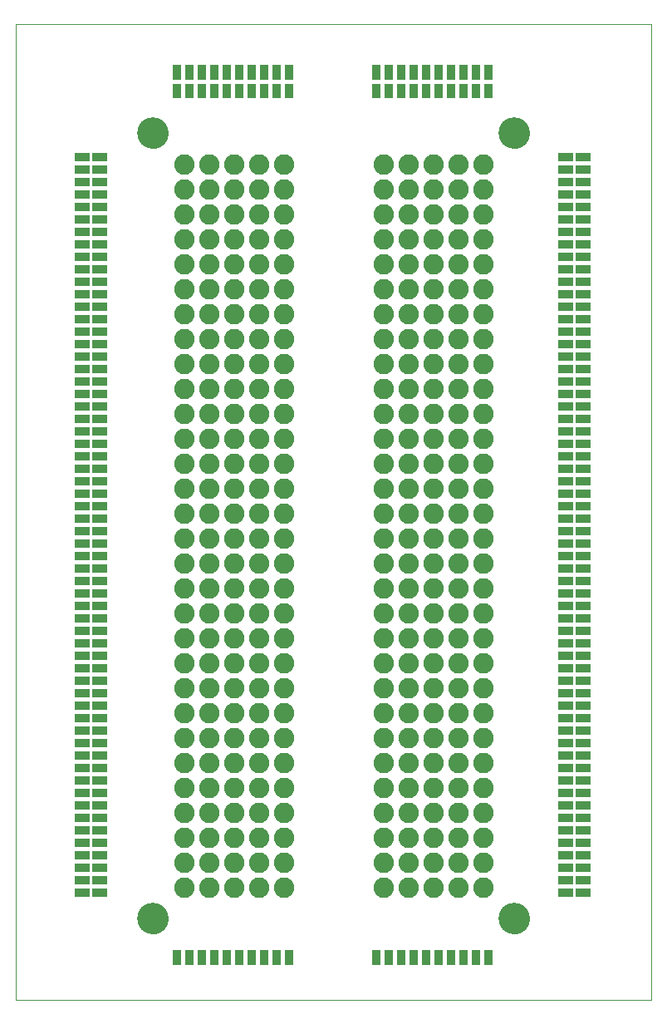
<source format=gbs>
G75*
%MOIN*%
%OFA0B0*%
%FSLAX25Y25*%
%IPPOS*%
%LPD*%
%AMOC8*
5,1,8,0,0,1.08239X$1,22.5*
%
%ADD10C,0.00000*%
%ADD11C,0.12611*%
%ADD12C,0.08200*%
%ADD13C,0.00297*%
D10*
X0001000Y0001000D02*
X0001000Y0392201D01*
X0255921Y0392201D01*
X0255921Y0001000D01*
X0001000Y0001000D01*
X0050094Y0033500D02*
X0050096Y0033653D01*
X0050102Y0033807D01*
X0050112Y0033960D01*
X0050126Y0034112D01*
X0050144Y0034265D01*
X0050166Y0034416D01*
X0050191Y0034567D01*
X0050221Y0034718D01*
X0050255Y0034868D01*
X0050292Y0035016D01*
X0050333Y0035164D01*
X0050378Y0035310D01*
X0050427Y0035456D01*
X0050480Y0035600D01*
X0050536Y0035742D01*
X0050596Y0035883D01*
X0050660Y0036023D01*
X0050727Y0036161D01*
X0050798Y0036297D01*
X0050873Y0036431D01*
X0050950Y0036563D01*
X0051032Y0036693D01*
X0051116Y0036821D01*
X0051204Y0036947D01*
X0051295Y0037070D01*
X0051389Y0037191D01*
X0051487Y0037309D01*
X0051587Y0037425D01*
X0051691Y0037538D01*
X0051797Y0037649D01*
X0051906Y0037757D01*
X0052018Y0037862D01*
X0052132Y0037963D01*
X0052250Y0038062D01*
X0052369Y0038158D01*
X0052491Y0038251D01*
X0052616Y0038340D01*
X0052743Y0038427D01*
X0052872Y0038509D01*
X0053003Y0038589D01*
X0053136Y0038665D01*
X0053271Y0038738D01*
X0053408Y0038807D01*
X0053547Y0038872D01*
X0053687Y0038934D01*
X0053829Y0038992D01*
X0053972Y0039047D01*
X0054117Y0039098D01*
X0054263Y0039145D01*
X0054410Y0039188D01*
X0054558Y0039227D01*
X0054707Y0039263D01*
X0054857Y0039294D01*
X0055008Y0039322D01*
X0055159Y0039346D01*
X0055312Y0039366D01*
X0055464Y0039382D01*
X0055617Y0039394D01*
X0055770Y0039402D01*
X0055923Y0039406D01*
X0056077Y0039406D01*
X0056230Y0039402D01*
X0056383Y0039394D01*
X0056536Y0039382D01*
X0056688Y0039366D01*
X0056841Y0039346D01*
X0056992Y0039322D01*
X0057143Y0039294D01*
X0057293Y0039263D01*
X0057442Y0039227D01*
X0057590Y0039188D01*
X0057737Y0039145D01*
X0057883Y0039098D01*
X0058028Y0039047D01*
X0058171Y0038992D01*
X0058313Y0038934D01*
X0058453Y0038872D01*
X0058592Y0038807D01*
X0058729Y0038738D01*
X0058864Y0038665D01*
X0058997Y0038589D01*
X0059128Y0038509D01*
X0059257Y0038427D01*
X0059384Y0038340D01*
X0059509Y0038251D01*
X0059631Y0038158D01*
X0059750Y0038062D01*
X0059868Y0037963D01*
X0059982Y0037862D01*
X0060094Y0037757D01*
X0060203Y0037649D01*
X0060309Y0037538D01*
X0060413Y0037425D01*
X0060513Y0037309D01*
X0060611Y0037191D01*
X0060705Y0037070D01*
X0060796Y0036947D01*
X0060884Y0036821D01*
X0060968Y0036693D01*
X0061050Y0036563D01*
X0061127Y0036431D01*
X0061202Y0036297D01*
X0061273Y0036161D01*
X0061340Y0036023D01*
X0061404Y0035883D01*
X0061464Y0035742D01*
X0061520Y0035600D01*
X0061573Y0035456D01*
X0061622Y0035310D01*
X0061667Y0035164D01*
X0061708Y0035016D01*
X0061745Y0034868D01*
X0061779Y0034718D01*
X0061809Y0034567D01*
X0061834Y0034416D01*
X0061856Y0034265D01*
X0061874Y0034112D01*
X0061888Y0033960D01*
X0061898Y0033807D01*
X0061904Y0033653D01*
X0061906Y0033500D01*
X0061904Y0033347D01*
X0061898Y0033193D01*
X0061888Y0033040D01*
X0061874Y0032888D01*
X0061856Y0032735D01*
X0061834Y0032584D01*
X0061809Y0032433D01*
X0061779Y0032282D01*
X0061745Y0032132D01*
X0061708Y0031984D01*
X0061667Y0031836D01*
X0061622Y0031690D01*
X0061573Y0031544D01*
X0061520Y0031400D01*
X0061464Y0031258D01*
X0061404Y0031117D01*
X0061340Y0030977D01*
X0061273Y0030839D01*
X0061202Y0030703D01*
X0061127Y0030569D01*
X0061050Y0030437D01*
X0060968Y0030307D01*
X0060884Y0030179D01*
X0060796Y0030053D01*
X0060705Y0029930D01*
X0060611Y0029809D01*
X0060513Y0029691D01*
X0060413Y0029575D01*
X0060309Y0029462D01*
X0060203Y0029351D01*
X0060094Y0029243D01*
X0059982Y0029138D01*
X0059868Y0029037D01*
X0059750Y0028938D01*
X0059631Y0028842D01*
X0059509Y0028749D01*
X0059384Y0028660D01*
X0059257Y0028573D01*
X0059128Y0028491D01*
X0058997Y0028411D01*
X0058864Y0028335D01*
X0058729Y0028262D01*
X0058592Y0028193D01*
X0058453Y0028128D01*
X0058313Y0028066D01*
X0058171Y0028008D01*
X0058028Y0027953D01*
X0057883Y0027902D01*
X0057737Y0027855D01*
X0057590Y0027812D01*
X0057442Y0027773D01*
X0057293Y0027737D01*
X0057143Y0027706D01*
X0056992Y0027678D01*
X0056841Y0027654D01*
X0056688Y0027634D01*
X0056536Y0027618D01*
X0056383Y0027606D01*
X0056230Y0027598D01*
X0056077Y0027594D01*
X0055923Y0027594D01*
X0055770Y0027598D01*
X0055617Y0027606D01*
X0055464Y0027618D01*
X0055312Y0027634D01*
X0055159Y0027654D01*
X0055008Y0027678D01*
X0054857Y0027706D01*
X0054707Y0027737D01*
X0054558Y0027773D01*
X0054410Y0027812D01*
X0054263Y0027855D01*
X0054117Y0027902D01*
X0053972Y0027953D01*
X0053829Y0028008D01*
X0053687Y0028066D01*
X0053547Y0028128D01*
X0053408Y0028193D01*
X0053271Y0028262D01*
X0053136Y0028335D01*
X0053003Y0028411D01*
X0052872Y0028491D01*
X0052743Y0028573D01*
X0052616Y0028660D01*
X0052491Y0028749D01*
X0052369Y0028842D01*
X0052250Y0028938D01*
X0052132Y0029037D01*
X0052018Y0029138D01*
X0051906Y0029243D01*
X0051797Y0029351D01*
X0051691Y0029462D01*
X0051587Y0029575D01*
X0051487Y0029691D01*
X0051389Y0029809D01*
X0051295Y0029930D01*
X0051204Y0030053D01*
X0051116Y0030179D01*
X0051032Y0030307D01*
X0050950Y0030437D01*
X0050873Y0030569D01*
X0050798Y0030703D01*
X0050727Y0030839D01*
X0050660Y0030977D01*
X0050596Y0031117D01*
X0050536Y0031258D01*
X0050480Y0031400D01*
X0050427Y0031544D01*
X0050378Y0031690D01*
X0050333Y0031836D01*
X0050292Y0031984D01*
X0050255Y0032132D01*
X0050221Y0032282D01*
X0050191Y0032433D01*
X0050166Y0032584D01*
X0050144Y0032735D01*
X0050126Y0032888D01*
X0050112Y0033040D01*
X0050102Y0033193D01*
X0050096Y0033347D01*
X0050094Y0033500D01*
X0195094Y0033500D02*
X0195096Y0033653D01*
X0195102Y0033807D01*
X0195112Y0033960D01*
X0195126Y0034112D01*
X0195144Y0034265D01*
X0195166Y0034416D01*
X0195191Y0034567D01*
X0195221Y0034718D01*
X0195255Y0034868D01*
X0195292Y0035016D01*
X0195333Y0035164D01*
X0195378Y0035310D01*
X0195427Y0035456D01*
X0195480Y0035600D01*
X0195536Y0035742D01*
X0195596Y0035883D01*
X0195660Y0036023D01*
X0195727Y0036161D01*
X0195798Y0036297D01*
X0195873Y0036431D01*
X0195950Y0036563D01*
X0196032Y0036693D01*
X0196116Y0036821D01*
X0196204Y0036947D01*
X0196295Y0037070D01*
X0196389Y0037191D01*
X0196487Y0037309D01*
X0196587Y0037425D01*
X0196691Y0037538D01*
X0196797Y0037649D01*
X0196906Y0037757D01*
X0197018Y0037862D01*
X0197132Y0037963D01*
X0197250Y0038062D01*
X0197369Y0038158D01*
X0197491Y0038251D01*
X0197616Y0038340D01*
X0197743Y0038427D01*
X0197872Y0038509D01*
X0198003Y0038589D01*
X0198136Y0038665D01*
X0198271Y0038738D01*
X0198408Y0038807D01*
X0198547Y0038872D01*
X0198687Y0038934D01*
X0198829Y0038992D01*
X0198972Y0039047D01*
X0199117Y0039098D01*
X0199263Y0039145D01*
X0199410Y0039188D01*
X0199558Y0039227D01*
X0199707Y0039263D01*
X0199857Y0039294D01*
X0200008Y0039322D01*
X0200159Y0039346D01*
X0200312Y0039366D01*
X0200464Y0039382D01*
X0200617Y0039394D01*
X0200770Y0039402D01*
X0200923Y0039406D01*
X0201077Y0039406D01*
X0201230Y0039402D01*
X0201383Y0039394D01*
X0201536Y0039382D01*
X0201688Y0039366D01*
X0201841Y0039346D01*
X0201992Y0039322D01*
X0202143Y0039294D01*
X0202293Y0039263D01*
X0202442Y0039227D01*
X0202590Y0039188D01*
X0202737Y0039145D01*
X0202883Y0039098D01*
X0203028Y0039047D01*
X0203171Y0038992D01*
X0203313Y0038934D01*
X0203453Y0038872D01*
X0203592Y0038807D01*
X0203729Y0038738D01*
X0203864Y0038665D01*
X0203997Y0038589D01*
X0204128Y0038509D01*
X0204257Y0038427D01*
X0204384Y0038340D01*
X0204509Y0038251D01*
X0204631Y0038158D01*
X0204750Y0038062D01*
X0204868Y0037963D01*
X0204982Y0037862D01*
X0205094Y0037757D01*
X0205203Y0037649D01*
X0205309Y0037538D01*
X0205413Y0037425D01*
X0205513Y0037309D01*
X0205611Y0037191D01*
X0205705Y0037070D01*
X0205796Y0036947D01*
X0205884Y0036821D01*
X0205968Y0036693D01*
X0206050Y0036563D01*
X0206127Y0036431D01*
X0206202Y0036297D01*
X0206273Y0036161D01*
X0206340Y0036023D01*
X0206404Y0035883D01*
X0206464Y0035742D01*
X0206520Y0035600D01*
X0206573Y0035456D01*
X0206622Y0035310D01*
X0206667Y0035164D01*
X0206708Y0035016D01*
X0206745Y0034868D01*
X0206779Y0034718D01*
X0206809Y0034567D01*
X0206834Y0034416D01*
X0206856Y0034265D01*
X0206874Y0034112D01*
X0206888Y0033960D01*
X0206898Y0033807D01*
X0206904Y0033653D01*
X0206906Y0033500D01*
X0206904Y0033347D01*
X0206898Y0033193D01*
X0206888Y0033040D01*
X0206874Y0032888D01*
X0206856Y0032735D01*
X0206834Y0032584D01*
X0206809Y0032433D01*
X0206779Y0032282D01*
X0206745Y0032132D01*
X0206708Y0031984D01*
X0206667Y0031836D01*
X0206622Y0031690D01*
X0206573Y0031544D01*
X0206520Y0031400D01*
X0206464Y0031258D01*
X0206404Y0031117D01*
X0206340Y0030977D01*
X0206273Y0030839D01*
X0206202Y0030703D01*
X0206127Y0030569D01*
X0206050Y0030437D01*
X0205968Y0030307D01*
X0205884Y0030179D01*
X0205796Y0030053D01*
X0205705Y0029930D01*
X0205611Y0029809D01*
X0205513Y0029691D01*
X0205413Y0029575D01*
X0205309Y0029462D01*
X0205203Y0029351D01*
X0205094Y0029243D01*
X0204982Y0029138D01*
X0204868Y0029037D01*
X0204750Y0028938D01*
X0204631Y0028842D01*
X0204509Y0028749D01*
X0204384Y0028660D01*
X0204257Y0028573D01*
X0204128Y0028491D01*
X0203997Y0028411D01*
X0203864Y0028335D01*
X0203729Y0028262D01*
X0203592Y0028193D01*
X0203453Y0028128D01*
X0203313Y0028066D01*
X0203171Y0028008D01*
X0203028Y0027953D01*
X0202883Y0027902D01*
X0202737Y0027855D01*
X0202590Y0027812D01*
X0202442Y0027773D01*
X0202293Y0027737D01*
X0202143Y0027706D01*
X0201992Y0027678D01*
X0201841Y0027654D01*
X0201688Y0027634D01*
X0201536Y0027618D01*
X0201383Y0027606D01*
X0201230Y0027598D01*
X0201077Y0027594D01*
X0200923Y0027594D01*
X0200770Y0027598D01*
X0200617Y0027606D01*
X0200464Y0027618D01*
X0200312Y0027634D01*
X0200159Y0027654D01*
X0200008Y0027678D01*
X0199857Y0027706D01*
X0199707Y0027737D01*
X0199558Y0027773D01*
X0199410Y0027812D01*
X0199263Y0027855D01*
X0199117Y0027902D01*
X0198972Y0027953D01*
X0198829Y0028008D01*
X0198687Y0028066D01*
X0198547Y0028128D01*
X0198408Y0028193D01*
X0198271Y0028262D01*
X0198136Y0028335D01*
X0198003Y0028411D01*
X0197872Y0028491D01*
X0197743Y0028573D01*
X0197616Y0028660D01*
X0197491Y0028749D01*
X0197369Y0028842D01*
X0197250Y0028938D01*
X0197132Y0029037D01*
X0197018Y0029138D01*
X0196906Y0029243D01*
X0196797Y0029351D01*
X0196691Y0029462D01*
X0196587Y0029575D01*
X0196487Y0029691D01*
X0196389Y0029809D01*
X0196295Y0029930D01*
X0196204Y0030053D01*
X0196116Y0030179D01*
X0196032Y0030307D01*
X0195950Y0030437D01*
X0195873Y0030569D01*
X0195798Y0030703D01*
X0195727Y0030839D01*
X0195660Y0030977D01*
X0195596Y0031117D01*
X0195536Y0031258D01*
X0195480Y0031400D01*
X0195427Y0031544D01*
X0195378Y0031690D01*
X0195333Y0031836D01*
X0195292Y0031984D01*
X0195255Y0032132D01*
X0195221Y0032282D01*
X0195191Y0032433D01*
X0195166Y0032584D01*
X0195144Y0032735D01*
X0195126Y0032888D01*
X0195112Y0033040D01*
X0195102Y0033193D01*
X0195096Y0033347D01*
X0195094Y0033500D01*
X0195094Y0348500D02*
X0195096Y0348653D01*
X0195102Y0348807D01*
X0195112Y0348960D01*
X0195126Y0349112D01*
X0195144Y0349265D01*
X0195166Y0349416D01*
X0195191Y0349567D01*
X0195221Y0349718D01*
X0195255Y0349868D01*
X0195292Y0350016D01*
X0195333Y0350164D01*
X0195378Y0350310D01*
X0195427Y0350456D01*
X0195480Y0350600D01*
X0195536Y0350742D01*
X0195596Y0350883D01*
X0195660Y0351023D01*
X0195727Y0351161D01*
X0195798Y0351297D01*
X0195873Y0351431D01*
X0195950Y0351563D01*
X0196032Y0351693D01*
X0196116Y0351821D01*
X0196204Y0351947D01*
X0196295Y0352070D01*
X0196389Y0352191D01*
X0196487Y0352309D01*
X0196587Y0352425D01*
X0196691Y0352538D01*
X0196797Y0352649D01*
X0196906Y0352757D01*
X0197018Y0352862D01*
X0197132Y0352963D01*
X0197250Y0353062D01*
X0197369Y0353158D01*
X0197491Y0353251D01*
X0197616Y0353340D01*
X0197743Y0353427D01*
X0197872Y0353509D01*
X0198003Y0353589D01*
X0198136Y0353665D01*
X0198271Y0353738D01*
X0198408Y0353807D01*
X0198547Y0353872D01*
X0198687Y0353934D01*
X0198829Y0353992D01*
X0198972Y0354047D01*
X0199117Y0354098D01*
X0199263Y0354145D01*
X0199410Y0354188D01*
X0199558Y0354227D01*
X0199707Y0354263D01*
X0199857Y0354294D01*
X0200008Y0354322D01*
X0200159Y0354346D01*
X0200312Y0354366D01*
X0200464Y0354382D01*
X0200617Y0354394D01*
X0200770Y0354402D01*
X0200923Y0354406D01*
X0201077Y0354406D01*
X0201230Y0354402D01*
X0201383Y0354394D01*
X0201536Y0354382D01*
X0201688Y0354366D01*
X0201841Y0354346D01*
X0201992Y0354322D01*
X0202143Y0354294D01*
X0202293Y0354263D01*
X0202442Y0354227D01*
X0202590Y0354188D01*
X0202737Y0354145D01*
X0202883Y0354098D01*
X0203028Y0354047D01*
X0203171Y0353992D01*
X0203313Y0353934D01*
X0203453Y0353872D01*
X0203592Y0353807D01*
X0203729Y0353738D01*
X0203864Y0353665D01*
X0203997Y0353589D01*
X0204128Y0353509D01*
X0204257Y0353427D01*
X0204384Y0353340D01*
X0204509Y0353251D01*
X0204631Y0353158D01*
X0204750Y0353062D01*
X0204868Y0352963D01*
X0204982Y0352862D01*
X0205094Y0352757D01*
X0205203Y0352649D01*
X0205309Y0352538D01*
X0205413Y0352425D01*
X0205513Y0352309D01*
X0205611Y0352191D01*
X0205705Y0352070D01*
X0205796Y0351947D01*
X0205884Y0351821D01*
X0205968Y0351693D01*
X0206050Y0351563D01*
X0206127Y0351431D01*
X0206202Y0351297D01*
X0206273Y0351161D01*
X0206340Y0351023D01*
X0206404Y0350883D01*
X0206464Y0350742D01*
X0206520Y0350600D01*
X0206573Y0350456D01*
X0206622Y0350310D01*
X0206667Y0350164D01*
X0206708Y0350016D01*
X0206745Y0349868D01*
X0206779Y0349718D01*
X0206809Y0349567D01*
X0206834Y0349416D01*
X0206856Y0349265D01*
X0206874Y0349112D01*
X0206888Y0348960D01*
X0206898Y0348807D01*
X0206904Y0348653D01*
X0206906Y0348500D01*
X0206904Y0348347D01*
X0206898Y0348193D01*
X0206888Y0348040D01*
X0206874Y0347888D01*
X0206856Y0347735D01*
X0206834Y0347584D01*
X0206809Y0347433D01*
X0206779Y0347282D01*
X0206745Y0347132D01*
X0206708Y0346984D01*
X0206667Y0346836D01*
X0206622Y0346690D01*
X0206573Y0346544D01*
X0206520Y0346400D01*
X0206464Y0346258D01*
X0206404Y0346117D01*
X0206340Y0345977D01*
X0206273Y0345839D01*
X0206202Y0345703D01*
X0206127Y0345569D01*
X0206050Y0345437D01*
X0205968Y0345307D01*
X0205884Y0345179D01*
X0205796Y0345053D01*
X0205705Y0344930D01*
X0205611Y0344809D01*
X0205513Y0344691D01*
X0205413Y0344575D01*
X0205309Y0344462D01*
X0205203Y0344351D01*
X0205094Y0344243D01*
X0204982Y0344138D01*
X0204868Y0344037D01*
X0204750Y0343938D01*
X0204631Y0343842D01*
X0204509Y0343749D01*
X0204384Y0343660D01*
X0204257Y0343573D01*
X0204128Y0343491D01*
X0203997Y0343411D01*
X0203864Y0343335D01*
X0203729Y0343262D01*
X0203592Y0343193D01*
X0203453Y0343128D01*
X0203313Y0343066D01*
X0203171Y0343008D01*
X0203028Y0342953D01*
X0202883Y0342902D01*
X0202737Y0342855D01*
X0202590Y0342812D01*
X0202442Y0342773D01*
X0202293Y0342737D01*
X0202143Y0342706D01*
X0201992Y0342678D01*
X0201841Y0342654D01*
X0201688Y0342634D01*
X0201536Y0342618D01*
X0201383Y0342606D01*
X0201230Y0342598D01*
X0201077Y0342594D01*
X0200923Y0342594D01*
X0200770Y0342598D01*
X0200617Y0342606D01*
X0200464Y0342618D01*
X0200312Y0342634D01*
X0200159Y0342654D01*
X0200008Y0342678D01*
X0199857Y0342706D01*
X0199707Y0342737D01*
X0199558Y0342773D01*
X0199410Y0342812D01*
X0199263Y0342855D01*
X0199117Y0342902D01*
X0198972Y0342953D01*
X0198829Y0343008D01*
X0198687Y0343066D01*
X0198547Y0343128D01*
X0198408Y0343193D01*
X0198271Y0343262D01*
X0198136Y0343335D01*
X0198003Y0343411D01*
X0197872Y0343491D01*
X0197743Y0343573D01*
X0197616Y0343660D01*
X0197491Y0343749D01*
X0197369Y0343842D01*
X0197250Y0343938D01*
X0197132Y0344037D01*
X0197018Y0344138D01*
X0196906Y0344243D01*
X0196797Y0344351D01*
X0196691Y0344462D01*
X0196587Y0344575D01*
X0196487Y0344691D01*
X0196389Y0344809D01*
X0196295Y0344930D01*
X0196204Y0345053D01*
X0196116Y0345179D01*
X0196032Y0345307D01*
X0195950Y0345437D01*
X0195873Y0345569D01*
X0195798Y0345703D01*
X0195727Y0345839D01*
X0195660Y0345977D01*
X0195596Y0346117D01*
X0195536Y0346258D01*
X0195480Y0346400D01*
X0195427Y0346544D01*
X0195378Y0346690D01*
X0195333Y0346836D01*
X0195292Y0346984D01*
X0195255Y0347132D01*
X0195221Y0347282D01*
X0195191Y0347433D01*
X0195166Y0347584D01*
X0195144Y0347735D01*
X0195126Y0347888D01*
X0195112Y0348040D01*
X0195102Y0348193D01*
X0195096Y0348347D01*
X0195094Y0348500D01*
X0050094Y0348500D02*
X0050096Y0348653D01*
X0050102Y0348807D01*
X0050112Y0348960D01*
X0050126Y0349112D01*
X0050144Y0349265D01*
X0050166Y0349416D01*
X0050191Y0349567D01*
X0050221Y0349718D01*
X0050255Y0349868D01*
X0050292Y0350016D01*
X0050333Y0350164D01*
X0050378Y0350310D01*
X0050427Y0350456D01*
X0050480Y0350600D01*
X0050536Y0350742D01*
X0050596Y0350883D01*
X0050660Y0351023D01*
X0050727Y0351161D01*
X0050798Y0351297D01*
X0050873Y0351431D01*
X0050950Y0351563D01*
X0051032Y0351693D01*
X0051116Y0351821D01*
X0051204Y0351947D01*
X0051295Y0352070D01*
X0051389Y0352191D01*
X0051487Y0352309D01*
X0051587Y0352425D01*
X0051691Y0352538D01*
X0051797Y0352649D01*
X0051906Y0352757D01*
X0052018Y0352862D01*
X0052132Y0352963D01*
X0052250Y0353062D01*
X0052369Y0353158D01*
X0052491Y0353251D01*
X0052616Y0353340D01*
X0052743Y0353427D01*
X0052872Y0353509D01*
X0053003Y0353589D01*
X0053136Y0353665D01*
X0053271Y0353738D01*
X0053408Y0353807D01*
X0053547Y0353872D01*
X0053687Y0353934D01*
X0053829Y0353992D01*
X0053972Y0354047D01*
X0054117Y0354098D01*
X0054263Y0354145D01*
X0054410Y0354188D01*
X0054558Y0354227D01*
X0054707Y0354263D01*
X0054857Y0354294D01*
X0055008Y0354322D01*
X0055159Y0354346D01*
X0055312Y0354366D01*
X0055464Y0354382D01*
X0055617Y0354394D01*
X0055770Y0354402D01*
X0055923Y0354406D01*
X0056077Y0354406D01*
X0056230Y0354402D01*
X0056383Y0354394D01*
X0056536Y0354382D01*
X0056688Y0354366D01*
X0056841Y0354346D01*
X0056992Y0354322D01*
X0057143Y0354294D01*
X0057293Y0354263D01*
X0057442Y0354227D01*
X0057590Y0354188D01*
X0057737Y0354145D01*
X0057883Y0354098D01*
X0058028Y0354047D01*
X0058171Y0353992D01*
X0058313Y0353934D01*
X0058453Y0353872D01*
X0058592Y0353807D01*
X0058729Y0353738D01*
X0058864Y0353665D01*
X0058997Y0353589D01*
X0059128Y0353509D01*
X0059257Y0353427D01*
X0059384Y0353340D01*
X0059509Y0353251D01*
X0059631Y0353158D01*
X0059750Y0353062D01*
X0059868Y0352963D01*
X0059982Y0352862D01*
X0060094Y0352757D01*
X0060203Y0352649D01*
X0060309Y0352538D01*
X0060413Y0352425D01*
X0060513Y0352309D01*
X0060611Y0352191D01*
X0060705Y0352070D01*
X0060796Y0351947D01*
X0060884Y0351821D01*
X0060968Y0351693D01*
X0061050Y0351563D01*
X0061127Y0351431D01*
X0061202Y0351297D01*
X0061273Y0351161D01*
X0061340Y0351023D01*
X0061404Y0350883D01*
X0061464Y0350742D01*
X0061520Y0350600D01*
X0061573Y0350456D01*
X0061622Y0350310D01*
X0061667Y0350164D01*
X0061708Y0350016D01*
X0061745Y0349868D01*
X0061779Y0349718D01*
X0061809Y0349567D01*
X0061834Y0349416D01*
X0061856Y0349265D01*
X0061874Y0349112D01*
X0061888Y0348960D01*
X0061898Y0348807D01*
X0061904Y0348653D01*
X0061906Y0348500D01*
X0061904Y0348347D01*
X0061898Y0348193D01*
X0061888Y0348040D01*
X0061874Y0347888D01*
X0061856Y0347735D01*
X0061834Y0347584D01*
X0061809Y0347433D01*
X0061779Y0347282D01*
X0061745Y0347132D01*
X0061708Y0346984D01*
X0061667Y0346836D01*
X0061622Y0346690D01*
X0061573Y0346544D01*
X0061520Y0346400D01*
X0061464Y0346258D01*
X0061404Y0346117D01*
X0061340Y0345977D01*
X0061273Y0345839D01*
X0061202Y0345703D01*
X0061127Y0345569D01*
X0061050Y0345437D01*
X0060968Y0345307D01*
X0060884Y0345179D01*
X0060796Y0345053D01*
X0060705Y0344930D01*
X0060611Y0344809D01*
X0060513Y0344691D01*
X0060413Y0344575D01*
X0060309Y0344462D01*
X0060203Y0344351D01*
X0060094Y0344243D01*
X0059982Y0344138D01*
X0059868Y0344037D01*
X0059750Y0343938D01*
X0059631Y0343842D01*
X0059509Y0343749D01*
X0059384Y0343660D01*
X0059257Y0343573D01*
X0059128Y0343491D01*
X0058997Y0343411D01*
X0058864Y0343335D01*
X0058729Y0343262D01*
X0058592Y0343193D01*
X0058453Y0343128D01*
X0058313Y0343066D01*
X0058171Y0343008D01*
X0058028Y0342953D01*
X0057883Y0342902D01*
X0057737Y0342855D01*
X0057590Y0342812D01*
X0057442Y0342773D01*
X0057293Y0342737D01*
X0057143Y0342706D01*
X0056992Y0342678D01*
X0056841Y0342654D01*
X0056688Y0342634D01*
X0056536Y0342618D01*
X0056383Y0342606D01*
X0056230Y0342598D01*
X0056077Y0342594D01*
X0055923Y0342594D01*
X0055770Y0342598D01*
X0055617Y0342606D01*
X0055464Y0342618D01*
X0055312Y0342634D01*
X0055159Y0342654D01*
X0055008Y0342678D01*
X0054857Y0342706D01*
X0054707Y0342737D01*
X0054558Y0342773D01*
X0054410Y0342812D01*
X0054263Y0342855D01*
X0054117Y0342902D01*
X0053972Y0342953D01*
X0053829Y0343008D01*
X0053687Y0343066D01*
X0053547Y0343128D01*
X0053408Y0343193D01*
X0053271Y0343262D01*
X0053136Y0343335D01*
X0053003Y0343411D01*
X0052872Y0343491D01*
X0052743Y0343573D01*
X0052616Y0343660D01*
X0052491Y0343749D01*
X0052369Y0343842D01*
X0052250Y0343938D01*
X0052132Y0344037D01*
X0052018Y0344138D01*
X0051906Y0344243D01*
X0051797Y0344351D01*
X0051691Y0344462D01*
X0051587Y0344575D01*
X0051487Y0344691D01*
X0051389Y0344809D01*
X0051295Y0344930D01*
X0051204Y0345053D01*
X0051116Y0345179D01*
X0051032Y0345307D01*
X0050950Y0345437D01*
X0050873Y0345569D01*
X0050798Y0345703D01*
X0050727Y0345839D01*
X0050660Y0345977D01*
X0050596Y0346117D01*
X0050536Y0346258D01*
X0050480Y0346400D01*
X0050427Y0346544D01*
X0050378Y0346690D01*
X0050333Y0346836D01*
X0050292Y0346984D01*
X0050255Y0347132D01*
X0050221Y0347282D01*
X0050191Y0347433D01*
X0050166Y0347584D01*
X0050144Y0347735D01*
X0050126Y0347888D01*
X0050112Y0348040D01*
X0050102Y0348193D01*
X0050096Y0348347D01*
X0050094Y0348500D01*
D11*
X0056000Y0348500D03*
X0201000Y0348500D03*
X0201000Y0033500D03*
X0056000Y0033500D03*
D12*
X0068500Y0046000D03*
X0068500Y0056000D03*
X0068500Y0066000D03*
X0068500Y0076000D03*
X0068500Y0086000D03*
X0068500Y0096000D03*
X0068500Y0106000D03*
X0068500Y0116000D03*
X0068500Y0126000D03*
X0068500Y0136000D03*
X0068500Y0146000D03*
X0068500Y0156000D03*
X0068500Y0166000D03*
X0068500Y0176000D03*
X0068500Y0186000D03*
X0068500Y0196000D03*
X0068500Y0206000D03*
X0068500Y0216000D03*
X0068500Y0226000D03*
X0068500Y0236000D03*
X0068500Y0246000D03*
X0068500Y0256000D03*
X0068500Y0266000D03*
X0068500Y0276000D03*
X0068500Y0286000D03*
X0068500Y0296000D03*
X0068500Y0306000D03*
X0068500Y0316000D03*
X0068500Y0326000D03*
X0068500Y0336000D03*
X0078500Y0336000D03*
X0078500Y0326000D03*
X0078500Y0316000D03*
X0078500Y0306000D03*
X0078500Y0296000D03*
X0078500Y0286000D03*
X0078500Y0276000D03*
X0078500Y0266000D03*
X0078500Y0256000D03*
X0078500Y0246000D03*
X0078500Y0236000D03*
X0078500Y0226000D03*
X0078500Y0216000D03*
X0078500Y0206000D03*
X0078500Y0196000D03*
X0078500Y0186000D03*
X0078500Y0176000D03*
X0078500Y0166000D03*
X0078500Y0156000D03*
X0078500Y0146000D03*
X0078500Y0136000D03*
X0078500Y0126000D03*
X0078500Y0116000D03*
X0078500Y0106000D03*
X0078500Y0096000D03*
X0078500Y0086000D03*
X0078500Y0076000D03*
X0078500Y0066000D03*
X0078500Y0056000D03*
X0078500Y0046000D03*
X0088500Y0046000D03*
X0088500Y0056000D03*
X0088500Y0066000D03*
X0088500Y0076000D03*
X0088500Y0086000D03*
X0088500Y0096000D03*
X0088500Y0106000D03*
X0088500Y0116000D03*
X0088500Y0126000D03*
X0088500Y0136000D03*
X0088500Y0146000D03*
X0088500Y0156000D03*
X0088500Y0166000D03*
X0088500Y0176000D03*
X0088500Y0186000D03*
X0088500Y0196000D03*
X0088500Y0206000D03*
X0088500Y0216000D03*
X0088500Y0226000D03*
X0088500Y0236000D03*
X0088500Y0246000D03*
X0088500Y0256000D03*
X0088500Y0266000D03*
X0088500Y0276000D03*
X0088500Y0286000D03*
X0088500Y0296000D03*
X0088500Y0306000D03*
X0088500Y0316000D03*
X0088500Y0326000D03*
X0088500Y0336000D03*
X0098500Y0336000D03*
X0098500Y0326000D03*
X0098500Y0316000D03*
X0098500Y0306000D03*
X0098500Y0296000D03*
X0098500Y0286000D03*
X0098500Y0276000D03*
X0098500Y0266000D03*
X0098500Y0256000D03*
X0098500Y0246000D03*
X0098500Y0236000D03*
X0098500Y0226000D03*
X0098500Y0216000D03*
X0098500Y0206000D03*
X0098500Y0196000D03*
X0098500Y0186000D03*
X0098500Y0176000D03*
X0098500Y0166000D03*
X0098500Y0156000D03*
X0098500Y0146000D03*
X0098500Y0136000D03*
X0098500Y0126000D03*
X0098500Y0116000D03*
X0098500Y0106000D03*
X0098500Y0096000D03*
X0098500Y0086000D03*
X0098500Y0076000D03*
X0098500Y0066000D03*
X0098500Y0056000D03*
X0098500Y0046000D03*
X0108500Y0046000D03*
X0108500Y0056000D03*
X0108500Y0066000D03*
X0108500Y0076000D03*
X0108500Y0086000D03*
X0108500Y0096000D03*
X0108500Y0106000D03*
X0108500Y0116000D03*
X0108500Y0126000D03*
X0108500Y0136000D03*
X0108500Y0146000D03*
X0108500Y0156000D03*
X0108500Y0166000D03*
X0108500Y0176000D03*
X0108500Y0186000D03*
X0108500Y0196000D03*
X0108500Y0206000D03*
X0108500Y0216000D03*
X0108500Y0226000D03*
X0108500Y0236000D03*
X0108500Y0246000D03*
X0108500Y0256000D03*
X0108500Y0266000D03*
X0108500Y0276000D03*
X0108500Y0286000D03*
X0108500Y0296000D03*
X0108500Y0306000D03*
X0108500Y0316000D03*
X0108500Y0326000D03*
X0108500Y0336000D03*
X0148500Y0336000D03*
X0148500Y0326000D03*
X0148500Y0316000D03*
X0148500Y0306000D03*
X0148500Y0296000D03*
X0148500Y0286000D03*
X0148500Y0276000D03*
X0148500Y0266000D03*
X0148500Y0256000D03*
X0148500Y0246000D03*
X0148500Y0236000D03*
X0148500Y0226000D03*
X0148500Y0216000D03*
X0148500Y0206000D03*
X0148500Y0196000D03*
X0148500Y0186000D03*
X0148500Y0176000D03*
X0148500Y0166000D03*
X0148500Y0156000D03*
X0148500Y0146000D03*
X0148500Y0136000D03*
X0148500Y0126000D03*
X0148500Y0116000D03*
X0148500Y0106000D03*
X0148500Y0096000D03*
X0148500Y0086000D03*
X0148500Y0076000D03*
X0148500Y0066000D03*
X0148500Y0056000D03*
X0148500Y0046000D03*
X0158500Y0046000D03*
X0158500Y0056000D03*
X0158500Y0066000D03*
X0158500Y0076000D03*
X0158500Y0086000D03*
X0158500Y0096000D03*
X0158500Y0106000D03*
X0158500Y0116000D03*
X0158500Y0126000D03*
X0158500Y0136000D03*
X0158500Y0146000D03*
X0158500Y0156000D03*
X0158500Y0166000D03*
X0158500Y0176000D03*
X0158500Y0186000D03*
X0158500Y0196000D03*
X0158500Y0206000D03*
X0158500Y0216000D03*
X0158500Y0226000D03*
X0158500Y0236000D03*
X0158500Y0246000D03*
X0158500Y0256000D03*
X0158500Y0266000D03*
X0158500Y0276000D03*
X0158500Y0286000D03*
X0158500Y0296000D03*
X0158500Y0306000D03*
X0158500Y0316000D03*
X0158500Y0326000D03*
X0158500Y0336000D03*
X0168500Y0336000D03*
X0168500Y0326000D03*
X0168500Y0316000D03*
X0168500Y0306000D03*
X0168500Y0296000D03*
X0168500Y0286000D03*
X0168500Y0276000D03*
X0168500Y0266000D03*
X0168500Y0256000D03*
X0168500Y0246000D03*
X0168500Y0236000D03*
X0168500Y0226000D03*
X0168500Y0216000D03*
X0168500Y0206000D03*
X0168500Y0196000D03*
X0168500Y0186000D03*
X0168500Y0176000D03*
X0168500Y0166000D03*
X0168500Y0156000D03*
X0168500Y0146000D03*
X0168500Y0136000D03*
X0168500Y0126000D03*
X0168500Y0116000D03*
X0168500Y0106000D03*
X0168500Y0096000D03*
X0168500Y0086000D03*
X0168500Y0076000D03*
X0168500Y0066000D03*
X0168500Y0056000D03*
X0168500Y0046000D03*
X0178500Y0046000D03*
X0178500Y0056000D03*
X0178500Y0066000D03*
X0178500Y0076000D03*
X0178500Y0086000D03*
X0178500Y0096000D03*
X0178500Y0106000D03*
X0178500Y0116000D03*
X0178500Y0126000D03*
X0178500Y0136000D03*
X0178500Y0146000D03*
X0178500Y0156000D03*
X0178500Y0166000D03*
X0178500Y0176000D03*
X0178500Y0186000D03*
X0178500Y0196000D03*
X0178500Y0206000D03*
X0178500Y0216000D03*
X0178500Y0226000D03*
X0178500Y0236000D03*
X0178500Y0246000D03*
X0178500Y0256000D03*
X0178500Y0266000D03*
X0178500Y0276000D03*
X0178500Y0286000D03*
X0178500Y0296000D03*
X0178500Y0306000D03*
X0178500Y0316000D03*
X0178500Y0326000D03*
X0178500Y0336000D03*
X0188500Y0336000D03*
X0188500Y0326000D03*
X0188500Y0316000D03*
X0188500Y0306000D03*
X0188500Y0296000D03*
X0188500Y0286000D03*
X0188500Y0276000D03*
X0188500Y0266000D03*
X0188500Y0256000D03*
X0188500Y0246000D03*
X0188500Y0236000D03*
X0188500Y0226000D03*
X0188500Y0216000D03*
X0188500Y0206000D03*
X0188500Y0196000D03*
X0188500Y0186000D03*
X0188500Y0176000D03*
X0188500Y0166000D03*
X0188500Y0156000D03*
X0188500Y0146000D03*
X0188500Y0136000D03*
X0188500Y0126000D03*
X0188500Y0116000D03*
X0188500Y0106000D03*
X0188500Y0096000D03*
X0188500Y0086000D03*
X0188500Y0076000D03*
X0188500Y0066000D03*
X0188500Y0056000D03*
X0188500Y0046000D03*
D13*
X0188998Y0020752D02*
X0188998Y0015248D01*
X0188998Y0020752D02*
X0192002Y0020752D01*
X0192002Y0015248D01*
X0188998Y0015248D01*
X0188998Y0015544D02*
X0192002Y0015544D01*
X0192002Y0015840D02*
X0188998Y0015840D01*
X0188998Y0016136D02*
X0192002Y0016136D01*
X0192002Y0016432D02*
X0188998Y0016432D01*
X0188998Y0016728D02*
X0192002Y0016728D01*
X0192002Y0017024D02*
X0188998Y0017024D01*
X0188998Y0017320D02*
X0192002Y0017320D01*
X0192002Y0017616D02*
X0188998Y0017616D01*
X0188998Y0017912D02*
X0192002Y0017912D01*
X0192002Y0018208D02*
X0188998Y0018208D01*
X0188998Y0018504D02*
X0192002Y0018504D01*
X0192002Y0018800D02*
X0188998Y0018800D01*
X0188998Y0019096D02*
X0192002Y0019096D01*
X0192002Y0019392D02*
X0188998Y0019392D01*
X0188998Y0019688D02*
X0192002Y0019688D01*
X0192002Y0019984D02*
X0188998Y0019984D01*
X0188998Y0020280D02*
X0192002Y0020280D01*
X0192002Y0020576D02*
X0188998Y0020576D01*
X0183998Y0020752D02*
X0183998Y0015248D01*
X0183998Y0020752D02*
X0187002Y0020752D01*
X0187002Y0015248D01*
X0183998Y0015248D01*
X0183998Y0015544D02*
X0187002Y0015544D01*
X0187002Y0015840D02*
X0183998Y0015840D01*
X0183998Y0016136D02*
X0187002Y0016136D01*
X0187002Y0016432D02*
X0183998Y0016432D01*
X0183998Y0016728D02*
X0187002Y0016728D01*
X0187002Y0017024D02*
X0183998Y0017024D01*
X0183998Y0017320D02*
X0187002Y0017320D01*
X0187002Y0017616D02*
X0183998Y0017616D01*
X0183998Y0017912D02*
X0187002Y0017912D01*
X0187002Y0018208D02*
X0183998Y0018208D01*
X0183998Y0018504D02*
X0187002Y0018504D01*
X0187002Y0018800D02*
X0183998Y0018800D01*
X0183998Y0019096D02*
X0187002Y0019096D01*
X0187002Y0019392D02*
X0183998Y0019392D01*
X0183998Y0019688D02*
X0187002Y0019688D01*
X0187002Y0019984D02*
X0183998Y0019984D01*
X0183998Y0020280D02*
X0187002Y0020280D01*
X0187002Y0020576D02*
X0183998Y0020576D01*
X0178998Y0020752D02*
X0178998Y0015248D01*
X0178998Y0020752D02*
X0182002Y0020752D01*
X0182002Y0015248D01*
X0178998Y0015248D01*
X0178998Y0015544D02*
X0182002Y0015544D01*
X0182002Y0015840D02*
X0178998Y0015840D01*
X0178998Y0016136D02*
X0182002Y0016136D01*
X0182002Y0016432D02*
X0178998Y0016432D01*
X0178998Y0016728D02*
X0182002Y0016728D01*
X0182002Y0017024D02*
X0178998Y0017024D01*
X0178998Y0017320D02*
X0182002Y0017320D01*
X0182002Y0017616D02*
X0178998Y0017616D01*
X0178998Y0017912D02*
X0182002Y0017912D01*
X0182002Y0018208D02*
X0178998Y0018208D01*
X0178998Y0018504D02*
X0182002Y0018504D01*
X0182002Y0018800D02*
X0178998Y0018800D01*
X0178998Y0019096D02*
X0182002Y0019096D01*
X0182002Y0019392D02*
X0178998Y0019392D01*
X0178998Y0019688D02*
X0182002Y0019688D01*
X0182002Y0019984D02*
X0178998Y0019984D01*
X0178998Y0020280D02*
X0182002Y0020280D01*
X0182002Y0020576D02*
X0178998Y0020576D01*
X0173998Y0020752D02*
X0173998Y0015248D01*
X0173998Y0020752D02*
X0177002Y0020752D01*
X0177002Y0015248D01*
X0173998Y0015248D01*
X0173998Y0015544D02*
X0177002Y0015544D01*
X0177002Y0015840D02*
X0173998Y0015840D01*
X0173998Y0016136D02*
X0177002Y0016136D01*
X0177002Y0016432D02*
X0173998Y0016432D01*
X0173998Y0016728D02*
X0177002Y0016728D01*
X0177002Y0017024D02*
X0173998Y0017024D01*
X0173998Y0017320D02*
X0177002Y0017320D01*
X0177002Y0017616D02*
X0173998Y0017616D01*
X0173998Y0017912D02*
X0177002Y0017912D01*
X0177002Y0018208D02*
X0173998Y0018208D01*
X0173998Y0018504D02*
X0177002Y0018504D01*
X0177002Y0018800D02*
X0173998Y0018800D01*
X0173998Y0019096D02*
X0177002Y0019096D01*
X0177002Y0019392D02*
X0173998Y0019392D01*
X0173998Y0019688D02*
X0177002Y0019688D01*
X0177002Y0019984D02*
X0173998Y0019984D01*
X0173998Y0020280D02*
X0177002Y0020280D01*
X0177002Y0020576D02*
X0173998Y0020576D01*
X0168998Y0020752D02*
X0168998Y0015248D01*
X0168998Y0020752D02*
X0172002Y0020752D01*
X0172002Y0015248D01*
X0168998Y0015248D01*
X0168998Y0015544D02*
X0172002Y0015544D01*
X0172002Y0015840D02*
X0168998Y0015840D01*
X0168998Y0016136D02*
X0172002Y0016136D01*
X0172002Y0016432D02*
X0168998Y0016432D01*
X0168998Y0016728D02*
X0172002Y0016728D01*
X0172002Y0017024D02*
X0168998Y0017024D01*
X0168998Y0017320D02*
X0172002Y0017320D01*
X0172002Y0017616D02*
X0168998Y0017616D01*
X0168998Y0017912D02*
X0172002Y0017912D01*
X0172002Y0018208D02*
X0168998Y0018208D01*
X0168998Y0018504D02*
X0172002Y0018504D01*
X0172002Y0018800D02*
X0168998Y0018800D01*
X0168998Y0019096D02*
X0172002Y0019096D01*
X0172002Y0019392D02*
X0168998Y0019392D01*
X0168998Y0019688D02*
X0172002Y0019688D01*
X0172002Y0019984D02*
X0168998Y0019984D01*
X0168998Y0020280D02*
X0172002Y0020280D01*
X0172002Y0020576D02*
X0168998Y0020576D01*
X0163998Y0020752D02*
X0163998Y0015248D01*
X0163998Y0020752D02*
X0167002Y0020752D01*
X0167002Y0015248D01*
X0163998Y0015248D01*
X0163998Y0015544D02*
X0167002Y0015544D01*
X0167002Y0015840D02*
X0163998Y0015840D01*
X0163998Y0016136D02*
X0167002Y0016136D01*
X0167002Y0016432D02*
X0163998Y0016432D01*
X0163998Y0016728D02*
X0167002Y0016728D01*
X0167002Y0017024D02*
X0163998Y0017024D01*
X0163998Y0017320D02*
X0167002Y0017320D01*
X0167002Y0017616D02*
X0163998Y0017616D01*
X0163998Y0017912D02*
X0167002Y0017912D01*
X0167002Y0018208D02*
X0163998Y0018208D01*
X0163998Y0018504D02*
X0167002Y0018504D01*
X0167002Y0018800D02*
X0163998Y0018800D01*
X0163998Y0019096D02*
X0167002Y0019096D01*
X0167002Y0019392D02*
X0163998Y0019392D01*
X0163998Y0019688D02*
X0167002Y0019688D01*
X0167002Y0019984D02*
X0163998Y0019984D01*
X0163998Y0020280D02*
X0167002Y0020280D01*
X0167002Y0020576D02*
X0163998Y0020576D01*
X0158998Y0020752D02*
X0158998Y0015248D01*
X0158998Y0020752D02*
X0162002Y0020752D01*
X0162002Y0015248D01*
X0158998Y0015248D01*
X0158998Y0015544D02*
X0162002Y0015544D01*
X0162002Y0015840D02*
X0158998Y0015840D01*
X0158998Y0016136D02*
X0162002Y0016136D01*
X0162002Y0016432D02*
X0158998Y0016432D01*
X0158998Y0016728D02*
X0162002Y0016728D01*
X0162002Y0017024D02*
X0158998Y0017024D01*
X0158998Y0017320D02*
X0162002Y0017320D01*
X0162002Y0017616D02*
X0158998Y0017616D01*
X0158998Y0017912D02*
X0162002Y0017912D01*
X0162002Y0018208D02*
X0158998Y0018208D01*
X0158998Y0018504D02*
X0162002Y0018504D01*
X0162002Y0018800D02*
X0158998Y0018800D01*
X0158998Y0019096D02*
X0162002Y0019096D01*
X0162002Y0019392D02*
X0158998Y0019392D01*
X0158998Y0019688D02*
X0162002Y0019688D01*
X0162002Y0019984D02*
X0158998Y0019984D01*
X0158998Y0020280D02*
X0162002Y0020280D01*
X0162002Y0020576D02*
X0158998Y0020576D01*
X0153998Y0020752D02*
X0153998Y0015248D01*
X0153998Y0020752D02*
X0157002Y0020752D01*
X0157002Y0015248D01*
X0153998Y0015248D01*
X0153998Y0015544D02*
X0157002Y0015544D01*
X0157002Y0015840D02*
X0153998Y0015840D01*
X0153998Y0016136D02*
X0157002Y0016136D01*
X0157002Y0016432D02*
X0153998Y0016432D01*
X0153998Y0016728D02*
X0157002Y0016728D01*
X0157002Y0017024D02*
X0153998Y0017024D01*
X0153998Y0017320D02*
X0157002Y0017320D01*
X0157002Y0017616D02*
X0153998Y0017616D01*
X0153998Y0017912D02*
X0157002Y0017912D01*
X0157002Y0018208D02*
X0153998Y0018208D01*
X0153998Y0018504D02*
X0157002Y0018504D01*
X0157002Y0018800D02*
X0153998Y0018800D01*
X0153998Y0019096D02*
X0157002Y0019096D01*
X0157002Y0019392D02*
X0153998Y0019392D01*
X0153998Y0019688D02*
X0157002Y0019688D01*
X0157002Y0019984D02*
X0153998Y0019984D01*
X0153998Y0020280D02*
X0157002Y0020280D01*
X0157002Y0020576D02*
X0153998Y0020576D01*
X0148998Y0020752D02*
X0148998Y0015248D01*
X0148998Y0020752D02*
X0152002Y0020752D01*
X0152002Y0015248D01*
X0148998Y0015248D01*
X0148998Y0015544D02*
X0152002Y0015544D01*
X0152002Y0015840D02*
X0148998Y0015840D01*
X0148998Y0016136D02*
X0152002Y0016136D01*
X0152002Y0016432D02*
X0148998Y0016432D01*
X0148998Y0016728D02*
X0152002Y0016728D01*
X0152002Y0017024D02*
X0148998Y0017024D01*
X0148998Y0017320D02*
X0152002Y0017320D01*
X0152002Y0017616D02*
X0148998Y0017616D01*
X0148998Y0017912D02*
X0152002Y0017912D01*
X0152002Y0018208D02*
X0148998Y0018208D01*
X0148998Y0018504D02*
X0152002Y0018504D01*
X0152002Y0018800D02*
X0148998Y0018800D01*
X0148998Y0019096D02*
X0152002Y0019096D01*
X0152002Y0019392D02*
X0148998Y0019392D01*
X0148998Y0019688D02*
X0152002Y0019688D01*
X0152002Y0019984D02*
X0148998Y0019984D01*
X0148998Y0020280D02*
X0152002Y0020280D01*
X0152002Y0020576D02*
X0148998Y0020576D01*
X0143998Y0020752D02*
X0143998Y0015248D01*
X0143998Y0020752D02*
X0147002Y0020752D01*
X0147002Y0015248D01*
X0143998Y0015248D01*
X0143998Y0015544D02*
X0147002Y0015544D01*
X0147002Y0015840D02*
X0143998Y0015840D01*
X0143998Y0016136D02*
X0147002Y0016136D01*
X0147002Y0016432D02*
X0143998Y0016432D01*
X0143998Y0016728D02*
X0147002Y0016728D01*
X0147002Y0017024D02*
X0143998Y0017024D01*
X0143998Y0017320D02*
X0147002Y0017320D01*
X0147002Y0017616D02*
X0143998Y0017616D01*
X0143998Y0017912D02*
X0147002Y0017912D01*
X0147002Y0018208D02*
X0143998Y0018208D01*
X0143998Y0018504D02*
X0147002Y0018504D01*
X0147002Y0018800D02*
X0143998Y0018800D01*
X0143998Y0019096D02*
X0147002Y0019096D01*
X0147002Y0019392D02*
X0143998Y0019392D01*
X0143998Y0019688D02*
X0147002Y0019688D01*
X0147002Y0019984D02*
X0143998Y0019984D01*
X0143998Y0020280D02*
X0147002Y0020280D01*
X0147002Y0020576D02*
X0143998Y0020576D01*
X0108998Y0020752D02*
X0108998Y0015248D01*
X0108998Y0020752D02*
X0112002Y0020752D01*
X0112002Y0015248D01*
X0108998Y0015248D01*
X0108998Y0015544D02*
X0112002Y0015544D01*
X0112002Y0015840D02*
X0108998Y0015840D01*
X0108998Y0016136D02*
X0112002Y0016136D01*
X0112002Y0016432D02*
X0108998Y0016432D01*
X0108998Y0016728D02*
X0112002Y0016728D01*
X0112002Y0017024D02*
X0108998Y0017024D01*
X0108998Y0017320D02*
X0112002Y0017320D01*
X0112002Y0017616D02*
X0108998Y0017616D01*
X0108998Y0017912D02*
X0112002Y0017912D01*
X0112002Y0018208D02*
X0108998Y0018208D01*
X0108998Y0018504D02*
X0112002Y0018504D01*
X0112002Y0018800D02*
X0108998Y0018800D01*
X0108998Y0019096D02*
X0112002Y0019096D01*
X0112002Y0019392D02*
X0108998Y0019392D01*
X0108998Y0019688D02*
X0112002Y0019688D01*
X0112002Y0019984D02*
X0108998Y0019984D01*
X0108998Y0020280D02*
X0112002Y0020280D01*
X0112002Y0020576D02*
X0108998Y0020576D01*
X0103998Y0020752D02*
X0103998Y0015248D01*
X0103998Y0020752D02*
X0107002Y0020752D01*
X0107002Y0015248D01*
X0103998Y0015248D01*
X0103998Y0015544D02*
X0107002Y0015544D01*
X0107002Y0015840D02*
X0103998Y0015840D01*
X0103998Y0016136D02*
X0107002Y0016136D01*
X0107002Y0016432D02*
X0103998Y0016432D01*
X0103998Y0016728D02*
X0107002Y0016728D01*
X0107002Y0017024D02*
X0103998Y0017024D01*
X0103998Y0017320D02*
X0107002Y0017320D01*
X0107002Y0017616D02*
X0103998Y0017616D01*
X0103998Y0017912D02*
X0107002Y0017912D01*
X0107002Y0018208D02*
X0103998Y0018208D01*
X0103998Y0018504D02*
X0107002Y0018504D01*
X0107002Y0018800D02*
X0103998Y0018800D01*
X0103998Y0019096D02*
X0107002Y0019096D01*
X0107002Y0019392D02*
X0103998Y0019392D01*
X0103998Y0019688D02*
X0107002Y0019688D01*
X0107002Y0019984D02*
X0103998Y0019984D01*
X0103998Y0020280D02*
X0107002Y0020280D01*
X0107002Y0020576D02*
X0103998Y0020576D01*
X0098998Y0020752D02*
X0098998Y0015248D01*
X0098998Y0020752D02*
X0102002Y0020752D01*
X0102002Y0015248D01*
X0098998Y0015248D01*
X0098998Y0015544D02*
X0102002Y0015544D01*
X0102002Y0015840D02*
X0098998Y0015840D01*
X0098998Y0016136D02*
X0102002Y0016136D01*
X0102002Y0016432D02*
X0098998Y0016432D01*
X0098998Y0016728D02*
X0102002Y0016728D01*
X0102002Y0017024D02*
X0098998Y0017024D01*
X0098998Y0017320D02*
X0102002Y0017320D01*
X0102002Y0017616D02*
X0098998Y0017616D01*
X0098998Y0017912D02*
X0102002Y0017912D01*
X0102002Y0018208D02*
X0098998Y0018208D01*
X0098998Y0018504D02*
X0102002Y0018504D01*
X0102002Y0018800D02*
X0098998Y0018800D01*
X0098998Y0019096D02*
X0102002Y0019096D01*
X0102002Y0019392D02*
X0098998Y0019392D01*
X0098998Y0019688D02*
X0102002Y0019688D01*
X0102002Y0019984D02*
X0098998Y0019984D01*
X0098998Y0020280D02*
X0102002Y0020280D01*
X0102002Y0020576D02*
X0098998Y0020576D01*
X0093998Y0020752D02*
X0093998Y0015248D01*
X0093998Y0020752D02*
X0097002Y0020752D01*
X0097002Y0015248D01*
X0093998Y0015248D01*
X0093998Y0015544D02*
X0097002Y0015544D01*
X0097002Y0015840D02*
X0093998Y0015840D01*
X0093998Y0016136D02*
X0097002Y0016136D01*
X0097002Y0016432D02*
X0093998Y0016432D01*
X0093998Y0016728D02*
X0097002Y0016728D01*
X0097002Y0017024D02*
X0093998Y0017024D01*
X0093998Y0017320D02*
X0097002Y0017320D01*
X0097002Y0017616D02*
X0093998Y0017616D01*
X0093998Y0017912D02*
X0097002Y0017912D01*
X0097002Y0018208D02*
X0093998Y0018208D01*
X0093998Y0018504D02*
X0097002Y0018504D01*
X0097002Y0018800D02*
X0093998Y0018800D01*
X0093998Y0019096D02*
X0097002Y0019096D01*
X0097002Y0019392D02*
X0093998Y0019392D01*
X0093998Y0019688D02*
X0097002Y0019688D01*
X0097002Y0019984D02*
X0093998Y0019984D01*
X0093998Y0020280D02*
X0097002Y0020280D01*
X0097002Y0020576D02*
X0093998Y0020576D01*
X0088998Y0020752D02*
X0088998Y0015248D01*
X0088998Y0020752D02*
X0092002Y0020752D01*
X0092002Y0015248D01*
X0088998Y0015248D01*
X0088998Y0015544D02*
X0092002Y0015544D01*
X0092002Y0015840D02*
X0088998Y0015840D01*
X0088998Y0016136D02*
X0092002Y0016136D01*
X0092002Y0016432D02*
X0088998Y0016432D01*
X0088998Y0016728D02*
X0092002Y0016728D01*
X0092002Y0017024D02*
X0088998Y0017024D01*
X0088998Y0017320D02*
X0092002Y0017320D01*
X0092002Y0017616D02*
X0088998Y0017616D01*
X0088998Y0017912D02*
X0092002Y0017912D01*
X0092002Y0018208D02*
X0088998Y0018208D01*
X0088998Y0018504D02*
X0092002Y0018504D01*
X0092002Y0018800D02*
X0088998Y0018800D01*
X0088998Y0019096D02*
X0092002Y0019096D01*
X0092002Y0019392D02*
X0088998Y0019392D01*
X0088998Y0019688D02*
X0092002Y0019688D01*
X0092002Y0019984D02*
X0088998Y0019984D01*
X0088998Y0020280D02*
X0092002Y0020280D01*
X0092002Y0020576D02*
X0088998Y0020576D01*
X0083998Y0020752D02*
X0083998Y0015248D01*
X0083998Y0020752D02*
X0087002Y0020752D01*
X0087002Y0015248D01*
X0083998Y0015248D01*
X0083998Y0015544D02*
X0087002Y0015544D01*
X0087002Y0015840D02*
X0083998Y0015840D01*
X0083998Y0016136D02*
X0087002Y0016136D01*
X0087002Y0016432D02*
X0083998Y0016432D01*
X0083998Y0016728D02*
X0087002Y0016728D01*
X0087002Y0017024D02*
X0083998Y0017024D01*
X0083998Y0017320D02*
X0087002Y0017320D01*
X0087002Y0017616D02*
X0083998Y0017616D01*
X0083998Y0017912D02*
X0087002Y0017912D01*
X0087002Y0018208D02*
X0083998Y0018208D01*
X0083998Y0018504D02*
X0087002Y0018504D01*
X0087002Y0018800D02*
X0083998Y0018800D01*
X0083998Y0019096D02*
X0087002Y0019096D01*
X0087002Y0019392D02*
X0083998Y0019392D01*
X0083998Y0019688D02*
X0087002Y0019688D01*
X0087002Y0019984D02*
X0083998Y0019984D01*
X0083998Y0020280D02*
X0087002Y0020280D01*
X0087002Y0020576D02*
X0083998Y0020576D01*
X0078998Y0020752D02*
X0078998Y0015248D01*
X0078998Y0020752D02*
X0082002Y0020752D01*
X0082002Y0015248D01*
X0078998Y0015248D01*
X0078998Y0015544D02*
X0082002Y0015544D01*
X0082002Y0015840D02*
X0078998Y0015840D01*
X0078998Y0016136D02*
X0082002Y0016136D01*
X0082002Y0016432D02*
X0078998Y0016432D01*
X0078998Y0016728D02*
X0082002Y0016728D01*
X0082002Y0017024D02*
X0078998Y0017024D01*
X0078998Y0017320D02*
X0082002Y0017320D01*
X0082002Y0017616D02*
X0078998Y0017616D01*
X0078998Y0017912D02*
X0082002Y0017912D01*
X0082002Y0018208D02*
X0078998Y0018208D01*
X0078998Y0018504D02*
X0082002Y0018504D01*
X0082002Y0018800D02*
X0078998Y0018800D01*
X0078998Y0019096D02*
X0082002Y0019096D01*
X0082002Y0019392D02*
X0078998Y0019392D01*
X0078998Y0019688D02*
X0082002Y0019688D01*
X0082002Y0019984D02*
X0078998Y0019984D01*
X0078998Y0020280D02*
X0082002Y0020280D01*
X0082002Y0020576D02*
X0078998Y0020576D01*
X0073998Y0020752D02*
X0073998Y0015248D01*
X0073998Y0020752D02*
X0077002Y0020752D01*
X0077002Y0015248D01*
X0073998Y0015248D01*
X0073998Y0015544D02*
X0077002Y0015544D01*
X0077002Y0015840D02*
X0073998Y0015840D01*
X0073998Y0016136D02*
X0077002Y0016136D01*
X0077002Y0016432D02*
X0073998Y0016432D01*
X0073998Y0016728D02*
X0077002Y0016728D01*
X0077002Y0017024D02*
X0073998Y0017024D01*
X0073998Y0017320D02*
X0077002Y0017320D01*
X0077002Y0017616D02*
X0073998Y0017616D01*
X0073998Y0017912D02*
X0077002Y0017912D01*
X0077002Y0018208D02*
X0073998Y0018208D01*
X0073998Y0018504D02*
X0077002Y0018504D01*
X0077002Y0018800D02*
X0073998Y0018800D01*
X0073998Y0019096D02*
X0077002Y0019096D01*
X0077002Y0019392D02*
X0073998Y0019392D01*
X0073998Y0019688D02*
X0077002Y0019688D01*
X0077002Y0019984D02*
X0073998Y0019984D01*
X0073998Y0020280D02*
X0077002Y0020280D01*
X0077002Y0020576D02*
X0073998Y0020576D01*
X0068998Y0020752D02*
X0068998Y0015248D01*
X0068998Y0020752D02*
X0072002Y0020752D01*
X0072002Y0015248D01*
X0068998Y0015248D01*
X0068998Y0015544D02*
X0072002Y0015544D01*
X0072002Y0015840D02*
X0068998Y0015840D01*
X0068998Y0016136D02*
X0072002Y0016136D01*
X0072002Y0016432D02*
X0068998Y0016432D01*
X0068998Y0016728D02*
X0072002Y0016728D01*
X0072002Y0017024D02*
X0068998Y0017024D01*
X0068998Y0017320D02*
X0072002Y0017320D01*
X0072002Y0017616D02*
X0068998Y0017616D01*
X0068998Y0017912D02*
X0072002Y0017912D01*
X0072002Y0018208D02*
X0068998Y0018208D01*
X0068998Y0018504D02*
X0072002Y0018504D01*
X0072002Y0018800D02*
X0068998Y0018800D01*
X0068998Y0019096D02*
X0072002Y0019096D01*
X0072002Y0019392D02*
X0068998Y0019392D01*
X0068998Y0019688D02*
X0072002Y0019688D01*
X0072002Y0019984D02*
X0068998Y0019984D01*
X0068998Y0020280D02*
X0072002Y0020280D01*
X0072002Y0020576D02*
X0068998Y0020576D01*
X0063998Y0020752D02*
X0063998Y0015248D01*
X0063998Y0020752D02*
X0067002Y0020752D01*
X0067002Y0015248D01*
X0063998Y0015248D01*
X0063998Y0015544D02*
X0067002Y0015544D01*
X0067002Y0015840D02*
X0063998Y0015840D01*
X0063998Y0016136D02*
X0067002Y0016136D01*
X0067002Y0016432D02*
X0063998Y0016432D01*
X0063998Y0016728D02*
X0067002Y0016728D01*
X0067002Y0017024D02*
X0063998Y0017024D01*
X0063998Y0017320D02*
X0067002Y0017320D01*
X0067002Y0017616D02*
X0063998Y0017616D01*
X0063998Y0017912D02*
X0067002Y0017912D01*
X0067002Y0018208D02*
X0063998Y0018208D01*
X0063998Y0018504D02*
X0067002Y0018504D01*
X0067002Y0018800D02*
X0063998Y0018800D01*
X0063998Y0019096D02*
X0067002Y0019096D01*
X0067002Y0019392D02*
X0063998Y0019392D01*
X0063998Y0019688D02*
X0067002Y0019688D01*
X0067002Y0019984D02*
X0063998Y0019984D01*
X0063998Y0020280D02*
X0067002Y0020280D01*
X0067002Y0020576D02*
X0063998Y0020576D01*
X0037252Y0045502D02*
X0031748Y0045502D01*
X0037252Y0045502D02*
X0037252Y0042498D01*
X0031748Y0042498D01*
X0031748Y0045502D01*
X0031748Y0042794D02*
X0037252Y0042794D01*
X0037252Y0043090D02*
X0031748Y0043090D01*
X0031748Y0043386D02*
X0037252Y0043386D01*
X0037252Y0043682D02*
X0031748Y0043682D01*
X0031748Y0043978D02*
X0037252Y0043978D01*
X0037252Y0044274D02*
X0031748Y0044274D01*
X0031748Y0044570D02*
X0037252Y0044570D01*
X0037252Y0044866D02*
X0031748Y0044866D01*
X0031748Y0045162D02*
X0037252Y0045162D01*
X0037252Y0045458D02*
X0031748Y0045458D01*
X0031748Y0050502D02*
X0037252Y0050502D01*
X0037252Y0047498D01*
X0031748Y0047498D01*
X0031748Y0050502D01*
X0031748Y0047794D02*
X0037252Y0047794D01*
X0037252Y0048090D02*
X0031748Y0048090D01*
X0031748Y0048386D02*
X0037252Y0048386D01*
X0037252Y0048682D02*
X0031748Y0048682D01*
X0031748Y0048978D02*
X0037252Y0048978D01*
X0037252Y0049274D02*
X0031748Y0049274D01*
X0031748Y0049570D02*
X0037252Y0049570D01*
X0037252Y0049866D02*
X0031748Y0049866D01*
X0031748Y0050162D02*
X0037252Y0050162D01*
X0037252Y0050458D02*
X0031748Y0050458D01*
X0031748Y0055502D02*
X0037252Y0055502D01*
X0037252Y0052498D01*
X0031748Y0052498D01*
X0031748Y0055502D01*
X0031748Y0052794D02*
X0037252Y0052794D01*
X0037252Y0053090D02*
X0031748Y0053090D01*
X0031748Y0053386D02*
X0037252Y0053386D01*
X0037252Y0053682D02*
X0031748Y0053682D01*
X0031748Y0053978D02*
X0037252Y0053978D01*
X0037252Y0054274D02*
X0031748Y0054274D01*
X0031748Y0054570D02*
X0037252Y0054570D01*
X0037252Y0054866D02*
X0031748Y0054866D01*
X0031748Y0055162D02*
X0037252Y0055162D01*
X0037252Y0055458D02*
X0031748Y0055458D01*
X0031748Y0060502D02*
X0037252Y0060502D01*
X0037252Y0057498D01*
X0031748Y0057498D01*
X0031748Y0060502D01*
X0031748Y0057794D02*
X0037252Y0057794D01*
X0037252Y0058090D02*
X0031748Y0058090D01*
X0031748Y0058386D02*
X0037252Y0058386D01*
X0037252Y0058682D02*
X0031748Y0058682D01*
X0031748Y0058978D02*
X0037252Y0058978D01*
X0037252Y0059274D02*
X0031748Y0059274D01*
X0031748Y0059570D02*
X0037252Y0059570D01*
X0037252Y0059866D02*
X0031748Y0059866D01*
X0031748Y0060162D02*
X0037252Y0060162D01*
X0037252Y0060458D02*
X0031748Y0060458D01*
X0031748Y0065502D02*
X0037252Y0065502D01*
X0037252Y0062498D01*
X0031748Y0062498D01*
X0031748Y0065502D01*
X0031748Y0062794D02*
X0037252Y0062794D01*
X0037252Y0063090D02*
X0031748Y0063090D01*
X0031748Y0063386D02*
X0037252Y0063386D01*
X0037252Y0063682D02*
X0031748Y0063682D01*
X0031748Y0063978D02*
X0037252Y0063978D01*
X0037252Y0064274D02*
X0031748Y0064274D01*
X0031748Y0064570D02*
X0037252Y0064570D01*
X0037252Y0064866D02*
X0031748Y0064866D01*
X0031748Y0065162D02*
X0037252Y0065162D01*
X0037252Y0065458D02*
X0031748Y0065458D01*
X0031748Y0070502D02*
X0037252Y0070502D01*
X0037252Y0067498D01*
X0031748Y0067498D01*
X0031748Y0070502D01*
X0031748Y0067794D02*
X0037252Y0067794D01*
X0037252Y0068090D02*
X0031748Y0068090D01*
X0031748Y0068386D02*
X0037252Y0068386D01*
X0037252Y0068682D02*
X0031748Y0068682D01*
X0031748Y0068978D02*
X0037252Y0068978D01*
X0037252Y0069274D02*
X0031748Y0069274D01*
X0031748Y0069570D02*
X0037252Y0069570D01*
X0037252Y0069866D02*
X0031748Y0069866D01*
X0031748Y0070162D02*
X0037252Y0070162D01*
X0037252Y0070458D02*
X0031748Y0070458D01*
X0031748Y0075502D02*
X0037252Y0075502D01*
X0037252Y0072498D01*
X0031748Y0072498D01*
X0031748Y0075502D01*
X0031748Y0072794D02*
X0037252Y0072794D01*
X0037252Y0073090D02*
X0031748Y0073090D01*
X0031748Y0073386D02*
X0037252Y0073386D01*
X0037252Y0073682D02*
X0031748Y0073682D01*
X0031748Y0073978D02*
X0037252Y0073978D01*
X0037252Y0074274D02*
X0031748Y0074274D01*
X0031748Y0074570D02*
X0037252Y0074570D01*
X0037252Y0074866D02*
X0031748Y0074866D01*
X0031748Y0075162D02*
X0037252Y0075162D01*
X0037252Y0075458D02*
X0031748Y0075458D01*
X0031748Y0080502D02*
X0037252Y0080502D01*
X0037252Y0077498D01*
X0031748Y0077498D01*
X0031748Y0080502D01*
X0031748Y0077794D02*
X0037252Y0077794D01*
X0037252Y0078090D02*
X0031748Y0078090D01*
X0031748Y0078386D02*
X0037252Y0078386D01*
X0037252Y0078682D02*
X0031748Y0078682D01*
X0031748Y0078978D02*
X0037252Y0078978D01*
X0037252Y0079274D02*
X0031748Y0079274D01*
X0031748Y0079570D02*
X0037252Y0079570D01*
X0037252Y0079866D02*
X0031748Y0079866D01*
X0031748Y0080162D02*
X0037252Y0080162D01*
X0037252Y0080458D02*
X0031748Y0080458D01*
X0031748Y0085502D02*
X0037252Y0085502D01*
X0037252Y0082498D01*
X0031748Y0082498D01*
X0031748Y0085502D01*
X0031748Y0082794D02*
X0037252Y0082794D01*
X0037252Y0083090D02*
X0031748Y0083090D01*
X0031748Y0083386D02*
X0037252Y0083386D01*
X0037252Y0083682D02*
X0031748Y0083682D01*
X0031748Y0083978D02*
X0037252Y0083978D01*
X0037252Y0084274D02*
X0031748Y0084274D01*
X0031748Y0084570D02*
X0037252Y0084570D01*
X0037252Y0084866D02*
X0031748Y0084866D01*
X0031748Y0085162D02*
X0037252Y0085162D01*
X0037252Y0085458D02*
X0031748Y0085458D01*
X0031748Y0090502D02*
X0037252Y0090502D01*
X0037252Y0087498D01*
X0031748Y0087498D01*
X0031748Y0090502D01*
X0031748Y0087794D02*
X0037252Y0087794D01*
X0037252Y0088090D02*
X0031748Y0088090D01*
X0031748Y0088386D02*
X0037252Y0088386D01*
X0037252Y0088682D02*
X0031748Y0088682D01*
X0031748Y0088978D02*
X0037252Y0088978D01*
X0037252Y0089274D02*
X0031748Y0089274D01*
X0031748Y0089570D02*
X0037252Y0089570D01*
X0037252Y0089866D02*
X0031748Y0089866D01*
X0031748Y0090162D02*
X0037252Y0090162D01*
X0037252Y0090458D02*
X0031748Y0090458D01*
X0031748Y0095502D02*
X0037252Y0095502D01*
X0037252Y0092498D01*
X0031748Y0092498D01*
X0031748Y0095502D01*
X0031748Y0092794D02*
X0037252Y0092794D01*
X0037252Y0093090D02*
X0031748Y0093090D01*
X0031748Y0093386D02*
X0037252Y0093386D01*
X0037252Y0093682D02*
X0031748Y0093682D01*
X0031748Y0093978D02*
X0037252Y0093978D01*
X0037252Y0094274D02*
X0031748Y0094274D01*
X0031748Y0094570D02*
X0037252Y0094570D01*
X0037252Y0094866D02*
X0031748Y0094866D01*
X0031748Y0095162D02*
X0037252Y0095162D01*
X0037252Y0095458D02*
X0031748Y0095458D01*
X0031748Y0100502D02*
X0037252Y0100502D01*
X0037252Y0097498D01*
X0031748Y0097498D01*
X0031748Y0100502D01*
X0031748Y0097794D02*
X0037252Y0097794D01*
X0037252Y0098090D02*
X0031748Y0098090D01*
X0031748Y0098386D02*
X0037252Y0098386D01*
X0037252Y0098682D02*
X0031748Y0098682D01*
X0031748Y0098978D02*
X0037252Y0098978D01*
X0037252Y0099274D02*
X0031748Y0099274D01*
X0031748Y0099570D02*
X0037252Y0099570D01*
X0037252Y0099866D02*
X0031748Y0099866D01*
X0031748Y0100162D02*
X0037252Y0100162D01*
X0037252Y0100458D02*
X0031748Y0100458D01*
X0031748Y0105502D02*
X0037252Y0105502D01*
X0037252Y0102498D01*
X0031748Y0102498D01*
X0031748Y0105502D01*
X0031748Y0102794D02*
X0037252Y0102794D01*
X0037252Y0103090D02*
X0031748Y0103090D01*
X0031748Y0103386D02*
X0037252Y0103386D01*
X0037252Y0103682D02*
X0031748Y0103682D01*
X0031748Y0103978D02*
X0037252Y0103978D01*
X0037252Y0104274D02*
X0031748Y0104274D01*
X0031748Y0104570D02*
X0037252Y0104570D01*
X0037252Y0104866D02*
X0031748Y0104866D01*
X0031748Y0105162D02*
X0037252Y0105162D01*
X0037252Y0105458D02*
X0031748Y0105458D01*
X0031748Y0110502D02*
X0037252Y0110502D01*
X0037252Y0107498D01*
X0031748Y0107498D01*
X0031748Y0110502D01*
X0031748Y0107794D02*
X0037252Y0107794D01*
X0037252Y0108090D02*
X0031748Y0108090D01*
X0031748Y0108386D02*
X0037252Y0108386D01*
X0037252Y0108682D02*
X0031748Y0108682D01*
X0031748Y0108978D02*
X0037252Y0108978D01*
X0037252Y0109274D02*
X0031748Y0109274D01*
X0031748Y0109570D02*
X0037252Y0109570D01*
X0037252Y0109866D02*
X0031748Y0109866D01*
X0031748Y0110162D02*
X0037252Y0110162D01*
X0037252Y0110458D02*
X0031748Y0110458D01*
X0031748Y0115502D02*
X0037252Y0115502D01*
X0037252Y0112498D01*
X0031748Y0112498D01*
X0031748Y0115502D01*
X0031748Y0112794D02*
X0037252Y0112794D01*
X0037252Y0113090D02*
X0031748Y0113090D01*
X0031748Y0113386D02*
X0037252Y0113386D01*
X0037252Y0113682D02*
X0031748Y0113682D01*
X0031748Y0113978D02*
X0037252Y0113978D01*
X0037252Y0114274D02*
X0031748Y0114274D01*
X0031748Y0114570D02*
X0037252Y0114570D01*
X0037252Y0114866D02*
X0031748Y0114866D01*
X0031748Y0115162D02*
X0037252Y0115162D01*
X0037252Y0115458D02*
X0031748Y0115458D01*
X0031748Y0120502D02*
X0037252Y0120502D01*
X0037252Y0117498D01*
X0031748Y0117498D01*
X0031748Y0120502D01*
X0031748Y0117794D02*
X0037252Y0117794D01*
X0037252Y0118090D02*
X0031748Y0118090D01*
X0031748Y0118386D02*
X0037252Y0118386D01*
X0037252Y0118682D02*
X0031748Y0118682D01*
X0031748Y0118978D02*
X0037252Y0118978D01*
X0037252Y0119274D02*
X0031748Y0119274D01*
X0031748Y0119570D02*
X0037252Y0119570D01*
X0037252Y0119866D02*
X0031748Y0119866D01*
X0031748Y0120162D02*
X0037252Y0120162D01*
X0037252Y0120458D02*
X0031748Y0120458D01*
X0031748Y0125502D02*
X0037252Y0125502D01*
X0037252Y0122498D01*
X0031748Y0122498D01*
X0031748Y0125502D01*
X0031748Y0122794D02*
X0037252Y0122794D01*
X0037252Y0123090D02*
X0031748Y0123090D01*
X0031748Y0123386D02*
X0037252Y0123386D01*
X0037252Y0123682D02*
X0031748Y0123682D01*
X0031748Y0123978D02*
X0037252Y0123978D01*
X0037252Y0124274D02*
X0031748Y0124274D01*
X0031748Y0124570D02*
X0037252Y0124570D01*
X0037252Y0124866D02*
X0031748Y0124866D01*
X0031748Y0125162D02*
X0037252Y0125162D01*
X0037252Y0125458D02*
X0031748Y0125458D01*
X0031748Y0130502D02*
X0037252Y0130502D01*
X0037252Y0127498D01*
X0031748Y0127498D01*
X0031748Y0130502D01*
X0031748Y0127794D02*
X0037252Y0127794D01*
X0037252Y0128090D02*
X0031748Y0128090D01*
X0031748Y0128386D02*
X0037252Y0128386D01*
X0037252Y0128682D02*
X0031748Y0128682D01*
X0031748Y0128978D02*
X0037252Y0128978D01*
X0037252Y0129274D02*
X0031748Y0129274D01*
X0031748Y0129570D02*
X0037252Y0129570D01*
X0037252Y0129866D02*
X0031748Y0129866D01*
X0031748Y0130162D02*
X0037252Y0130162D01*
X0037252Y0130458D02*
X0031748Y0130458D01*
X0031748Y0135502D02*
X0037252Y0135502D01*
X0037252Y0132498D01*
X0031748Y0132498D01*
X0031748Y0135502D01*
X0031748Y0132794D02*
X0037252Y0132794D01*
X0037252Y0133090D02*
X0031748Y0133090D01*
X0031748Y0133386D02*
X0037252Y0133386D01*
X0037252Y0133682D02*
X0031748Y0133682D01*
X0031748Y0133978D02*
X0037252Y0133978D01*
X0037252Y0134274D02*
X0031748Y0134274D01*
X0031748Y0134570D02*
X0037252Y0134570D01*
X0037252Y0134866D02*
X0031748Y0134866D01*
X0031748Y0135162D02*
X0037252Y0135162D01*
X0037252Y0135458D02*
X0031748Y0135458D01*
X0031748Y0140502D02*
X0037252Y0140502D01*
X0037252Y0137498D01*
X0031748Y0137498D01*
X0031748Y0140502D01*
X0031748Y0137794D02*
X0037252Y0137794D01*
X0037252Y0138090D02*
X0031748Y0138090D01*
X0031748Y0138386D02*
X0037252Y0138386D01*
X0037252Y0138682D02*
X0031748Y0138682D01*
X0031748Y0138978D02*
X0037252Y0138978D01*
X0037252Y0139274D02*
X0031748Y0139274D01*
X0031748Y0139570D02*
X0037252Y0139570D01*
X0037252Y0139866D02*
X0031748Y0139866D01*
X0031748Y0140162D02*
X0037252Y0140162D01*
X0037252Y0140458D02*
X0031748Y0140458D01*
X0031748Y0145502D02*
X0037252Y0145502D01*
X0037252Y0142498D01*
X0031748Y0142498D01*
X0031748Y0145502D01*
X0031748Y0142794D02*
X0037252Y0142794D01*
X0037252Y0143090D02*
X0031748Y0143090D01*
X0031748Y0143386D02*
X0037252Y0143386D01*
X0037252Y0143682D02*
X0031748Y0143682D01*
X0031748Y0143978D02*
X0037252Y0143978D01*
X0037252Y0144274D02*
X0031748Y0144274D01*
X0031748Y0144570D02*
X0037252Y0144570D01*
X0037252Y0144866D02*
X0031748Y0144866D01*
X0031748Y0145162D02*
X0037252Y0145162D01*
X0037252Y0145458D02*
X0031748Y0145458D01*
X0031748Y0150502D02*
X0037252Y0150502D01*
X0037252Y0147498D01*
X0031748Y0147498D01*
X0031748Y0150502D01*
X0031748Y0147794D02*
X0037252Y0147794D01*
X0037252Y0148090D02*
X0031748Y0148090D01*
X0031748Y0148386D02*
X0037252Y0148386D01*
X0037252Y0148682D02*
X0031748Y0148682D01*
X0031748Y0148978D02*
X0037252Y0148978D01*
X0037252Y0149274D02*
X0031748Y0149274D01*
X0031748Y0149570D02*
X0037252Y0149570D01*
X0037252Y0149866D02*
X0031748Y0149866D01*
X0031748Y0150162D02*
X0037252Y0150162D01*
X0037252Y0150458D02*
X0031748Y0150458D01*
X0031748Y0155502D02*
X0037252Y0155502D01*
X0037252Y0152498D01*
X0031748Y0152498D01*
X0031748Y0155502D01*
X0031748Y0152794D02*
X0037252Y0152794D01*
X0037252Y0153090D02*
X0031748Y0153090D01*
X0031748Y0153386D02*
X0037252Y0153386D01*
X0037252Y0153682D02*
X0031748Y0153682D01*
X0031748Y0153978D02*
X0037252Y0153978D01*
X0037252Y0154274D02*
X0031748Y0154274D01*
X0031748Y0154570D02*
X0037252Y0154570D01*
X0037252Y0154866D02*
X0031748Y0154866D01*
X0031748Y0155162D02*
X0037252Y0155162D01*
X0037252Y0155458D02*
X0031748Y0155458D01*
X0031748Y0160502D02*
X0037252Y0160502D01*
X0037252Y0157498D01*
X0031748Y0157498D01*
X0031748Y0160502D01*
X0031748Y0157794D02*
X0037252Y0157794D01*
X0037252Y0158090D02*
X0031748Y0158090D01*
X0031748Y0158386D02*
X0037252Y0158386D01*
X0037252Y0158682D02*
X0031748Y0158682D01*
X0031748Y0158978D02*
X0037252Y0158978D01*
X0037252Y0159274D02*
X0031748Y0159274D01*
X0031748Y0159570D02*
X0037252Y0159570D01*
X0037252Y0159866D02*
X0031748Y0159866D01*
X0031748Y0160162D02*
X0037252Y0160162D01*
X0037252Y0160458D02*
X0031748Y0160458D01*
X0031748Y0165502D02*
X0037252Y0165502D01*
X0037252Y0162498D01*
X0031748Y0162498D01*
X0031748Y0165502D01*
X0031748Y0162794D02*
X0037252Y0162794D01*
X0037252Y0163090D02*
X0031748Y0163090D01*
X0031748Y0163386D02*
X0037252Y0163386D01*
X0037252Y0163682D02*
X0031748Y0163682D01*
X0031748Y0163978D02*
X0037252Y0163978D01*
X0037252Y0164274D02*
X0031748Y0164274D01*
X0031748Y0164570D02*
X0037252Y0164570D01*
X0037252Y0164866D02*
X0031748Y0164866D01*
X0031748Y0165162D02*
X0037252Y0165162D01*
X0037252Y0165458D02*
X0031748Y0165458D01*
X0031748Y0170502D02*
X0037252Y0170502D01*
X0037252Y0167498D01*
X0031748Y0167498D01*
X0031748Y0170502D01*
X0031748Y0167794D02*
X0037252Y0167794D01*
X0037252Y0168090D02*
X0031748Y0168090D01*
X0031748Y0168386D02*
X0037252Y0168386D01*
X0037252Y0168682D02*
X0031748Y0168682D01*
X0031748Y0168978D02*
X0037252Y0168978D01*
X0037252Y0169274D02*
X0031748Y0169274D01*
X0031748Y0169570D02*
X0037252Y0169570D01*
X0037252Y0169866D02*
X0031748Y0169866D01*
X0031748Y0170162D02*
X0037252Y0170162D01*
X0037252Y0170458D02*
X0031748Y0170458D01*
X0031748Y0175502D02*
X0037252Y0175502D01*
X0037252Y0172498D01*
X0031748Y0172498D01*
X0031748Y0175502D01*
X0031748Y0172794D02*
X0037252Y0172794D01*
X0037252Y0173090D02*
X0031748Y0173090D01*
X0031748Y0173386D02*
X0037252Y0173386D01*
X0037252Y0173682D02*
X0031748Y0173682D01*
X0031748Y0173978D02*
X0037252Y0173978D01*
X0037252Y0174274D02*
X0031748Y0174274D01*
X0031748Y0174570D02*
X0037252Y0174570D01*
X0037252Y0174866D02*
X0031748Y0174866D01*
X0031748Y0175162D02*
X0037252Y0175162D01*
X0037252Y0175458D02*
X0031748Y0175458D01*
X0031748Y0180502D02*
X0037252Y0180502D01*
X0037252Y0177498D01*
X0031748Y0177498D01*
X0031748Y0180502D01*
X0031748Y0177794D02*
X0037252Y0177794D01*
X0037252Y0178090D02*
X0031748Y0178090D01*
X0031748Y0178386D02*
X0037252Y0178386D01*
X0037252Y0178682D02*
X0031748Y0178682D01*
X0031748Y0178978D02*
X0037252Y0178978D01*
X0037252Y0179274D02*
X0031748Y0179274D01*
X0031748Y0179570D02*
X0037252Y0179570D01*
X0037252Y0179866D02*
X0031748Y0179866D01*
X0031748Y0180162D02*
X0037252Y0180162D01*
X0037252Y0180458D02*
X0031748Y0180458D01*
X0031748Y0185502D02*
X0037252Y0185502D01*
X0037252Y0182498D01*
X0031748Y0182498D01*
X0031748Y0185502D01*
X0031748Y0182794D02*
X0037252Y0182794D01*
X0037252Y0183090D02*
X0031748Y0183090D01*
X0031748Y0183386D02*
X0037252Y0183386D01*
X0037252Y0183682D02*
X0031748Y0183682D01*
X0031748Y0183978D02*
X0037252Y0183978D01*
X0037252Y0184274D02*
X0031748Y0184274D01*
X0031748Y0184570D02*
X0037252Y0184570D01*
X0037252Y0184866D02*
X0031748Y0184866D01*
X0031748Y0185162D02*
X0037252Y0185162D01*
X0037252Y0185458D02*
X0031748Y0185458D01*
X0031748Y0190502D02*
X0037252Y0190502D01*
X0037252Y0187498D01*
X0031748Y0187498D01*
X0031748Y0190502D01*
X0031748Y0187794D02*
X0037252Y0187794D01*
X0037252Y0188090D02*
X0031748Y0188090D01*
X0031748Y0188386D02*
X0037252Y0188386D01*
X0037252Y0188682D02*
X0031748Y0188682D01*
X0031748Y0188978D02*
X0037252Y0188978D01*
X0037252Y0189274D02*
X0031748Y0189274D01*
X0031748Y0189570D02*
X0037252Y0189570D01*
X0037252Y0189866D02*
X0031748Y0189866D01*
X0031748Y0190162D02*
X0037252Y0190162D01*
X0037252Y0190458D02*
X0031748Y0190458D01*
X0031748Y0195502D02*
X0037252Y0195502D01*
X0037252Y0192498D01*
X0031748Y0192498D01*
X0031748Y0195502D01*
X0031748Y0192794D02*
X0037252Y0192794D01*
X0037252Y0193090D02*
X0031748Y0193090D01*
X0031748Y0193386D02*
X0037252Y0193386D01*
X0037252Y0193682D02*
X0031748Y0193682D01*
X0031748Y0193978D02*
X0037252Y0193978D01*
X0037252Y0194274D02*
X0031748Y0194274D01*
X0031748Y0194570D02*
X0037252Y0194570D01*
X0037252Y0194866D02*
X0031748Y0194866D01*
X0031748Y0195162D02*
X0037252Y0195162D01*
X0037252Y0195458D02*
X0031748Y0195458D01*
X0031748Y0200502D02*
X0037252Y0200502D01*
X0037252Y0197498D01*
X0031748Y0197498D01*
X0031748Y0200502D01*
X0031748Y0197794D02*
X0037252Y0197794D01*
X0037252Y0198090D02*
X0031748Y0198090D01*
X0031748Y0198386D02*
X0037252Y0198386D01*
X0037252Y0198682D02*
X0031748Y0198682D01*
X0031748Y0198978D02*
X0037252Y0198978D01*
X0037252Y0199274D02*
X0031748Y0199274D01*
X0031748Y0199570D02*
X0037252Y0199570D01*
X0037252Y0199866D02*
X0031748Y0199866D01*
X0031748Y0200162D02*
X0037252Y0200162D01*
X0037252Y0200458D02*
X0031748Y0200458D01*
X0031748Y0205502D02*
X0037252Y0205502D01*
X0037252Y0202498D01*
X0031748Y0202498D01*
X0031748Y0205502D01*
X0031748Y0202794D02*
X0037252Y0202794D01*
X0037252Y0203090D02*
X0031748Y0203090D01*
X0031748Y0203386D02*
X0037252Y0203386D01*
X0037252Y0203682D02*
X0031748Y0203682D01*
X0031748Y0203978D02*
X0037252Y0203978D01*
X0037252Y0204274D02*
X0031748Y0204274D01*
X0031748Y0204570D02*
X0037252Y0204570D01*
X0037252Y0204866D02*
X0031748Y0204866D01*
X0031748Y0205162D02*
X0037252Y0205162D01*
X0037252Y0205458D02*
X0031748Y0205458D01*
X0031748Y0210502D02*
X0037252Y0210502D01*
X0037252Y0207498D01*
X0031748Y0207498D01*
X0031748Y0210502D01*
X0031748Y0207794D02*
X0037252Y0207794D01*
X0037252Y0208090D02*
X0031748Y0208090D01*
X0031748Y0208386D02*
X0037252Y0208386D01*
X0037252Y0208682D02*
X0031748Y0208682D01*
X0031748Y0208978D02*
X0037252Y0208978D01*
X0037252Y0209274D02*
X0031748Y0209274D01*
X0031748Y0209570D02*
X0037252Y0209570D01*
X0037252Y0209866D02*
X0031748Y0209866D01*
X0031748Y0210162D02*
X0037252Y0210162D01*
X0037252Y0210458D02*
X0031748Y0210458D01*
X0031748Y0215502D02*
X0037252Y0215502D01*
X0037252Y0212498D01*
X0031748Y0212498D01*
X0031748Y0215502D01*
X0031748Y0212794D02*
X0037252Y0212794D01*
X0037252Y0213090D02*
X0031748Y0213090D01*
X0031748Y0213386D02*
X0037252Y0213386D01*
X0037252Y0213682D02*
X0031748Y0213682D01*
X0031748Y0213978D02*
X0037252Y0213978D01*
X0037252Y0214274D02*
X0031748Y0214274D01*
X0031748Y0214570D02*
X0037252Y0214570D01*
X0037252Y0214866D02*
X0031748Y0214866D01*
X0031748Y0215162D02*
X0037252Y0215162D01*
X0037252Y0215458D02*
X0031748Y0215458D01*
X0031748Y0220502D02*
X0037252Y0220502D01*
X0037252Y0217498D01*
X0031748Y0217498D01*
X0031748Y0220502D01*
X0031748Y0217794D02*
X0037252Y0217794D01*
X0037252Y0218090D02*
X0031748Y0218090D01*
X0031748Y0218386D02*
X0037252Y0218386D01*
X0037252Y0218682D02*
X0031748Y0218682D01*
X0031748Y0218978D02*
X0037252Y0218978D01*
X0037252Y0219274D02*
X0031748Y0219274D01*
X0031748Y0219570D02*
X0037252Y0219570D01*
X0037252Y0219866D02*
X0031748Y0219866D01*
X0031748Y0220162D02*
X0037252Y0220162D01*
X0037252Y0220458D02*
X0031748Y0220458D01*
X0031748Y0225502D02*
X0037252Y0225502D01*
X0037252Y0222498D01*
X0031748Y0222498D01*
X0031748Y0225502D01*
X0031748Y0222794D02*
X0037252Y0222794D01*
X0037252Y0223090D02*
X0031748Y0223090D01*
X0031748Y0223386D02*
X0037252Y0223386D01*
X0037252Y0223682D02*
X0031748Y0223682D01*
X0031748Y0223978D02*
X0037252Y0223978D01*
X0037252Y0224274D02*
X0031748Y0224274D01*
X0031748Y0224570D02*
X0037252Y0224570D01*
X0037252Y0224866D02*
X0031748Y0224866D01*
X0031748Y0225162D02*
X0037252Y0225162D01*
X0037252Y0225458D02*
X0031748Y0225458D01*
X0031748Y0230502D02*
X0037252Y0230502D01*
X0037252Y0227498D01*
X0031748Y0227498D01*
X0031748Y0230502D01*
X0031748Y0227794D02*
X0037252Y0227794D01*
X0037252Y0228090D02*
X0031748Y0228090D01*
X0031748Y0228386D02*
X0037252Y0228386D01*
X0037252Y0228682D02*
X0031748Y0228682D01*
X0031748Y0228978D02*
X0037252Y0228978D01*
X0037252Y0229274D02*
X0031748Y0229274D01*
X0031748Y0229570D02*
X0037252Y0229570D01*
X0037252Y0229866D02*
X0031748Y0229866D01*
X0031748Y0230162D02*
X0037252Y0230162D01*
X0037252Y0230458D02*
X0031748Y0230458D01*
X0031748Y0235502D02*
X0037252Y0235502D01*
X0037252Y0232498D01*
X0031748Y0232498D01*
X0031748Y0235502D01*
X0031748Y0232794D02*
X0037252Y0232794D01*
X0037252Y0233090D02*
X0031748Y0233090D01*
X0031748Y0233386D02*
X0037252Y0233386D01*
X0037252Y0233682D02*
X0031748Y0233682D01*
X0031748Y0233978D02*
X0037252Y0233978D01*
X0037252Y0234274D02*
X0031748Y0234274D01*
X0031748Y0234570D02*
X0037252Y0234570D01*
X0037252Y0234866D02*
X0031748Y0234866D01*
X0031748Y0235162D02*
X0037252Y0235162D01*
X0037252Y0235458D02*
X0031748Y0235458D01*
X0031748Y0240502D02*
X0037252Y0240502D01*
X0037252Y0237498D01*
X0031748Y0237498D01*
X0031748Y0240502D01*
X0031748Y0237794D02*
X0037252Y0237794D01*
X0037252Y0238090D02*
X0031748Y0238090D01*
X0031748Y0238386D02*
X0037252Y0238386D01*
X0037252Y0238682D02*
X0031748Y0238682D01*
X0031748Y0238978D02*
X0037252Y0238978D01*
X0037252Y0239274D02*
X0031748Y0239274D01*
X0031748Y0239570D02*
X0037252Y0239570D01*
X0037252Y0239866D02*
X0031748Y0239866D01*
X0031748Y0240162D02*
X0037252Y0240162D01*
X0037252Y0240458D02*
X0031748Y0240458D01*
X0031748Y0245502D02*
X0037252Y0245502D01*
X0037252Y0242498D01*
X0031748Y0242498D01*
X0031748Y0245502D01*
X0031748Y0242794D02*
X0037252Y0242794D01*
X0037252Y0243090D02*
X0031748Y0243090D01*
X0031748Y0243386D02*
X0037252Y0243386D01*
X0037252Y0243682D02*
X0031748Y0243682D01*
X0031748Y0243978D02*
X0037252Y0243978D01*
X0037252Y0244274D02*
X0031748Y0244274D01*
X0031748Y0244570D02*
X0037252Y0244570D01*
X0037252Y0244866D02*
X0031748Y0244866D01*
X0031748Y0245162D02*
X0037252Y0245162D01*
X0037252Y0245458D02*
X0031748Y0245458D01*
X0031748Y0250502D02*
X0037252Y0250502D01*
X0037252Y0247498D01*
X0031748Y0247498D01*
X0031748Y0250502D01*
X0031748Y0247794D02*
X0037252Y0247794D01*
X0037252Y0248090D02*
X0031748Y0248090D01*
X0031748Y0248386D02*
X0037252Y0248386D01*
X0037252Y0248682D02*
X0031748Y0248682D01*
X0031748Y0248978D02*
X0037252Y0248978D01*
X0037252Y0249274D02*
X0031748Y0249274D01*
X0031748Y0249570D02*
X0037252Y0249570D01*
X0037252Y0249866D02*
X0031748Y0249866D01*
X0031748Y0250162D02*
X0037252Y0250162D01*
X0037252Y0250458D02*
X0031748Y0250458D01*
X0031748Y0255502D02*
X0037252Y0255502D01*
X0037252Y0252498D01*
X0031748Y0252498D01*
X0031748Y0255502D01*
X0031748Y0252794D02*
X0037252Y0252794D01*
X0037252Y0253090D02*
X0031748Y0253090D01*
X0031748Y0253386D02*
X0037252Y0253386D01*
X0037252Y0253682D02*
X0031748Y0253682D01*
X0031748Y0253978D02*
X0037252Y0253978D01*
X0037252Y0254274D02*
X0031748Y0254274D01*
X0031748Y0254570D02*
X0037252Y0254570D01*
X0037252Y0254866D02*
X0031748Y0254866D01*
X0031748Y0255162D02*
X0037252Y0255162D01*
X0037252Y0255458D02*
X0031748Y0255458D01*
X0031748Y0260502D02*
X0037252Y0260502D01*
X0037252Y0257498D01*
X0031748Y0257498D01*
X0031748Y0260502D01*
X0031748Y0257794D02*
X0037252Y0257794D01*
X0037252Y0258090D02*
X0031748Y0258090D01*
X0031748Y0258386D02*
X0037252Y0258386D01*
X0037252Y0258682D02*
X0031748Y0258682D01*
X0031748Y0258978D02*
X0037252Y0258978D01*
X0037252Y0259274D02*
X0031748Y0259274D01*
X0031748Y0259570D02*
X0037252Y0259570D01*
X0037252Y0259866D02*
X0031748Y0259866D01*
X0031748Y0260162D02*
X0037252Y0260162D01*
X0037252Y0260458D02*
X0031748Y0260458D01*
X0031748Y0265502D02*
X0037252Y0265502D01*
X0037252Y0262498D01*
X0031748Y0262498D01*
X0031748Y0265502D01*
X0031748Y0262794D02*
X0037252Y0262794D01*
X0037252Y0263090D02*
X0031748Y0263090D01*
X0031748Y0263386D02*
X0037252Y0263386D01*
X0037252Y0263682D02*
X0031748Y0263682D01*
X0031748Y0263978D02*
X0037252Y0263978D01*
X0037252Y0264274D02*
X0031748Y0264274D01*
X0031748Y0264570D02*
X0037252Y0264570D01*
X0037252Y0264866D02*
X0031748Y0264866D01*
X0031748Y0265162D02*
X0037252Y0265162D01*
X0037252Y0265458D02*
X0031748Y0265458D01*
X0031748Y0270502D02*
X0037252Y0270502D01*
X0037252Y0267498D01*
X0031748Y0267498D01*
X0031748Y0270502D01*
X0031748Y0267794D02*
X0037252Y0267794D01*
X0037252Y0268090D02*
X0031748Y0268090D01*
X0031748Y0268386D02*
X0037252Y0268386D01*
X0037252Y0268682D02*
X0031748Y0268682D01*
X0031748Y0268978D02*
X0037252Y0268978D01*
X0037252Y0269274D02*
X0031748Y0269274D01*
X0031748Y0269570D02*
X0037252Y0269570D01*
X0037252Y0269866D02*
X0031748Y0269866D01*
X0031748Y0270162D02*
X0037252Y0270162D01*
X0037252Y0270458D02*
X0031748Y0270458D01*
X0031748Y0275502D02*
X0037252Y0275502D01*
X0037252Y0272498D01*
X0031748Y0272498D01*
X0031748Y0275502D01*
X0031748Y0272794D02*
X0037252Y0272794D01*
X0037252Y0273090D02*
X0031748Y0273090D01*
X0031748Y0273386D02*
X0037252Y0273386D01*
X0037252Y0273682D02*
X0031748Y0273682D01*
X0031748Y0273978D02*
X0037252Y0273978D01*
X0037252Y0274274D02*
X0031748Y0274274D01*
X0031748Y0274570D02*
X0037252Y0274570D01*
X0037252Y0274866D02*
X0031748Y0274866D01*
X0031748Y0275162D02*
X0037252Y0275162D01*
X0037252Y0275458D02*
X0031748Y0275458D01*
X0031748Y0280502D02*
X0037252Y0280502D01*
X0037252Y0277498D01*
X0031748Y0277498D01*
X0031748Y0280502D01*
X0031748Y0277794D02*
X0037252Y0277794D01*
X0037252Y0278090D02*
X0031748Y0278090D01*
X0031748Y0278386D02*
X0037252Y0278386D01*
X0037252Y0278682D02*
X0031748Y0278682D01*
X0031748Y0278978D02*
X0037252Y0278978D01*
X0037252Y0279274D02*
X0031748Y0279274D01*
X0031748Y0279570D02*
X0037252Y0279570D01*
X0037252Y0279866D02*
X0031748Y0279866D01*
X0031748Y0280162D02*
X0037252Y0280162D01*
X0037252Y0280458D02*
X0031748Y0280458D01*
X0031748Y0285502D02*
X0037252Y0285502D01*
X0037252Y0282498D01*
X0031748Y0282498D01*
X0031748Y0285502D01*
X0031748Y0282794D02*
X0037252Y0282794D01*
X0037252Y0283090D02*
X0031748Y0283090D01*
X0031748Y0283386D02*
X0037252Y0283386D01*
X0037252Y0283682D02*
X0031748Y0283682D01*
X0031748Y0283978D02*
X0037252Y0283978D01*
X0037252Y0284274D02*
X0031748Y0284274D01*
X0031748Y0284570D02*
X0037252Y0284570D01*
X0037252Y0284866D02*
X0031748Y0284866D01*
X0031748Y0285162D02*
X0037252Y0285162D01*
X0037252Y0285458D02*
X0031748Y0285458D01*
X0031748Y0290502D02*
X0037252Y0290502D01*
X0037252Y0287498D01*
X0031748Y0287498D01*
X0031748Y0290502D01*
X0031748Y0287794D02*
X0037252Y0287794D01*
X0037252Y0288090D02*
X0031748Y0288090D01*
X0031748Y0288386D02*
X0037252Y0288386D01*
X0037252Y0288682D02*
X0031748Y0288682D01*
X0031748Y0288978D02*
X0037252Y0288978D01*
X0037252Y0289274D02*
X0031748Y0289274D01*
X0031748Y0289570D02*
X0037252Y0289570D01*
X0037252Y0289866D02*
X0031748Y0289866D01*
X0031748Y0290162D02*
X0037252Y0290162D01*
X0037252Y0290458D02*
X0031748Y0290458D01*
X0031748Y0295502D02*
X0037252Y0295502D01*
X0037252Y0292498D01*
X0031748Y0292498D01*
X0031748Y0295502D01*
X0031748Y0292794D02*
X0037252Y0292794D01*
X0037252Y0293090D02*
X0031748Y0293090D01*
X0031748Y0293386D02*
X0037252Y0293386D01*
X0037252Y0293682D02*
X0031748Y0293682D01*
X0031748Y0293978D02*
X0037252Y0293978D01*
X0037252Y0294274D02*
X0031748Y0294274D01*
X0031748Y0294570D02*
X0037252Y0294570D01*
X0037252Y0294866D02*
X0031748Y0294866D01*
X0031748Y0295162D02*
X0037252Y0295162D01*
X0037252Y0295458D02*
X0031748Y0295458D01*
X0031748Y0300502D02*
X0037252Y0300502D01*
X0037252Y0297498D01*
X0031748Y0297498D01*
X0031748Y0300502D01*
X0031748Y0297794D02*
X0037252Y0297794D01*
X0037252Y0298090D02*
X0031748Y0298090D01*
X0031748Y0298386D02*
X0037252Y0298386D01*
X0037252Y0298682D02*
X0031748Y0298682D01*
X0031748Y0298978D02*
X0037252Y0298978D01*
X0037252Y0299274D02*
X0031748Y0299274D01*
X0031748Y0299570D02*
X0037252Y0299570D01*
X0037252Y0299866D02*
X0031748Y0299866D01*
X0031748Y0300162D02*
X0037252Y0300162D01*
X0037252Y0300458D02*
X0031748Y0300458D01*
X0031748Y0305502D02*
X0037252Y0305502D01*
X0037252Y0302498D01*
X0031748Y0302498D01*
X0031748Y0305502D01*
X0031748Y0302794D02*
X0037252Y0302794D01*
X0037252Y0303090D02*
X0031748Y0303090D01*
X0031748Y0303386D02*
X0037252Y0303386D01*
X0037252Y0303682D02*
X0031748Y0303682D01*
X0031748Y0303978D02*
X0037252Y0303978D01*
X0037252Y0304274D02*
X0031748Y0304274D01*
X0031748Y0304570D02*
X0037252Y0304570D01*
X0037252Y0304866D02*
X0031748Y0304866D01*
X0031748Y0305162D02*
X0037252Y0305162D01*
X0037252Y0305458D02*
X0031748Y0305458D01*
X0031748Y0310502D02*
X0037252Y0310502D01*
X0037252Y0307498D01*
X0031748Y0307498D01*
X0031748Y0310502D01*
X0031748Y0307794D02*
X0037252Y0307794D01*
X0037252Y0308090D02*
X0031748Y0308090D01*
X0031748Y0308386D02*
X0037252Y0308386D01*
X0037252Y0308682D02*
X0031748Y0308682D01*
X0031748Y0308978D02*
X0037252Y0308978D01*
X0037252Y0309274D02*
X0031748Y0309274D01*
X0031748Y0309570D02*
X0037252Y0309570D01*
X0037252Y0309866D02*
X0031748Y0309866D01*
X0031748Y0310162D02*
X0037252Y0310162D01*
X0037252Y0310458D02*
X0031748Y0310458D01*
X0031748Y0315502D02*
X0037252Y0315502D01*
X0037252Y0312498D01*
X0031748Y0312498D01*
X0031748Y0315502D01*
X0031748Y0312794D02*
X0037252Y0312794D01*
X0037252Y0313090D02*
X0031748Y0313090D01*
X0031748Y0313386D02*
X0037252Y0313386D01*
X0037252Y0313682D02*
X0031748Y0313682D01*
X0031748Y0313978D02*
X0037252Y0313978D01*
X0037252Y0314274D02*
X0031748Y0314274D01*
X0031748Y0314570D02*
X0037252Y0314570D01*
X0037252Y0314866D02*
X0031748Y0314866D01*
X0031748Y0315162D02*
X0037252Y0315162D01*
X0037252Y0315458D02*
X0031748Y0315458D01*
X0031748Y0320502D02*
X0037252Y0320502D01*
X0037252Y0317498D01*
X0031748Y0317498D01*
X0031748Y0320502D01*
X0031748Y0317794D02*
X0037252Y0317794D01*
X0037252Y0318090D02*
X0031748Y0318090D01*
X0031748Y0318386D02*
X0037252Y0318386D01*
X0037252Y0318682D02*
X0031748Y0318682D01*
X0031748Y0318978D02*
X0037252Y0318978D01*
X0037252Y0319274D02*
X0031748Y0319274D01*
X0031748Y0319570D02*
X0037252Y0319570D01*
X0037252Y0319866D02*
X0031748Y0319866D01*
X0031748Y0320162D02*
X0037252Y0320162D01*
X0037252Y0320458D02*
X0031748Y0320458D01*
X0031748Y0325502D02*
X0037252Y0325502D01*
X0037252Y0322498D01*
X0031748Y0322498D01*
X0031748Y0325502D01*
X0031748Y0322794D02*
X0037252Y0322794D01*
X0037252Y0323090D02*
X0031748Y0323090D01*
X0031748Y0323386D02*
X0037252Y0323386D01*
X0037252Y0323682D02*
X0031748Y0323682D01*
X0031748Y0323978D02*
X0037252Y0323978D01*
X0037252Y0324274D02*
X0031748Y0324274D01*
X0031748Y0324570D02*
X0037252Y0324570D01*
X0037252Y0324866D02*
X0031748Y0324866D01*
X0031748Y0325162D02*
X0037252Y0325162D01*
X0037252Y0325458D02*
X0031748Y0325458D01*
X0031748Y0330502D02*
X0037252Y0330502D01*
X0037252Y0327498D01*
X0031748Y0327498D01*
X0031748Y0330502D01*
X0031748Y0327794D02*
X0037252Y0327794D01*
X0037252Y0328090D02*
X0031748Y0328090D01*
X0031748Y0328386D02*
X0037252Y0328386D01*
X0037252Y0328682D02*
X0031748Y0328682D01*
X0031748Y0328978D02*
X0037252Y0328978D01*
X0037252Y0329274D02*
X0031748Y0329274D01*
X0031748Y0329570D02*
X0037252Y0329570D01*
X0037252Y0329866D02*
X0031748Y0329866D01*
X0031748Y0330162D02*
X0037252Y0330162D01*
X0037252Y0330458D02*
X0031748Y0330458D01*
X0031748Y0335502D02*
X0037252Y0335502D01*
X0037252Y0332498D01*
X0031748Y0332498D01*
X0031748Y0335502D01*
X0031748Y0332794D02*
X0037252Y0332794D01*
X0037252Y0333090D02*
X0031748Y0333090D01*
X0031748Y0333386D02*
X0037252Y0333386D01*
X0037252Y0333682D02*
X0031748Y0333682D01*
X0031748Y0333978D02*
X0037252Y0333978D01*
X0037252Y0334274D02*
X0031748Y0334274D01*
X0031748Y0334570D02*
X0037252Y0334570D01*
X0037252Y0334866D02*
X0031748Y0334866D01*
X0031748Y0335162D02*
X0037252Y0335162D01*
X0037252Y0335458D02*
X0031748Y0335458D01*
X0031748Y0340502D02*
X0037252Y0340502D01*
X0037252Y0337498D01*
X0031748Y0337498D01*
X0031748Y0340502D01*
X0031748Y0337794D02*
X0037252Y0337794D01*
X0037252Y0338090D02*
X0031748Y0338090D01*
X0031748Y0338386D02*
X0037252Y0338386D01*
X0037252Y0338682D02*
X0031748Y0338682D01*
X0031748Y0338978D02*
X0037252Y0338978D01*
X0037252Y0339274D02*
X0031748Y0339274D01*
X0031748Y0339570D02*
X0037252Y0339570D01*
X0037252Y0339866D02*
X0031748Y0339866D01*
X0031748Y0340162D02*
X0037252Y0340162D01*
X0037252Y0340458D02*
X0031748Y0340458D01*
X0030252Y0340502D02*
X0024748Y0340502D01*
X0030252Y0340502D02*
X0030252Y0337498D01*
X0024748Y0337498D01*
X0024748Y0340502D01*
X0024748Y0337794D02*
X0030252Y0337794D01*
X0030252Y0338090D02*
X0024748Y0338090D01*
X0024748Y0338386D02*
X0030252Y0338386D01*
X0030252Y0338682D02*
X0024748Y0338682D01*
X0024748Y0338978D02*
X0030252Y0338978D01*
X0030252Y0339274D02*
X0024748Y0339274D01*
X0024748Y0339570D02*
X0030252Y0339570D01*
X0030252Y0339866D02*
X0024748Y0339866D01*
X0024748Y0340162D02*
X0030252Y0340162D01*
X0030252Y0340458D02*
X0024748Y0340458D01*
X0024748Y0335502D02*
X0030252Y0335502D01*
X0030252Y0332498D01*
X0024748Y0332498D01*
X0024748Y0335502D01*
X0024748Y0332794D02*
X0030252Y0332794D01*
X0030252Y0333090D02*
X0024748Y0333090D01*
X0024748Y0333386D02*
X0030252Y0333386D01*
X0030252Y0333682D02*
X0024748Y0333682D01*
X0024748Y0333978D02*
X0030252Y0333978D01*
X0030252Y0334274D02*
X0024748Y0334274D01*
X0024748Y0334570D02*
X0030252Y0334570D01*
X0030252Y0334866D02*
X0024748Y0334866D01*
X0024748Y0335162D02*
X0030252Y0335162D01*
X0030252Y0335458D02*
X0024748Y0335458D01*
X0024748Y0330502D02*
X0030252Y0330502D01*
X0030252Y0327498D01*
X0024748Y0327498D01*
X0024748Y0330502D01*
X0024748Y0327794D02*
X0030252Y0327794D01*
X0030252Y0328090D02*
X0024748Y0328090D01*
X0024748Y0328386D02*
X0030252Y0328386D01*
X0030252Y0328682D02*
X0024748Y0328682D01*
X0024748Y0328978D02*
X0030252Y0328978D01*
X0030252Y0329274D02*
X0024748Y0329274D01*
X0024748Y0329570D02*
X0030252Y0329570D01*
X0030252Y0329866D02*
X0024748Y0329866D01*
X0024748Y0330162D02*
X0030252Y0330162D01*
X0030252Y0330458D02*
X0024748Y0330458D01*
X0024748Y0325502D02*
X0030252Y0325502D01*
X0030252Y0322498D01*
X0024748Y0322498D01*
X0024748Y0325502D01*
X0024748Y0322794D02*
X0030252Y0322794D01*
X0030252Y0323090D02*
X0024748Y0323090D01*
X0024748Y0323386D02*
X0030252Y0323386D01*
X0030252Y0323682D02*
X0024748Y0323682D01*
X0024748Y0323978D02*
X0030252Y0323978D01*
X0030252Y0324274D02*
X0024748Y0324274D01*
X0024748Y0324570D02*
X0030252Y0324570D01*
X0030252Y0324866D02*
X0024748Y0324866D01*
X0024748Y0325162D02*
X0030252Y0325162D01*
X0030252Y0325458D02*
X0024748Y0325458D01*
X0024748Y0320502D02*
X0030252Y0320502D01*
X0030252Y0317498D01*
X0024748Y0317498D01*
X0024748Y0320502D01*
X0024748Y0317794D02*
X0030252Y0317794D01*
X0030252Y0318090D02*
X0024748Y0318090D01*
X0024748Y0318386D02*
X0030252Y0318386D01*
X0030252Y0318682D02*
X0024748Y0318682D01*
X0024748Y0318978D02*
X0030252Y0318978D01*
X0030252Y0319274D02*
X0024748Y0319274D01*
X0024748Y0319570D02*
X0030252Y0319570D01*
X0030252Y0319866D02*
X0024748Y0319866D01*
X0024748Y0320162D02*
X0030252Y0320162D01*
X0030252Y0320458D02*
X0024748Y0320458D01*
X0024748Y0315502D02*
X0030252Y0315502D01*
X0030252Y0312498D01*
X0024748Y0312498D01*
X0024748Y0315502D01*
X0024748Y0312794D02*
X0030252Y0312794D01*
X0030252Y0313090D02*
X0024748Y0313090D01*
X0024748Y0313386D02*
X0030252Y0313386D01*
X0030252Y0313682D02*
X0024748Y0313682D01*
X0024748Y0313978D02*
X0030252Y0313978D01*
X0030252Y0314274D02*
X0024748Y0314274D01*
X0024748Y0314570D02*
X0030252Y0314570D01*
X0030252Y0314866D02*
X0024748Y0314866D01*
X0024748Y0315162D02*
X0030252Y0315162D01*
X0030252Y0315458D02*
X0024748Y0315458D01*
X0024748Y0310502D02*
X0030252Y0310502D01*
X0030252Y0307498D01*
X0024748Y0307498D01*
X0024748Y0310502D01*
X0024748Y0307794D02*
X0030252Y0307794D01*
X0030252Y0308090D02*
X0024748Y0308090D01*
X0024748Y0308386D02*
X0030252Y0308386D01*
X0030252Y0308682D02*
X0024748Y0308682D01*
X0024748Y0308978D02*
X0030252Y0308978D01*
X0030252Y0309274D02*
X0024748Y0309274D01*
X0024748Y0309570D02*
X0030252Y0309570D01*
X0030252Y0309866D02*
X0024748Y0309866D01*
X0024748Y0310162D02*
X0030252Y0310162D01*
X0030252Y0310458D02*
X0024748Y0310458D01*
X0024748Y0305502D02*
X0030252Y0305502D01*
X0030252Y0302498D01*
X0024748Y0302498D01*
X0024748Y0305502D01*
X0024748Y0302794D02*
X0030252Y0302794D01*
X0030252Y0303090D02*
X0024748Y0303090D01*
X0024748Y0303386D02*
X0030252Y0303386D01*
X0030252Y0303682D02*
X0024748Y0303682D01*
X0024748Y0303978D02*
X0030252Y0303978D01*
X0030252Y0304274D02*
X0024748Y0304274D01*
X0024748Y0304570D02*
X0030252Y0304570D01*
X0030252Y0304866D02*
X0024748Y0304866D01*
X0024748Y0305162D02*
X0030252Y0305162D01*
X0030252Y0305458D02*
X0024748Y0305458D01*
X0024748Y0300502D02*
X0030252Y0300502D01*
X0030252Y0297498D01*
X0024748Y0297498D01*
X0024748Y0300502D01*
X0024748Y0297794D02*
X0030252Y0297794D01*
X0030252Y0298090D02*
X0024748Y0298090D01*
X0024748Y0298386D02*
X0030252Y0298386D01*
X0030252Y0298682D02*
X0024748Y0298682D01*
X0024748Y0298978D02*
X0030252Y0298978D01*
X0030252Y0299274D02*
X0024748Y0299274D01*
X0024748Y0299570D02*
X0030252Y0299570D01*
X0030252Y0299866D02*
X0024748Y0299866D01*
X0024748Y0300162D02*
X0030252Y0300162D01*
X0030252Y0300458D02*
X0024748Y0300458D01*
X0024748Y0295502D02*
X0030252Y0295502D01*
X0030252Y0292498D01*
X0024748Y0292498D01*
X0024748Y0295502D01*
X0024748Y0292794D02*
X0030252Y0292794D01*
X0030252Y0293090D02*
X0024748Y0293090D01*
X0024748Y0293386D02*
X0030252Y0293386D01*
X0030252Y0293682D02*
X0024748Y0293682D01*
X0024748Y0293978D02*
X0030252Y0293978D01*
X0030252Y0294274D02*
X0024748Y0294274D01*
X0024748Y0294570D02*
X0030252Y0294570D01*
X0030252Y0294866D02*
X0024748Y0294866D01*
X0024748Y0295162D02*
X0030252Y0295162D01*
X0030252Y0295458D02*
X0024748Y0295458D01*
X0024748Y0290502D02*
X0030252Y0290502D01*
X0030252Y0287498D01*
X0024748Y0287498D01*
X0024748Y0290502D01*
X0024748Y0287794D02*
X0030252Y0287794D01*
X0030252Y0288090D02*
X0024748Y0288090D01*
X0024748Y0288386D02*
X0030252Y0288386D01*
X0030252Y0288682D02*
X0024748Y0288682D01*
X0024748Y0288978D02*
X0030252Y0288978D01*
X0030252Y0289274D02*
X0024748Y0289274D01*
X0024748Y0289570D02*
X0030252Y0289570D01*
X0030252Y0289866D02*
X0024748Y0289866D01*
X0024748Y0290162D02*
X0030252Y0290162D01*
X0030252Y0290458D02*
X0024748Y0290458D01*
X0024748Y0285502D02*
X0030252Y0285502D01*
X0030252Y0282498D01*
X0024748Y0282498D01*
X0024748Y0285502D01*
X0024748Y0282794D02*
X0030252Y0282794D01*
X0030252Y0283090D02*
X0024748Y0283090D01*
X0024748Y0283386D02*
X0030252Y0283386D01*
X0030252Y0283682D02*
X0024748Y0283682D01*
X0024748Y0283978D02*
X0030252Y0283978D01*
X0030252Y0284274D02*
X0024748Y0284274D01*
X0024748Y0284570D02*
X0030252Y0284570D01*
X0030252Y0284866D02*
X0024748Y0284866D01*
X0024748Y0285162D02*
X0030252Y0285162D01*
X0030252Y0285458D02*
X0024748Y0285458D01*
X0024748Y0280502D02*
X0030252Y0280502D01*
X0030252Y0277498D01*
X0024748Y0277498D01*
X0024748Y0280502D01*
X0024748Y0277794D02*
X0030252Y0277794D01*
X0030252Y0278090D02*
X0024748Y0278090D01*
X0024748Y0278386D02*
X0030252Y0278386D01*
X0030252Y0278682D02*
X0024748Y0278682D01*
X0024748Y0278978D02*
X0030252Y0278978D01*
X0030252Y0279274D02*
X0024748Y0279274D01*
X0024748Y0279570D02*
X0030252Y0279570D01*
X0030252Y0279866D02*
X0024748Y0279866D01*
X0024748Y0280162D02*
X0030252Y0280162D01*
X0030252Y0280458D02*
X0024748Y0280458D01*
X0024748Y0275502D02*
X0030252Y0275502D01*
X0030252Y0272498D01*
X0024748Y0272498D01*
X0024748Y0275502D01*
X0024748Y0272794D02*
X0030252Y0272794D01*
X0030252Y0273090D02*
X0024748Y0273090D01*
X0024748Y0273386D02*
X0030252Y0273386D01*
X0030252Y0273682D02*
X0024748Y0273682D01*
X0024748Y0273978D02*
X0030252Y0273978D01*
X0030252Y0274274D02*
X0024748Y0274274D01*
X0024748Y0274570D02*
X0030252Y0274570D01*
X0030252Y0274866D02*
X0024748Y0274866D01*
X0024748Y0275162D02*
X0030252Y0275162D01*
X0030252Y0275458D02*
X0024748Y0275458D01*
X0024748Y0270502D02*
X0030252Y0270502D01*
X0030252Y0267498D01*
X0024748Y0267498D01*
X0024748Y0270502D01*
X0024748Y0267794D02*
X0030252Y0267794D01*
X0030252Y0268090D02*
X0024748Y0268090D01*
X0024748Y0268386D02*
X0030252Y0268386D01*
X0030252Y0268682D02*
X0024748Y0268682D01*
X0024748Y0268978D02*
X0030252Y0268978D01*
X0030252Y0269274D02*
X0024748Y0269274D01*
X0024748Y0269570D02*
X0030252Y0269570D01*
X0030252Y0269866D02*
X0024748Y0269866D01*
X0024748Y0270162D02*
X0030252Y0270162D01*
X0030252Y0270458D02*
X0024748Y0270458D01*
X0024748Y0265502D02*
X0030252Y0265502D01*
X0030252Y0262498D01*
X0024748Y0262498D01*
X0024748Y0265502D01*
X0024748Y0262794D02*
X0030252Y0262794D01*
X0030252Y0263090D02*
X0024748Y0263090D01*
X0024748Y0263386D02*
X0030252Y0263386D01*
X0030252Y0263682D02*
X0024748Y0263682D01*
X0024748Y0263978D02*
X0030252Y0263978D01*
X0030252Y0264274D02*
X0024748Y0264274D01*
X0024748Y0264570D02*
X0030252Y0264570D01*
X0030252Y0264866D02*
X0024748Y0264866D01*
X0024748Y0265162D02*
X0030252Y0265162D01*
X0030252Y0265458D02*
X0024748Y0265458D01*
X0024748Y0260502D02*
X0030252Y0260502D01*
X0030252Y0257498D01*
X0024748Y0257498D01*
X0024748Y0260502D01*
X0024748Y0257794D02*
X0030252Y0257794D01*
X0030252Y0258090D02*
X0024748Y0258090D01*
X0024748Y0258386D02*
X0030252Y0258386D01*
X0030252Y0258682D02*
X0024748Y0258682D01*
X0024748Y0258978D02*
X0030252Y0258978D01*
X0030252Y0259274D02*
X0024748Y0259274D01*
X0024748Y0259570D02*
X0030252Y0259570D01*
X0030252Y0259866D02*
X0024748Y0259866D01*
X0024748Y0260162D02*
X0030252Y0260162D01*
X0030252Y0260458D02*
X0024748Y0260458D01*
X0024748Y0255502D02*
X0030252Y0255502D01*
X0030252Y0252498D01*
X0024748Y0252498D01*
X0024748Y0255502D01*
X0024748Y0252794D02*
X0030252Y0252794D01*
X0030252Y0253090D02*
X0024748Y0253090D01*
X0024748Y0253386D02*
X0030252Y0253386D01*
X0030252Y0253682D02*
X0024748Y0253682D01*
X0024748Y0253978D02*
X0030252Y0253978D01*
X0030252Y0254274D02*
X0024748Y0254274D01*
X0024748Y0254570D02*
X0030252Y0254570D01*
X0030252Y0254866D02*
X0024748Y0254866D01*
X0024748Y0255162D02*
X0030252Y0255162D01*
X0030252Y0255458D02*
X0024748Y0255458D01*
X0024748Y0250502D02*
X0030252Y0250502D01*
X0030252Y0247498D01*
X0024748Y0247498D01*
X0024748Y0250502D01*
X0024748Y0247794D02*
X0030252Y0247794D01*
X0030252Y0248090D02*
X0024748Y0248090D01*
X0024748Y0248386D02*
X0030252Y0248386D01*
X0030252Y0248682D02*
X0024748Y0248682D01*
X0024748Y0248978D02*
X0030252Y0248978D01*
X0030252Y0249274D02*
X0024748Y0249274D01*
X0024748Y0249570D02*
X0030252Y0249570D01*
X0030252Y0249866D02*
X0024748Y0249866D01*
X0024748Y0250162D02*
X0030252Y0250162D01*
X0030252Y0250458D02*
X0024748Y0250458D01*
X0024748Y0245502D02*
X0030252Y0245502D01*
X0030252Y0242498D01*
X0024748Y0242498D01*
X0024748Y0245502D01*
X0024748Y0242794D02*
X0030252Y0242794D01*
X0030252Y0243090D02*
X0024748Y0243090D01*
X0024748Y0243386D02*
X0030252Y0243386D01*
X0030252Y0243682D02*
X0024748Y0243682D01*
X0024748Y0243978D02*
X0030252Y0243978D01*
X0030252Y0244274D02*
X0024748Y0244274D01*
X0024748Y0244570D02*
X0030252Y0244570D01*
X0030252Y0244866D02*
X0024748Y0244866D01*
X0024748Y0245162D02*
X0030252Y0245162D01*
X0030252Y0245458D02*
X0024748Y0245458D01*
X0024748Y0240502D02*
X0030252Y0240502D01*
X0030252Y0237498D01*
X0024748Y0237498D01*
X0024748Y0240502D01*
X0024748Y0237794D02*
X0030252Y0237794D01*
X0030252Y0238090D02*
X0024748Y0238090D01*
X0024748Y0238386D02*
X0030252Y0238386D01*
X0030252Y0238682D02*
X0024748Y0238682D01*
X0024748Y0238978D02*
X0030252Y0238978D01*
X0030252Y0239274D02*
X0024748Y0239274D01*
X0024748Y0239570D02*
X0030252Y0239570D01*
X0030252Y0239866D02*
X0024748Y0239866D01*
X0024748Y0240162D02*
X0030252Y0240162D01*
X0030252Y0240458D02*
X0024748Y0240458D01*
X0024748Y0235502D02*
X0030252Y0235502D01*
X0030252Y0232498D01*
X0024748Y0232498D01*
X0024748Y0235502D01*
X0024748Y0232794D02*
X0030252Y0232794D01*
X0030252Y0233090D02*
X0024748Y0233090D01*
X0024748Y0233386D02*
X0030252Y0233386D01*
X0030252Y0233682D02*
X0024748Y0233682D01*
X0024748Y0233978D02*
X0030252Y0233978D01*
X0030252Y0234274D02*
X0024748Y0234274D01*
X0024748Y0234570D02*
X0030252Y0234570D01*
X0030252Y0234866D02*
X0024748Y0234866D01*
X0024748Y0235162D02*
X0030252Y0235162D01*
X0030252Y0235458D02*
X0024748Y0235458D01*
X0024748Y0230502D02*
X0030252Y0230502D01*
X0030252Y0227498D01*
X0024748Y0227498D01*
X0024748Y0230502D01*
X0024748Y0227794D02*
X0030252Y0227794D01*
X0030252Y0228090D02*
X0024748Y0228090D01*
X0024748Y0228386D02*
X0030252Y0228386D01*
X0030252Y0228682D02*
X0024748Y0228682D01*
X0024748Y0228978D02*
X0030252Y0228978D01*
X0030252Y0229274D02*
X0024748Y0229274D01*
X0024748Y0229570D02*
X0030252Y0229570D01*
X0030252Y0229866D02*
X0024748Y0229866D01*
X0024748Y0230162D02*
X0030252Y0230162D01*
X0030252Y0230458D02*
X0024748Y0230458D01*
X0024748Y0225502D02*
X0030252Y0225502D01*
X0030252Y0222498D01*
X0024748Y0222498D01*
X0024748Y0225502D01*
X0024748Y0222794D02*
X0030252Y0222794D01*
X0030252Y0223090D02*
X0024748Y0223090D01*
X0024748Y0223386D02*
X0030252Y0223386D01*
X0030252Y0223682D02*
X0024748Y0223682D01*
X0024748Y0223978D02*
X0030252Y0223978D01*
X0030252Y0224274D02*
X0024748Y0224274D01*
X0024748Y0224570D02*
X0030252Y0224570D01*
X0030252Y0224866D02*
X0024748Y0224866D01*
X0024748Y0225162D02*
X0030252Y0225162D01*
X0030252Y0225458D02*
X0024748Y0225458D01*
X0024748Y0220502D02*
X0030252Y0220502D01*
X0030252Y0217498D01*
X0024748Y0217498D01*
X0024748Y0220502D01*
X0024748Y0217794D02*
X0030252Y0217794D01*
X0030252Y0218090D02*
X0024748Y0218090D01*
X0024748Y0218386D02*
X0030252Y0218386D01*
X0030252Y0218682D02*
X0024748Y0218682D01*
X0024748Y0218978D02*
X0030252Y0218978D01*
X0030252Y0219274D02*
X0024748Y0219274D01*
X0024748Y0219570D02*
X0030252Y0219570D01*
X0030252Y0219866D02*
X0024748Y0219866D01*
X0024748Y0220162D02*
X0030252Y0220162D01*
X0030252Y0220458D02*
X0024748Y0220458D01*
X0024748Y0215502D02*
X0030252Y0215502D01*
X0030252Y0212498D01*
X0024748Y0212498D01*
X0024748Y0215502D01*
X0024748Y0212794D02*
X0030252Y0212794D01*
X0030252Y0213090D02*
X0024748Y0213090D01*
X0024748Y0213386D02*
X0030252Y0213386D01*
X0030252Y0213682D02*
X0024748Y0213682D01*
X0024748Y0213978D02*
X0030252Y0213978D01*
X0030252Y0214274D02*
X0024748Y0214274D01*
X0024748Y0214570D02*
X0030252Y0214570D01*
X0030252Y0214866D02*
X0024748Y0214866D01*
X0024748Y0215162D02*
X0030252Y0215162D01*
X0030252Y0215458D02*
X0024748Y0215458D01*
X0024748Y0210502D02*
X0030252Y0210502D01*
X0030252Y0207498D01*
X0024748Y0207498D01*
X0024748Y0210502D01*
X0024748Y0207794D02*
X0030252Y0207794D01*
X0030252Y0208090D02*
X0024748Y0208090D01*
X0024748Y0208386D02*
X0030252Y0208386D01*
X0030252Y0208682D02*
X0024748Y0208682D01*
X0024748Y0208978D02*
X0030252Y0208978D01*
X0030252Y0209274D02*
X0024748Y0209274D01*
X0024748Y0209570D02*
X0030252Y0209570D01*
X0030252Y0209866D02*
X0024748Y0209866D01*
X0024748Y0210162D02*
X0030252Y0210162D01*
X0030252Y0210458D02*
X0024748Y0210458D01*
X0024748Y0205502D02*
X0030252Y0205502D01*
X0030252Y0202498D01*
X0024748Y0202498D01*
X0024748Y0205502D01*
X0024748Y0202794D02*
X0030252Y0202794D01*
X0030252Y0203090D02*
X0024748Y0203090D01*
X0024748Y0203386D02*
X0030252Y0203386D01*
X0030252Y0203682D02*
X0024748Y0203682D01*
X0024748Y0203978D02*
X0030252Y0203978D01*
X0030252Y0204274D02*
X0024748Y0204274D01*
X0024748Y0204570D02*
X0030252Y0204570D01*
X0030252Y0204866D02*
X0024748Y0204866D01*
X0024748Y0205162D02*
X0030252Y0205162D01*
X0030252Y0205458D02*
X0024748Y0205458D01*
X0024748Y0200502D02*
X0030252Y0200502D01*
X0030252Y0197498D01*
X0024748Y0197498D01*
X0024748Y0200502D01*
X0024748Y0197794D02*
X0030252Y0197794D01*
X0030252Y0198090D02*
X0024748Y0198090D01*
X0024748Y0198386D02*
X0030252Y0198386D01*
X0030252Y0198682D02*
X0024748Y0198682D01*
X0024748Y0198978D02*
X0030252Y0198978D01*
X0030252Y0199274D02*
X0024748Y0199274D01*
X0024748Y0199570D02*
X0030252Y0199570D01*
X0030252Y0199866D02*
X0024748Y0199866D01*
X0024748Y0200162D02*
X0030252Y0200162D01*
X0030252Y0200458D02*
X0024748Y0200458D01*
X0024748Y0195502D02*
X0030252Y0195502D01*
X0030252Y0192498D01*
X0024748Y0192498D01*
X0024748Y0195502D01*
X0024748Y0192794D02*
X0030252Y0192794D01*
X0030252Y0193090D02*
X0024748Y0193090D01*
X0024748Y0193386D02*
X0030252Y0193386D01*
X0030252Y0193682D02*
X0024748Y0193682D01*
X0024748Y0193978D02*
X0030252Y0193978D01*
X0030252Y0194274D02*
X0024748Y0194274D01*
X0024748Y0194570D02*
X0030252Y0194570D01*
X0030252Y0194866D02*
X0024748Y0194866D01*
X0024748Y0195162D02*
X0030252Y0195162D01*
X0030252Y0195458D02*
X0024748Y0195458D01*
X0024748Y0190502D02*
X0030252Y0190502D01*
X0030252Y0187498D01*
X0024748Y0187498D01*
X0024748Y0190502D01*
X0024748Y0187794D02*
X0030252Y0187794D01*
X0030252Y0188090D02*
X0024748Y0188090D01*
X0024748Y0188386D02*
X0030252Y0188386D01*
X0030252Y0188682D02*
X0024748Y0188682D01*
X0024748Y0188978D02*
X0030252Y0188978D01*
X0030252Y0189274D02*
X0024748Y0189274D01*
X0024748Y0189570D02*
X0030252Y0189570D01*
X0030252Y0189866D02*
X0024748Y0189866D01*
X0024748Y0190162D02*
X0030252Y0190162D01*
X0030252Y0190458D02*
X0024748Y0190458D01*
X0024748Y0185502D02*
X0030252Y0185502D01*
X0030252Y0182498D01*
X0024748Y0182498D01*
X0024748Y0185502D01*
X0024748Y0182794D02*
X0030252Y0182794D01*
X0030252Y0183090D02*
X0024748Y0183090D01*
X0024748Y0183386D02*
X0030252Y0183386D01*
X0030252Y0183682D02*
X0024748Y0183682D01*
X0024748Y0183978D02*
X0030252Y0183978D01*
X0030252Y0184274D02*
X0024748Y0184274D01*
X0024748Y0184570D02*
X0030252Y0184570D01*
X0030252Y0184866D02*
X0024748Y0184866D01*
X0024748Y0185162D02*
X0030252Y0185162D01*
X0030252Y0185458D02*
X0024748Y0185458D01*
X0024748Y0180502D02*
X0030252Y0180502D01*
X0030252Y0177498D01*
X0024748Y0177498D01*
X0024748Y0180502D01*
X0024748Y0177794D02*
X0030252Y0177794D01*
X0030252Y0178090D02*
X0024748Y0178090D01*
X0024748Y0178386D02*
X0030252Y0178386D01*
X0030252Y0178682D02*
X0024748Y0178682D01*
X0024748Y0178978D02*
X0030252Y0178978D01*
X0030252Y0179274D02*
X0024748Y0179274D01*
X0024748Y0179570D02*
X0030252Y0179570D01*
X0030252Y0179866D02*
X0024748Y0179866D01*
X0024748Y0180162D02*
X0030252Y0180162D01*
X0030252Y0180458D02*
X0024748Y0180458D01*
X0024748Y0175502D02*
X0030252Y0175502D01*
X0030252Y0172498D01*
X0024748Y0172498D01*
X0024748Y0175502D01*
X0024748Y0172794D02*
X0030252Y0172794D01*
X0030252Y0173090D02*
X0024748Y0173090D01*
X0024748Y0173386D02*
X0030252Y0173386D01*
X0030252Y0173682D02*
X0024748Y0173682D01*
X0024748Y0173978D02*
X0030252Y0173978D01*
X0030252Y0174274D02*
X0024748Y0174274D01*
X0024748Y0174570D02*
X0030252Y0174570D01*
X0030252Y0174866D02*
X0024748Y0174866D01*
X0024748Y0175162D02*
X0030252Y0175162D01*
X0030252Y0175458D02*
X0024748Y0175458D01*
X0024748Y0170502D02*
X0030252Y0170502D01*
X0030252Y0167498D01*
X0024748Y0167498D01*
X0024748Y0170502D01*
X0024748Y0167794D02*
X0030252Y0167794D01*
X0030252Y0168090D02*
X0024748Y0168090D01*
X0024748Y0168386D02*
X0030252Y0168386D01*
X0030252Y0168682D02*
X0024748Y0168682D01*
X0024748Y0168978D02*
X0030252Y0168978D01*
X0030252Y0169274D02*
X0024748Y0169274D01*
X0024748Y0169570D02*
X0030252Y0169570D01*
X0030252Y0169866D02*
X0024748Y0169866D01*
X0024748Y0170162D02*
X0030252Y0170162D01*
X0030252Y0170458D02*
X0024748Y0170458D01*
X0024748Y0165502D02*
X0030252Y0165502D01*
X0030252Y0162498D01*
X0024748Y0162498D01*
X0024748Y0165502D01*
X0024748Y0162794D02*
X0030252Y0162794D01*
X0030252Y0163090D02*
X0024748Y0163090D01*
X0024748Y0163386D02*
X0030252Y0163386D01*
X0030252Y0163682D02*
X0024748Y0163682D01*
X0024748Y0163978D02*
X0030252Y0163978D01*
X0030252Y0164274D02*
X0024748Y0164274D01*
X0024748Y0164570D02*
X0030252Y0164570D01*
X0030252Y0164866D02*
X0024748Y0164866D01*
X0024748Y0165162D02*
X0030252Y0165162D01*
X0030252Y0165458D02*
X0024748Y0165458D01*
X0024748Y0157498D02*
X0030252Y0157498D01*
X0024748Y0157498D02*
X0024748Y0160502D01*
X0030252Y0160502D01*
X0030252Y0157498D01*
X0030252Y0157794D02*
X0024748Y0157794D01*
X0024748Y0158090D02*
X0030252Y0158090D01*
X0030252Y0158386D02*
X0024748Y0158386D01*
X0024748Y0158682D02*
X0030252Y0158682D01*
X0030252Y0158978D02*
X0024748Y0158978D01*
X0024748Y0159274D02*
X0030252Y0159274D01*
X0030252Y0159570D02*
X0024748Y0159570D01*
X0024748Y0159866D02*
X0030252Y0159866D01*
X0030252Y0160162D02*
X0024748Y0160162D01*
X0024748Y0160458D02*
X0030252Y0160458D01*
X0030252Y0152498D02*
X0024748Y0152498D01*
X0024748Y0155502D01*
X0030252Y0155502D01*
X0030252Y0152498D01*
X0030252Y0152794D02*
X0024748Y0152794D01*
X0024748Y0153090D02*
X0030252Y0153090D01*
X0030252Y0153386D02*
X0024748Y0153386D01*
X0024748Y0153682D02*
X0030252Y0153682D01*
X0030252Y0153978D02*
X0024748Y0153978D01*
X0024748Y0154274D02*
X0030252Y0154274D01*
X0030252Y0154570D02*
X0024748Y0154570D01*
X0024748Y0154866D02*
X0030252Y0154866D01*
X0030252Y0155162D02*
X0024748Y0155162D01*
X0024748Y0155458D02*
X0030252Y0155458D01*
X0030252Y0147498D02*
X0024748Y0147498D01*
X0024748Y0150502D01*
X0030252Y0150502D01*
X0030252Y0147498D01*
X0030252Y0147794D02*
X0024748Y0147794D01*
X0024748Y0148090D02*
X0030252Y0148090D01*
X0030252Y0148386D02*
X0024748Y0148386D01*
X0024748Y0148682D02*
X0030252Y0148682D01*
X0030252Y0148978D02*
X0024748Y0148978D01*
X0024748Y0149274D02*
X0030252Y0149274D01*
X0030252Y0149570D02*
X0024748Y0149570D01*
X0024748Y0149866D02*
X0030252Y0149866D01*
X0030252Y0150162D02*
X0024748Y0150162D01*
X0024748Y0150458D02*
X0030252Y0150458D01*
X0030252Y0142498D02*
X0024748Y0142498D01*
X0024748Y0145502D01*
X0030252Y0145502D01*
X0030252Y0142498D01*
X0030252Y0142794D02*
X0024748Y0142794D01*
X0024748Y0143090D02*
X0030252Y0143090D01*
X0030252Y0143386D02*
X0024748Y0143386D01*
X0024748Y0143682D02*
X0030252Y0143682D01*
X0030252Y0143978D02*
X0024748Y0143978D01*
X0024748Y0144274D02*
X0030252Y0144274D01*
X0030252Y0144570D02*
X0024748Y0144570D01*
X0024748Y0144866D02*
X0030252Y0144866D01*
X0030252Y0145162D02*
X0024748Y0145162D01*
X0024748Y0145458D02*
X0030252Y0145458D01*
X0030252Y0137498D02*
X0024748Y0137498D01*
X0024748Y0140502D01*
X0030252Y0140502D01*
X0030252Y0137498D01*
X0030252Y0137794D02*
X0024748Y0137794D01*
X0024748Y0138090D02*
X0030252Y0138090D01*
X0030252Y0138386D02*
X0024748Y0138386D01*
X0024748Y0138682D02*
X0030252Y0138682D01*
X0030252Y0138978D02*
X0024748Y0138978D01*
X0024748Y0139274D02*
X0030252Y0139274D01*
X0030252Y0139570D02*
X0024748Y0139570D01*
X0024748Y0139866D02*
X0030252Y0139866D01*
X0030252Y0140162D02*
X0024748Y0140162D01*
X0024748Y0140458D02*
X0030252Y0140458D01*
X0030252Y0132498D02*
X0024748Y0132498D01*
X0024748Y0135502D01*
X0030252Y0135502D01*
X0030252Y0132498D01*
X0030252Y0132794D02*
X0024748Y0132794D01*
X0024748Y0133090D02*
X0030252Y0133090D01*
X0030252Y0133386D02*
X0024748Y0133386D01*
X0024748Y0133682D02*
X0030252Y0133682D01*
X0030252Y0133978D02*
X0024748Y0133978D01*
X0024748Y0134274D02*
X0030252Y0134274D01*
X0030252Y0134570D02*
X0024748Y0134570D01*
X0024748Y0134866D02*
X0030252Y0134866D01*
X0030252Y0135162D02*
X0024748Y0135162D01*
X0024748Y0135458D02*
X0030252Y0135458D01*
X0030252Y0127498D02*
X0024748Y0127498D01*
X0024748Y0130502D01*
X0030252Y0130502D01*
X0030252Y0127498D01*
X0030252Y0127794D02*
X0024748Y0127794D01*
X0024748Y0128090D02*
X0030252Y0128090D01*
X0030252Y0128386D02*
X0024748Y0128386D01*
X0024748Y0128682D02*
X0030252Y0128682D01*
X0030252Y0128978D02*
X0024748Y0128978D01*
X0024748Y0129274D02*
X0030252Y0129274D01*
X0030252Y0129570D02*
X0024748Y0129570D01*
X0024748Y0129866D02*
X0030252Y0129866D01*
X0030252Y0130162D02*
X0024748Y0130162D01*
X0024748Y0130458D02*
X0030252Y0130458D01*
X0030252Y0122498D02*
X0024748Y0122498D01*
X0024748Y0125502D01*
X0030252Y0125502D01*
X0030252Y0122498D01*
X0030252Y0122794D02*
X0024748Y0122794D01*
X0024748Y0123090D02*
X0030252Y0123090D01*
X0030252Y0123386D02*
X0024748Y0123386D01*
X0024748Y0123682D02*
X0030252Y0123682D01*
X0030252Y0123978D02*
X0024748Y0123978D01*
X0024748Y0124274D02*
X0030252Y0124274D01*
X0030252Y0124570D02*
X0024748Y0124570D01*
X0024748Y0124866D02*
X0030252Y0124866D01*
X0030252Y0125162D02*
X0024748Y0125162D01*
X0024748Y0125458D02*
X0030252Y0125458D01*
X0030252Y0117498D02*
X0024748Y0117498D01*
X0024748Y0120502D01*
X0030252Y0120502D01*
X0030252Y0117498D01*
X0030252Y0117794D02*
X0024748Y0117794D01*
X0024748Y0118090D02*
X0030252Y0118090D01*
X0030252Y0118386D02*
X0024748Y0118386D01*
X0024748Y0118682D02*
X0030252Y0118682D01*
X0030252Y0118978D02*
X0024748Y0118978D01*
X0024748Y0119274D02*
X0030252Y0119274D01*
X0030252Y0119570D02*
X0024748Y0119570D01*
X0024748Y0119866D02*
X0030252Y0119866D01*
X0030252Y0120162D02*
X0024748Y0120162D01*
X0024748Y0120458D02*
X0030252Y0120458D01*
X0030252Y0112498D02*
X0024748Y0112498D01*
X0024748Y0115502D01*
X0030252Y0115502D01*
X0030252Y0112498D01*
X0030252Y0112794D02*
X0024748Y0112794D01*
X0024748Y0113090D02*
X0030252Y0113090D01*
X0030252Y0113386D02*
X0024748Y0113386D01*
X0024748Y0113682D02*
X0030252Y0113682D01*
X0030252Y0113978D02*
X0024748Y0113978D01*
X0024748Y0114274D02*
X0030252Y0114274D01*
X0030252Y0114570D02*
X0024748Y0114570D01*
X0024748Y0114866D02*
X0030252Y0114866D01*
X0030252Y0115162D02*
X0024748Y0115162D01*
X0024748Y0115458D02*
X0030252Y0115458D01*
X0030252Y0107498D02*
X0024748Y0107498D01*
X0024748Y0110502D01*
X0030252Y0110502D01*
X0030252Y0107498D01*
X0030252Y0107794D02*
X0024748Y0107794D01*
X0024748Y0108090D02*
X0030252Y0108090D01*
X0030252Y0108386D02*
X0024748Y0108386D01*
X0024748Y0108682D02*
X0030252Y0108682D01*
X0030252Y0108978D02*
X0024748Y0108978D01*
X0024748Y0109274D02*
X0030252Y0109274D01*
X0030252Y0109570D02*
X0024748Y0109570D01*
X0024748Y0109866D02*
X0030252Y0109866D01*
X0030252Y0110162D02*
X0024748Y0110162D01*
X0024748Y0110458D02*
X0030252Y0110458D01*
X0030252Y0102498D02*
X0024748Y0102498D01*
X0024748Y0105502D01*
X0030252Y0105502D01*
X0030252Y0102498D01*
X0030252Y0102794D02*
X0024748Y0102794D01*
X0024748Y0103090D02*
X0030252Y0103090D01*
X0030252Y0103386D02*
X0024748Y0103386D01*
X0024748Y0103682D02*
X0030252Y0103682D01*
X0030252Y0103978D02*
X0024748Y0103978D01*
X0024748Y0104274D02*
X0030252Y0104274D01*
X0030252Y0104570D02*
X0024748Y0104570D01*
X0024748Y0104866D02*
X0030252Y0104866D01*
X0030252Y0105162D02*
X0024748Y0105162D01*
X0024748Y0105458D02*
X0030252Y0105458D01*
X0030252Y0100502D02*
X0024748Y0100502D01*
X0030252Y0100502D02*
X0030252Y0097498D01*
X0024748Y0097498D01*
X0024748Y0100502D01*
X0024748Y0097794D02*
X0030252Y0097794D01*
X0030252Y0098090D02*
X0024748Y0098090D01*
X0024748Y0098386D02*
X0030252Y0098386D01*
X0030252Y0098682D02*
X0024748Y0098682D01*
X0024748Y0098978D02*
X0030252Y0098978D01*
X0030252Y0099274D02*
X0024748Y0099274D01*
X0024748Y0099570D02*
X0030252Y0099570D01*
X0030252Y0099866D02*
X0024748Y0099866D01*
X0024748Y0100162D02*
X0030252Y0100162D01*
X0030252Y0100458D02*
X0024748Y0100458D01*
X0024748Y0095502D02*
X0030252Y0095502D01*
X0030252Y0092498D01*
X0024748Y0092498D01*
X0024748Y0095502D01*
X0024748Y0092794D02*
X0030252Y0092794D01*
X0030252Y0093090D02*
X0024748Y0093090D01*
X0024748Y0093386D02*
X0030252Y0093386D01*
X0030252Y0093682D02*
X0024748Y0093682D01*
X0024748Y0093978D02*
X0030252Y0093978D01*
X0030252Y0094274D02*
X0024748Y0094274D01*
X0024748Y0094570D02*
X0030252Y0094570D01*
X0030252Y0094866D02*
X0024748Y0094866D01*
X0024748Y0095162D02*
X0030252Y0095162D01*
X0030252Y0095458D02*
X0024748Y0095458D01*
X0024748Y0090502D02*
X0030252Y0090502D01*
X0030252Y0087498D01*
X0024748Y0087498D01*
X0024748Y0090502D01*
X0024748Y0087794D02*
X0030252Y0087794D01*
X0030252Y0088090D02*
X0024748Y0088090D01*
X0024748Y0088386D02*
X0030252Y0088386D01*
X0030252Y0088682D02*
X0024748Y0088682D01*
X0024748Y0088978D02*
X0030252Y0088978D01*
X0030252Y0089274D02*
X0024748Y0089274D01*
X0024748Y0089570D02*
X0030252Y0089570D01*
X0030252Y0089866D02*
X0024748Y0089866D01*
X0024748Y0090162D02*
X0030252Y0090162D01*
X0030252Y0090458D02*
X0024748Y0090458D01*
X0024748Y0085502D02*
X0030252Y0085502D01*
X0030252Y0082498D01*
X0024748Y0082498D01*
X0024748Y0085502D01*
X0024748Y0082794D02*
X0030252Y0082794D01*
X0030252Y0083090D02*
X0024748Y0083090D01*
X0024748Y0083386D02*
X0030252Y0083386D01*
X0030252Y0083682D02*
X0024748Y0083682D01*
X0024748Y0083978D02*
X0030252Y0083978D01*
X0030252Y0084274D02*
X0024748Y0084274D01*
X0024748Y0084570D02*
X0030252Y0084570D01*
X0030252Y0084866D02*
X0024748Y0084866D01*
X0024748Y0085162D02*
X0030252Y0085162D01*
X0030252Y0085458D02*
X0024748Y0085458D01*
X0024748Y0080502D02*
X0030252Y0080502D01*
X0030252Y0077498D01*
X0024748Y0077498D01*
X0024748Y0080502D01*
X0024748Y0077794D02*
X0030252Y0077794D01*
X0030252Y0078090D02*
X0024748Y0078090D01*
X0024748Y0078386D02*
X0030252Y0078386D01*
X0030252Y0078682D02*
X0024748Y0078682D01*
X0024748Y0078978D02*
X0030252Y0078978D01*
X0030252Y0079274D02*
X0024748Y0079274D01*
X0024748Y0079570D02*
X0030252Y0079570D01*
X0030252Y0079866D02*
X0024748Y0079866D01*
X0024748Y0080162D02*
X0030252Y0080162D01*
X0030252Y0080458D02*
X0024748Y0080458D01*
X0024748Y0075502D02*
X0030252Y0075502D01*
X0030252Y0072498D01*
X0024748Y0072498D01*
X0024748Y0075502D01*
X0024748Y0072794D02*
X0030252Y0072794D01*
X0030252Y0073090D02*
X0024748Y0073090D01*
X0024748Y0073386D02*
X0030252Y0073386D01*
X0030252Y0073682D02*
X0024748Y0073682D01*
X0024748Y0073978D02*
X0030252Y0073978D01*
X0030252Y0074274D02*
X0024748Y0074274D01*
X0024748Y0074570D02*
X0030252Y0074570D01*
X0030252Y0074866D02*
X0024748Y0074866D01*
X0024748Y0075162D02*
X0030252Y0075162D01*
X0030252Y0075458D02*
X0024748Y0075458D01*
X0024748Y0070502D02*
X0030252Y0070502D01*
X0030252Y0067498D01*
X0024748Y0067498D01*
X0024748Y0070502D01*
X0024748Y0067794D02*
X0030252Y0067794D01*
X0030252Y0068090D02*
X0024748Y0068090D01*
X0024748Y0068386D02*
X0030252Y0068386D01*
X0030252Y0068682D02*
X0024748Y0068682D01*
X0024748Y0068978D02*
X0030252Y0068978D01*
X0030252Y0069274D02*
X0024748Y0069274D01*
X0024748Y0069570D02*
X0030252Y0069570D01*
X0030252Y0069866D02*
X0024748Y0069866D01*
X0024748Y0070162D02*
X0030252Y0070162D01*
X0030252Y0070458D02*
X0024748Y0070458D01*
X0024748Y0065502D02*
X0030252Y0065502D01*
X0030252Y0062498D01*
X0024748Y0062498D01*
X0024748Y0065502D01*
X0024748Y0062794D02*
X0030252Y0062794D01*
X0030252Y0063090D02*
X0024748Y0063090D01*
X0024748Y0063386D02*
X0030252Y0063386D01*
X0030252Y0063682D02*
X0024748Y0063682D01*
X0024748Y0063978D02*
X0030252Y0063978D01*
X0030252Y0064274D02*
X0024748Y0064274D01*
X0024748Y0064570D02*
X0030252Y0064570D01*
X0030252Y0064866D02*
X0024748Y0064866D01*
X0024748Y0065162D02*
X0030252Y0065162D01*
X0030252Y0065458D02*
X0024748Y0065458D01*
X0024748Y0060502D02*
X0030252Y0060502D01*
X0030252Y0057498D01*
X0024748Y0057498D01*
X0024748Y0060502D01*
X0024748Y0057794D02*
X0030252Y0057794D01*
X0030252Y0058090D02*
X0024748Y0058090D01*
X0024748Y0058386D02*
X0030252Y0058386D01*
X0030252Y0058682D02*
X0024748Y0058682D01*
X0024748Y0058978D02*
X0030252Y0058978D01*
X0030252Y0059274D02*
X0024748Y0059274D01*
X0024748Y0059570D02*
X0030252Y0059570D01*
X0030252Y0059866D02*
X0024748Y0059866D01*
X0024748Y0060162D02*
X0030252Y0060162D01*
X0030252Y0060458D02*
X0024748Y0060458D01*
X0024748Y0055502D02*
X0030252Y0055502D01*
X0030252Y0052498D01*
X0024748Y0052498D01*
X0024748Y0055502D01*
X0024748Y0052794D02*
X0030252Y0052794D01*
X0030252Y0053090D02*
X0024748Y0053090D01*
X0024748Y0053386D02*
X0030252Y0053386D01*
X0030252Y0053682D02*
X0024748Y0053682D01*
X0024748Y0053978D02*
X0030252Y0053978D01*
X0030252Y0054274D02*
X0024748Y0054274D01*
X0024748Y0054570D02*
X0030252Y0054570D01*
X0030252Y0054866D02*
X0024748Y0054866D01*
X0024748Y0055162D02*
X0030252Y0055162D01*
X0030252Y0055458D02*
X0024748Y0055458D01*
X0024748Y0050502D02*
X0030252Y0050502D01*
X0030252Y0047498D01*
X0024748Y0047498D01*
X0024748Y0050502D01*
X0024748Y0047794D02*
X0030252Y0047794D01*
X0030252Y0048090D02*
X0024748Y0048090D01*
X0024748Y0048386D02*
X0030252Y0048386D01*
X0030252Y0048682D02*
X0024748Y0048682D01*
X0024748Y0048978D02*
X0030252Y0048978D01*
X0030252Y0049274D02*
X0024748Y0049274D01*
X0024748Y0049570D02*
X0030252Y0049570D01*
X0030252Y0049866D02*
X0024748Y0049866D01*
X0024748Y0050162D02*
X0030252Y0050162D01*
X0030252Y0050458D02*
X0024748Y0050458D01*
X0024748Y0045502D02*
X0030252Y0045502D01*
X0030252Y0042498D01*
X0024748Y0042498D01*
X0024748Y0045502D01*
X0024748Y0042794D02*
X0030252Y0042794D01*
X0030252Y0043090D02*
X0024748Y0043090D01*
X0024748Y0043386D02*
X0030252Y0043386D01*
X0030252Y0043682D02*
X0024748Y0043682D01*
X0024748Y0043978D02*
X0030252Y0043978D01*
X0030252Y0044274D02*
X0024748Y0044274D01*
X0024748Y0044570D02*
X0030252Y0044570D01*
X0030252Y0044866D02*
X0024748Y0044866D01*
X0024748Y0045162D02*
X0030252Y0045162D01*
X0030252Y0045458D02*
X0024748Y0045458D01*
X0218748Y0045502D02*
X0224252Y0045502D01*
X0224252Y0042498D01*
X0218748Y0042498D01*
X0218748Y0045502D01*
X0218748Y0042794D02*
X0224252Y0042794D01*
X0224252Y0043090D02*
X0218748Y0043090D01*
X0218748Y0043386D02*
X0224252Y0043386D01*
X0224252Y0043682D02*
X0218748Y0043682D01*
X0218748Y0043978D02*
X0224252Y0043978D01*
X0224252Y0044274D02*
X0218748Y0044274D01*
X0218748Y0044570D02*
X0224252Y0044570D01*
X0224252Y0044866D02*
X0218748Y0044866D01*
X0218748Y0045162D02*
X0224252Y0045162D01*
X0224252Y0045458D02*
X0218748Y0045458D01*
X0218748Y0050502D02*
X0224252Y0050502D01*
X0224252Y0047498D01*
X0218748Y0047498D01*
X0218748Y0050502D01*
X0218748Y0047794D02*
X0224252Y0047794D01*
X0224252Y0048090D02*
X0218748Y0048090D01*
X0218748Y0048386D02*
X0224252Y0048386D01*
X0224252Y0048682D02*
X0218748Y0048682D01*
X0218748Y0048978D02*
X0224252Y0048978D01*
X0224252Y0049274D02*
X0218748Y0049274D01*
X0218748Y0049570D02*
X0224252Y0049570D01*
X0224252Y0049866D02*
X0218748Y0049866D01*
X0218748Y0050162D02*
X0224252Y0050162D01*
X0224252Y0050458D02*
X0218748Y0050458D01*
X0218748Y0055502D02*
X0224252Y0055502D01*
X0224252Y0052498D01*
X0218748Y0052498D01*
X0218748Y0055502D01*
X0218748Y0052794D02*
X0224252Y0052794D01*
X0224252Y0053090D02*
X0218748Y0053090D01*
X0218748Y0053386D02*
X0224252Y0053386D01*
X0224252Y0053682D02*
X0218748Y0053682D01*
X0218748Y0053978D02*
X0224252Y0053978D01*
X0224252Y0054274D02*
X0218748Y0054274D01*
X0218748Y0054570D02*
X0224252Y0054570D01*
X0224252Y0054866D02*
X0218748Y0054866D01*
X0218748Y0055162D02*
X0224252Y0055162D01*
X0224252Y0055458D02*
X0218748Y0055458D01*
X0218748Y0060502D02*
X0224252Y0060502D01*
X0224252Y0057498D01*
X0218748Y0057498D01*
X0218748Y0060502D01*
X0218748Y0057794D02*
X0224252Y0057794D01*
X0224252Y0058090D02*
X0218748Y0058090D01*
X0218748Y0058386D02*
X0224252Y0058386D01*
X0224252Y0058682D02*
X0218748Y0058682D01*
X0218748Y0058978D02*
X0224252Y0058978D01*
X0224252Y0059274D02*
X0218748Y0059274D01*
X0218748Y0059570D02*
X0224252Y0059570D01*
X0224252Y0059866D02*
X0218748Y0059866D01*
X0218748Y0060162D02*
X0224252Y0060162D01*
X0224252Y0060458D02*
X0218748Y0060458D01*
X0218748Y0065502D02*
X0224252Y0065502D01*
X0224252Y0062498D01*
X0218748Y0062498D01*
X0218748Y0065502D01*
X0218748Y0062794D02*
X0224252Y0062794D01*
X0224252Y0063090D02*
X0218748Y0063090D01*
X0218748Y0063386D02*
X0224252Y0063386D01*
X0224252Y0063682D02*
X0218748Y0063682D01*
X0218748Y0063978D02*
X0224252Y0063978D01*
X0224252Y0064274D02*
X0218748Y0064274D01*
X0218748Y0064570D02*
X0224252Y0064570D01*
X0224252Y0064866D02*
X0218748Y0064866D01*
X0218748Y0065162D02*
X0224252Y0065162D01*
X0224252Y0065458D02*
X0218748Y0065458D01*
X0218748Y0070502D02*
X0224252Y0070502D01*
X0224252Y0067498D01*
X0218748Y0067498D01*
X0218748Y0070502D01*
X0218748Y0067794D02*
X0224252Y0067794D01*
X0224252Y0068090D02*
X0218748Y0068090D01*
X0218748Y0068386D02*
X0224252Y0068386D01*
X0224252Y0068682D02*
X0218748Y0068682D01*
X0218748Y0068978D02*
X0224252Y0068978D01*
X0224252Y0069274D02*
X0218748Y0069274D01*
X0218748Y0069570D02*
X0224252Y0069570D01*
X0224252Y0069866D02*
X0218748Y0069866D01*
X0218748Y0070162D02*
X0224252Y0070162D01*
X0224252Y0070458D02*
X0218748Y0070458D01*
X0218748Y0075502D02*
X0224252Y0075502D01*
X0224252Y0072498D01*
X0218748Y0072498D01*
X0218748Y0075502D01*
X0218748Y0072794D02*
X0224252Y0072794D01*
X0224252Y0073090D02*
X0218748Y0073090D01*
X0218748Y0073386D02*
X0224252Y0073386D01*
X0224252Y0073682D02*
X0218748Y0073682D01*
X0218748Y0073978D02*
X0224252Y0073978D01*
X0224252Y0074274D02*
X0218748Y0074274D01*
X0218748Y0074570D02*
X0224252Y0074570D01*
X0224252Y0074866D02*
X0218748Y0074866D01*
X0218748Y0075162D02*
X0224252Y0075162D01*
X0224252Y0075458D02*
X0218748Y0075458D01*
X0218748Y0080502D02*
X0224252Y0080502D01*
X0224252Y0077498D01*
X0218748Y0077498D01*
X0218748Y0080502D01*
X0218748Y0077794D02*
X0224252Y0077794D01*
X0224252Y0078090D02*
X0218748Y0078090D01*
X0218748Y0078386D02*
X0224252Y0078386D01*
X0224252Y0078682D02*
X0218748Y0078682D01*
X0218748Y0078978D02*
X0224252Y0078978D01*
X0224252Y0079274D02*
X0218748Y0079274D01*
X0218748Y0079570D02*
X0224252Y0079570D01*
X0224252Y0079866D02*
X0218748Y0079866D01*
X0218748Y0080162D02*
X0224252Y0080162D01*
X0224252Y0080458D02*
X0218748Y0080458D01*
X0218748Y0085502D02*
X0224252Y0085502D01*
X0224252Y0082498D01*
X0218748Y0082498D01*
X0218748Y0085502D01*
X0218748Y0082794D02*
X0224252Y0082794D01*
X0224252Y0083090D02*
X0218748Y0083090D01*
X0218748Y0083386D02*
X0224252Y0083386D01*
X0224252Y0083682D02*
X0218748Y0083682D01*
X0218748Y0083978D02*
X0224252Y0083978D01*
X0224252Y0084274D02*
X0218748Y0084274D01*
X0218748Y0084570D02*
X0224252Y0084570D01*
X0224252Y0084866D02*
X0218748Y0084866D01*
X0218748Y0085162D02*
X0224252Y0085162D01*
X0224252Y0085458D02*
X0218748Y0085458D01*
X0218748Y0090502D02*
X0224252Y0090502D01*
X0224252Y0087498D01*
X0218748Y0087498D01*
X0218748Y0090502D01*
X0218748Y0087794D02*
X0224252Y0087794D01*
X0224252Y0088090D02*
X0218748Y0088090D01*
X0218748Y0088386D02*
X0224252Y0088386D01*
X0224252Y0088682D02*
X0218748Y0088682D01*
X0218748Y0088978D02*
X0224252Y0088978D01*
X0224252Y0089274D02*
X0218748Y0089274D01*
X0218748Y0089570D02*
X0224252Y0089570D01*
X0224252Y0089866D02*
X0218748Y0089866D01*
X0218748Y0090162D02*
X0224252Y0090162D01*
X0224252Y0090458D02*
X0218748Y0090458D01*
X0218748Y0095502D02*
X0224252Y0095502D01*
X0224252Y0092498D01*
X0218748Y0092498D01*
X0218748Y0095502D01*
X0218748Y0092794D02*
X0224252Y0092794D01*
X0224252Y0093090D02*
X0218748Y0093090D01*
X0218748Y0093386D02*
X0224252Y0093386D01*
X0224252Y0093682D02*
X0218748Y0093682D01*
X0218748Y0093978D02*
X0224252Y0093978D01*
X0224252Y0094274D02*
X0218748Y0094274D01*
X0218748Y0094570D02*
X0224252Y0094570D01*
X0224252Y0094866D02*
X0218748Y0094866D01*
X0218748Y0095162D02*
X0224252Y0095162D01*
X0224252Y0095458D02*
X0218748Y0095458D01*
X0218748Y0100502D02*
X0224252Y0100502D01*
X0224252Y0097498D01*
X0218748Y0097498D01*
X0218748Y0100502D01*
X0218748Y0097794D02*
X0224252Y0097794D01*
X0224252Y0098090D02*
X0218748Y0098090D01*
X0218748Y0098386D02*
X0224252Y0098386D01*
X0224252Y0098682D02*
X0218748Y0098682D01*
X0218748Y0098978D02*
X0224252Y0098978D01*
X0224252Y0099274D02*
X0218748Y0099274D01*
X0218748Y0099570D02*
X0224252Y0099570D01*
X0224252Y0099866D02*
X0218748Y0099866D01*
X0218748Y0100162D02*
X0224252Y0100162D01*
X0224252Y0100458D02*
X0218748Y0100458D01*
X0218748Y0105502D02*
X0224252Y0105502D01*
X0224252Y0102498D01*
X0218748Y0102498D01*
X0218748Y0105502D01*
X0218748Y0102794D02*
X0224252Y0102794D01*
X0224252Y0103090D02*
X0218748Y0103090D01*
X0218748Y0103386D02*
X0224252Y0103386D01*
X0224252Y0103682D02*
X0218748Y0103682D01*
X0218748Y0103978D02*
X0224252Y0103978D01*
X0224252Y0104274D02*
X0218748Y0104274D01*
X0218748Y0104570D02*
X0224252Y0104570D01*
X0224252Y0104866D02*
X0218748Y0104866D01*
X0218748Y0105162D02*
X0224252Y0105162D01*
X0224252Y0105458D02*
X0218748Y0105458D01*
X0218748Y0110502D02*
X0224252Y0110502D01*
X0224252Y0107498D01*
X0218748Y0107498D01*
X0218748Y0110502D01*
X0218748Y0107794D02*
X0224252Y0107794D01*
X0224252Y0108090D02*
X0218748Y0108090D01*
X0218748Y0108386D02*
X0224252Y0108386D01*
X0224252Y0108682D02*
X0218748Y0108682D01*
X0218748Y0108978D02*
X0224252Y0108978D01*
X0224252Y0109274D02*
X0218748Y0109274D01*
X0218748Y0109570D02*
X0224252Y0109570D01*
X0224252Y0109866D02*
X0218748Y0109866D01*
X0218748Y0110162D02*
X0224252Y0110162D01*
X0224252Y0110458D02*
X0218748Y0110458D01*
X0218748Y0115502D02*
X0224252Y0115502D01*
X0224252Y0112498D01*
X0218748Y0112498D01*
X0218748Y0115502D01*
X0218748Y0112794D02*
X0224252Y0112794D01*
X0224252Y0113090D02*
X0218748Y0113090D01*
X0218748Y0113386D02*
X0224252Y0113386D01*
X0224252Y0113682D02*
X0218748Y0113682D01*
X0218748Y0113978D02*
X0224252Y0113978D01*
X0224252Y0114274D02*
X0218748Y0114274D01*
X0218748Y0114570D02*
X0224252Y0114570D01*
X0224252Y0114866D02*
X0218748Y0114866D01*
X0218748Y0115162D02*
X0224252Y0115162D01*
X0224252Y0115458D02*
X0218748Y0115458D01*
X0218748Y0120502D02*
X0224252Y0120502D01*
X0224252Y0117498D01*
X0218748Y0117498D01*
X0218748Y0120502D01*
X0218748Y0117794D02*
X0224252Y0117794D01*
X0224252Y0118090D02*
X0218748Y0118090D01*
X0218748Y0118386D02*
X0224252Y0118386D01*
X0224252Y0118682D02*
X0218748Y0118682D01*
X0218748Y0118978D02*
X0224252Y0118978D01*
X0224252Y0119274D02*
X0218748Y0119274D01*
X0218748Y0119570D02*
X0224252Y0119570D01*
X0224252Y0119866D02*
X0218748Y0119866D01*
X0218748Y0120162D02*
X0224252Y0120162D01*
X0224252Y0120458D02*
X0218748Y0120458D01*
X0218748Y0125502D02*
X0224252Y0125502D01*
X0224252Y0122498D01*
X0218748Y0122498D01*
X0218748Y0125502D01*
X0218748Y0122794D02*
X0224252Y0122794D01*
X0224252Y0123090D02*
X0218748Y0123090D01*
X0218748Y0123386D02*
X0224252Y0123386D01*
X0224252Y0123682D02*
X0218748Y0123682D01*
X0218748Y0123978D02*
X0224252Y0123978D01*
X0224252Y0124274D02*
X0218748Y0124274D01*
X0218748Y0124570D02*
X0224252Y0124570D01*
X0224252Y0124866D02*
X0218748Y0124866D01*
X0218748Y0125162D02*
X0224252Y0125162D01*
X0224252Y0125458D02*
X0218748Y0125458D01*
X0218748Y0130502D02*
X0224252Y0130502D01*
X0224252Y0127498D01*
X0218748Y0127498D01*
X0218748Y0130502D01*
X0218748Y0127794D02*
X0224252Y0127794D01*
X0224252Y0128090D02*
X0218748Y0128090D01*
X0218748Y0128386D02*
X0224252Y0128386D01*
X0224252Y0128682D02*
X0218748Y0128682D01*
X0218748Y0128978D02*
X0224252Y0128978D01*
X0224252Y0129274D02*
X0218748Y0129274D01*
X0218748Y0129570D02*
X0224252Y0129570D01*
X0224252Y0129866D02*
X0218748Y0129866D01*
X0218748Y0130162D02*
X0224252Y0130162D01*
X0224252Y0130458D02*
X0218748Y0130458D01*
X0218748Y0135502D02*
X0224252Y0135502D01*
X0224252Y0132498D01*
X0218748Y0132498D01*
X0218748Y0135502D01*
X0218748Y0132794D02*
X0224252Y0132794D01*
X0224252Y0133090D02*
X0218748Y0133090D01*
X0218748Y0133386D02*
X0224252Y0133386D01*
X0224252Y0133682D02*
X0218748Y0133682D01*
X0218748Y0133978D02*
X0224252Y0133978D01*
X0224252Y0134274D02*
X0218748Y0134274D01*
X0218748Y0134570D02*
X0224252Y0134570D01*
X0224252Y0134866D02*
X0218748Y0134866D01*
X0218748Y0135162D02*
X0224252Y0135162D01*
X0224252Y0135458D02*
X0218748Y0135458D01*
X0218748Y0140502D02*
X0224252Y0140502D01*
X0224252Y0137498D01*
X0218748Y0137498D01*
X0218748Y0140502D01*
X0218748Y0137794D02*
X0224252Y0137794D01*
X0224252Y0138090D02*
X0218748Y0138090D01*
X0218748Y0138386D02*
X0224252Y0138386D01*
X0224252Y0138682D02*
X0218748Y0138682D01*
X0218748Y0138978D02*
X0224252Y0138978D01*
X0224252Y0139274D02*
X0218748Y0139274D01*
X0218748Y0139570D02*
X0224252Y0139570D01*
X0224252Y0139866D02*
X0218748Y0139866D01*
X0218748Y0140162D02*
X0224252Y0140162D01*
X0224252Y0140458D02*
X0218748Y0140458D01*
X0218748Y0145502D02*
X0224252Y0145502D01*
X0224252Y0142498D01*
X0218748Y0142498D01*
X0218748Y0145502D01*
X0218748Y0142794D02*
X0224252Y0142794D01*
X0224252Y0143090D02*
X0218748Y0143090D01*
X0218748Y0143386D02*
X0224252Y0143386D01*
X0224252Y0143682D02*
X0218748Y0143682D01*
X0218748Y0143978D02*
X0224252Y0143978D01*
X0224252Y0144274D02*
X0218748Y0144274D01*
X0218748Y0144570D02*
X0224252Y0144570D01*
X0224252Y0144866D02*
X0218748Y0144866D01*
X0218748Y0145162D02*
X0224252Y0145162D01*
X0224252Y0145458D02*
X0218748Y0145458D01*
X0218748Y0150502D02*
X0224252Y0150502D01*
X0224252Y0147498D01*
X0218748Y0147498D01*
X0218748Y0150502D01*
X0218748Y0147794D02*
X0224252Y0147794D01*
X0224252Y0148090D02*
X0218748Y0148090D01*
X0218748Y0148386D02*
X0224252Y0148386D01*
X0224252Y0148682D02*
X0218748Y0148682D01*
X0218748Y0148978D02*
X0224252Y0148978D01*
X0224252Y0149274D02*
X0218748Y0149274D01*
X0218748Y0149570D02*
X0224252Y0149570D01*
X0224252Y0149866D02*
X0218748Y0149866D01*
X0218748Y0150162D02*
X0224252Y0150162D01*
X0224252Y0150458D02*
X0218748Y0150458D01*
X0218748Y0155502D02*
X0224252Y0155502D01*
X0224252Y0152498D01*
X0218748Y0152498D01*
X0218748Y0155502D01*
X0218748Y0152794D02*
X0224252Y0152794D01*
X0224252Y0153090D02*
X0218748Y0153090D01*
X0218748Y0153386D02*
X0224252Y0153386D01*
X0224252Y0153682D02*
X0218748Y0153682D01*
X0218748Y0153978D02*
X0224252Y0153978D01*
X0224252Y0154274D02*
X0218748Y0154274D01*
X0218748Y0154570D02*
X0224252Y0154570D01*
X0224252Y0154866D02*
X0218748Y0154866D01*
X0218748Y0155162D02*
X0224252Y0155162D01*
X0224252Y0155458D02*
X0218748Y0155458D01*
X0218748Y0160502D02*
X0224252Y0160502D01*
X0224252Y0157498D01*
X0218748Y0157498D01*
X0218748Y0160502D01*
X0218748Y0157794D02*
X0224252Y0157794D01*
X0224252Y0158090D02*
X0218748Y0158090D01*
X0218748Y0158386D02*
X0224252Y0158386D01*
X0224252Y0158682D02*
X0218748Y0158682D01*
X0218748Y0158978D02*
X0224252Y0158978D01*
X0224252Y0159274D02*
X0218748Y0159274D01*
X0218748Y0159570D02*
X0224252Y0159570D01*
X0224252Y0159866D02*
X0218748Y0159866D01*
X0218748Y0160162D02*
X0224252Y0160162D01*
X0224252Y0160458D02*
X0218748Y0160458D01*
X0218748Y0165502D02*
X0224252Y0165502D01*
X0224252Y0162498D01*
X0218748Y0162498D01*
X0218748Y0165502D01*
X0218748Y0162794D02*
X0224252Y0162794D01*
X0224252Y0163090D02*
X0218748Y0163090D01*
X0218748Y0163386D02*
X0224252Y0163386D01*
X0224252Y0163682D02*
X0218748Y0163682D01*
X0218748Y0163978D02*
X0224252Y0163978D01*
X0224252Y0164274D02*
X0218748Y0164274D01*
X0218748Y0164570D02*
X0224252Y0164570D01*
X0224252Y0164866D02*
X0218748Y0164866D01*
X0218748Y0165162D02*
X0224252Y0165162D01*
X0224252Y0165458D02*
X0218748Y0165458D01*
X0218748Y0170502D02*
X0224252Y0170502D01*
X0224252Y0167498D01*
X0218748Y0167498D01*
X0218748Y0170502D01*
X0218748Y0167794D02*
X0224252Y0167794D01*
X0224252Y0168090D02*
X0218748Y0168090D01*
X0218748Y0168386D02*
X0224252Y0168386D01*
X0224252Y0168682D02*
X0218748Y0168682D01*
X0218748Y0168978D02*
X0224252Y0168978D01*
X0224252Y0169274D02*
X0218748Y0169274D01*
X0218748Y0169570D02*
X0224252Y0169570D01*
X0224252Y0169866D02*
X0218748Y0169866D01*
X0218748Y0170162D02*
X0224252Y0170162D01*
X0224252Y0170458D02*
X0218748Y0170458D01*
X0218748Y0175502D02*
X0224252Y0175502D01*
X0224252Y0172498D01*
X0218748Y0172498D01*
X0218748Y0175502D01*
X0218748Y0172794D02*
X0224252Y0172794D01*
X0224252Y0173090D02*
X0218748Y0173090D01*
X0218748Y0173386D02*
X0224252Y0173386D01*
X0224252Y0173682D02*
X0218748Y0173682D01*
X0218748Y0173978D02*
X0224252Y0173978D01*
X0224252Y0174274D02*
X0218748Y0174274D01*
X0218748Y0174570D02*
X0224252Y0174570D01*
X0224252Y0174866D02*
X0218748Y0174866D01*
X0218748Y0175162D02*
X0224252Y0175162D01*
X0224252Y0175458D02*
X0218748Y0175458D01*
X0218748Y0180502D02*
X0224252Y0180502D01*
X0224252Y0177498D01*
X0218748Y0177498D01*
X0218748Y0180502D01*
X0218748Y0177794D02*
X0224252Y0177794D01*
X0224252Y0178090D02*
X0218748Y0178090D01*
X0218748Y0178386D02*
X0224252Y0178386D01*
X0224252Y0178682D02*
X0218748Y0178682D01*
X0218748Y0178978D02*
X0224252Y0178978D01*
X0224252Y0179274D02*
X0218748Y0179274D01*
X0218748Y0179570D02*
X0224252Y0179570D01*
X0224252Y0179866D02*
X0218748Y0179866D01*
X0218748Y0180162D02*
X0224252Y0180162D01*
X0224252Y0180458D02*
X0218748Y0180458D01*
X0218748Y0185502D02*
X0224252Y0185502D01*
X0224252Y0182498D01*
X0218748Y0182498D01*
X0218748Y0185502D01*
X0218748Y0182794D02*
X0224252Y0182794D01*
X0224252Y0183090D02*
X0218748Y0183090D01*
X0218748Y0183386D02*
X0224252Y0183386D01*
X0224252Y0183682D02*
X0218748Y0183682D01*
X0218748Y0183978D02*
X0224252Y0183978D01*
X0224252Y0184274D02*
X0218748Y0184274D01*
X0218748Y0184570D02*
X0224252Y0184570D01*
X0224252Y0184866D02*
X0218748Y0184866D01*
X0218748Y0185162D02*
X0224252Y0185162D01*
X0224252Y0185458D02*
X0218748Y0185458D01*
X0218748Y0190502D02*
X0224252Y0190502D01*
X0224252Y0187498D01*
X0218748Y0187498D01*
X0218748Y0190502D01*
X0218748Y0187794D02*
X0224252Y0187794D01*
X0224252Y0188090D02*
X0218748Y0188090D01*
X0218748Y0188386D02*
X0224252Y0188386D01*
X0224252Y0188682D02*
X0218748Y0188682D01*
X0218748Y0188978D02*
X0224252Y0188978D01*
X0224252Y0189274D02*
X0218748Y0189274D01*
X0218748Y0189570D02*
X0224252Y0189570D01*
X0224252Y0189866D02*
X0218748Y0189866D01*
X0218748Y0190162D02*
X0224252Y0190162D01*
X0224252Y0190458D02*
X0218748Y0190458D01*
X0218748Y0195502D02*
X0224252Y0195502D01*
X0224252Y0192498D01*
X0218748Y0192498D01*
X0218748Y0195502D01*
X0218748Y0192794D02*
X0224252Y0192794D01*
X0224252Y0193090D02*
X0218748Y0193090D01*
X0218748Y0193386D02*
X0224252Y0193386D01*
X0224252Y0193682D02*
X0218748Y0193682D01*
X0218748Y0193978D02*
X0224252Y0193978D01*
X0224252Y0194274D02*
X0218748Y0194274D01*
X0218748Y0194570D02*
X0224252Y0194570D01*
X0224252Y0194866D02*
X0218748Y0194866D01*
X0218748Y0195162D02*
X0224252Y0195162D01*
X0224252Y0195458D02*
X0218748Y0195458D01*
X0218748Y0200502D02*
X0224252Y0200502D01*
X0224252Y0197498D01*
X0218748Y0197498D01*
X0218748Y0200502D01*
X0218748Y0197794D02*
X0224252Y0197794D01*
X0224252Y0198090D02*
X0218748Y0198090D01*
X0218748Y0198386D02*
X0224252Y0198386D01*
X0224252Y0198682D02*
X0218748Y0198682D01*
X0218748Y0198978D02*
X0224252Y0198978D01*
X0224252Y0199274D02*
X0218748Y0199274D01*
X0218748Y0199570D02*
X0224252Y0199570D01*
X0224252Y0199866D02*
X0218748Y0199866D01*
X0218748Y0200162D02*
X0224252Y0200162D01*
X0224252Y0200458D02*
X0218748Y0200458D01*
X0218748Y0205502D02*
X0224252Y0205502D01*
X0224252Y0202498D01*
X0218748Y0202498D01*
X0218748Y0205502D01*
X0218748Y0202794D02*
X0224252Y0202794D01*
X0224252Y0203090D02*
X0218748Y0203090D01*
X0218748Y0203386D02*
X0224252Y0203386D01*
X0224252Y0203682D02*
X0218748Y0203682D01*
X0218748Y0203978D02*
X0224252Y0203978D01*
X0224252Y0204274D02*
X0218748Y0204274D01*
X0218748Y0204570D02*
X0224252Y0204570D01*
X0224252Y0204866D02*
X0218748Y0204866D01*
X0218748Y0205162D02*
X0224252Y0205162D01*
X0224252Y0205458D02*
X0218748Y0205458D01*
X0218748Y0210502D02*
X0224252Y0210502D01*
X0224252Y0207498D01*
X0218748Y0207498D01*
X0218748Y0210502D01*
X0218748Y0207794D02*
X0224252Y0207794D01*
X0224252Y0208090D02*
X0218748Y0208090D01*
X0218748Y0208386D02*
X0224252Y0208386D01*
X0224252Y0208682D02*
X0218748Y0208682D01*
X0218748Y0208978D02*
X0224252Y0208978D01*
X0224252Y0209274D02*
X0218748Y0209274D01*
X0218748Y0209570D02*
X0224252Y0209570D01*
X0224252Y0209866D02*
X0218748Y0209866D01*
X0218748Y0210162D02*
X0224252Y0210162D01*
X0224252Y0210458D02*
X0218748Y0210458D01*
X0218748Y0215502D02*
X0224252Y0215502D01*
X0224252Y0212498D01*
X0218748Y0212498D01*
X0218748Y0215502D01*
X0218748Y0212794D02*
X0224252Y0212794D01*
X0224252Y0213090D02*
X0218748Y0213090D01*
X0218748Y0213386D02*
X0224252Y0213386D01*
X0224252Y0213682D02*
X0218748Y0213682D01*
X0218748Y0213978D02*
X0224252Y0213978D01*
X0224252Y0214274D02*
X0218748Y0214274D01*
X0218748Y0214570D02*
X0224252Y0214570D01*
X0224252Y0214866D02*
X0218748Y0214866D01*
X0218748Y0215162D02*
X0224252Y0215162D01*
X0224252Y0215458D02*
X0218748Y0215458D01*
X0218748Y0220502D02*
X0224252Y0220502D01*
X0224252Y0217498D01*
X0218748Y0217498D01*
X0218748Y0220502D01*
X0218748Y0217794D02*
X0224252Y0217794D01*
X0224252Y0218090D02*
X0218748Y0218090D01*
X0218748Y0218386D02*
X0224252Y0218386D01*
X0224252Y0218682D02*
X0218748Y0218682D01*
X0218748Y0218978D02*
X0224252Y0218978D01*
X0224252Y0219274D02*
X0218748Y0219274D01*
X0218748Y0219570D02*
X0224252Y0219570D01*
X0224252Y0219866D02*
X0218748Y0219866D01*
X0218748Y0220162D02*
X0224252Y0220162D01*
X0224252Y0220458D02*
X0218748Y0220458D01*
X0218748Y0225502D02*
X0224252Y0225502D01*
X0224252Y0222498D01*
X0218748Y0222498D01*
X0218748Y0225502D01*
X0218748Y0222794D02*
X0224252Y0222794D01*
X0224252Y0223090D02*
X0218748Y0223090D01*
X0218748Y0223386D02*
X0224252Y0223386D01*
X0224252Y0223682D02*
X0218748Y0223682D01*
X0218748Y0223978D02*
X0224252Y0223978D01*
X0224252Y0224274D02*
X0218748Y0224274D01*
X0218748Y0224570D02*
X0224252Y0224570D01*
X0224252Y0224866D02*
X0218748Y0224866D01*
X0218748Y0225162D02*
X0224252Y0225162D01*
X0224252Y0225458D02*
X0218748Y0225458D01*
X0218748Y0230502D02*
X0224252Y0230502D01*
X0224252Y0227498D01*
X0218748Y0227498D01*
X0218748Y0230502D01*
X0218748Y0227794D02*
X0224252Y0227794D01*
X0224252Y0228090D02*
X0218748Y0228090D01*
X0218748Y0228386D02*
X0224252Y0228386D01*
X0224252Y0228682D02*
X0218748Y0228682D01*
X0218748Y0228978D02*
X0224252Y0228978D01*
X0224252Y0229274D02*
X0218748Y0229274D01*
X0218748Y0229570D02*
X0224252Y0229570D01*
X0224252Y0229866D02*
X0218748Y0229866D01*
X0218748Y0230162D02*
X0224252Y0230162D01*
X0224252Y0230458D02*
X0218748Y0230458D01*
X0218748Y0235502D02*
X0224252Y0235502D01*
X0224252Y0232498D01*
X0218748Y0232498D01*
X0218748Y0235502D01*
X0218748Y0232794D02*
X0224252Y0232794D01*
X0224252Y0233090D02*
X0218748Y0233090D01*
X0218748Y0233386D02*
X0224252Y0233386D01*
X0224252Y0233682D02*
X0218748Y0233682D01*
X0218748Y0233978D02*
X0224252Y0233978D01*
X0224252Y0234274D02*
X0218748Y0234274D01*
X0218748Y0234570D02*
X0224252Y0234570D01*
X0224252Y0234866D02*
X0218748Y0234866D01*
X0218748Y0235162D02*
X0224252Y0235162D01*
X0224252Y0235458D02*
X0218748Y0235458D01*
X0218748Y0240502D02*
X0224252Y0240502D01*
X0224252Y0237498D01*
X0218748Y0237498D01*
X0218748Y0240502D01*
X0218748Y0237794D02*
X0224252Y0237794D01*
X0224252Y0238090D02*
X0218748Y0238090D01*
X0218748Y0238386D02*
X0224252Y0238386D01*
X0224252Y0238682D02*
X0218748Y0238682D01*
X0218748Y0238978D02*
X0224252Y0238978D01*
X0224252Y0239274D02*
X0218748Y0239274D01*
X0218748Y0239570D02*
X0224252Y0239570D01*
X0224252Y0239866D02*
X0218748Y0239866D01*
X0218748Y0240162D02*
X0224252Y0240162D01*
X0224252Y0240458D02*
X0218748Y0240458D01*
X0218748Y0245502D02*
X0224252Y0245502D01*
X0224252Y0242498D01*
X0218748Y0242498D01*
X0218748Y0245502D01*
X0218748Y0242794D02*
X0224252Y0242794D01*
X0224252Y0243090D02*
X0218748Y0243090D01*
X0218748Y0243386D02*
X0224252Y0243386D01*
X0224252Y0243682D02*
X0218748Y0243682D01*
X0218748Y0243978D02*
X0224252Y0243978D01*
X0224252Y0244274D02*
X0218748Y0244274D01*
X0218748Y0244570D02*
X0224252Y0244570D01*
X0224252Y0244866D02*
X0218748Y0244866D01*
X0218748Y0245162D02*
X0224252Y0245162D01*
X0224252Y0245458D02*
X0218748Y0245458D01*
X0218748Y0250502D02*
X0224252Y0250502D01*
X0224252Y0247498D01*
X0218748Y0247498D01*
X0218748Y0250502D01*
X0218748Y0247794D02*
X0224252Y0247794D01*
X0224252Y0248090D02*
X0218748Y0248090D01*
X0218748Y0248386D02*
X0224252Y0248386D01*
X0224252Y0248682D02*
X0218748Y0248682D01*
X0218748Y0248978D02*
X0224252Y0248978D01*
X0224252Y0249274D02*
X0218748Y0249274D01*
X0218748Y0249570D02*
X0224252Y0249570D01*
X0224252Y0249866D02*
X0218748Y0249866D01*
X0218748Y0250162D02*
X0224252Y0250162D01*
X0224252Y0250458D02*
X0218748Y0250458D01*
X0218748Y0255502D02*
X0224252Y0255502D01*
X0224252Y0252498D01*
X0218748Y0252498D01*
X0218748Y0255502D01*
X0218748Y0252794D02*
X0224252Y0252794D01*
X0224252Y0253090D02*
X0218748Y0253090D01*
X0218748Y0253386D02*
X0224252Y0253386D01*
X0224252Y0253682D02*
X0218748Y0253682D01*
X0218748Y0253978D02*
X0224252Y0253978D01*
X0224252Y0254274D02*
X0218748Y0254274D01*
X0218748Y0254570D02*
X0224252Y0254570D01*
X0224252Y0254866D02*
X0218748Y0254866D01*
X0218748Y0255162D02*
X0224252Y0255162D01*
X0224252Y0255458D02*
X0218748Y0255458D01*
X0218748Y0260502D02*
X0224252Y0260502D01*
X0224252Y0257498D01*
X0218748Y0257498D01*
X0218748Y0260502D01*
X0218748Y0257794D02*
X0224252Y0257794D01*
X0224252Y0258090D02*
X0218748Y0258090D01*
X0218748Y0258386D02*
X0224252Y0258386D01*
X0224252Y0258682D02*
X0218748Y0258682D01*
X0218748Y0258978D02*
X0224252Y0258978D01*
X0224252Y0259274D02*
X0218748Y0259274D01*
X0218748Y0259570D02*
X0224252Y0259570D01*
X0224252Y0259866D02*
X0218748Y0259866D01*
X0218748Y0260162D02*
X0224252Y0260162D01*
X0224252Y0260458D02*
X0218748Y0260458D01*
X0218748Y0265502D02*
X0224252Y0265502D01*
X0224252Y0262498D01*
X0218748Y0262498D01*
X0218748Y0265502D01*
X0218748Y0262794D02*
X0224252Y0262794D01*
X0224252Y0263090D02*
X0218748Y0263090D01*
X0218748Y0263386D02*
X0224252Y0263386D01*
X0224252Y0263682D02*
X0218748Y0263682D01*
X0218748Y0263978D02*
X0224252Y0263978D01*
X0224252Y0264274D02*
X0218748Y0264274D01*
X0218748Y0264570D02*
X0224252Y0264570D01*
X0224252Y0264866D02*
X0218748Y0264866D01*
X0218748Y0265162D02*
X0224252Y0265162D01*
X0224252Y0265458D02*
X0218748Y0265458D01*
X0218748Y0270502D02*
X0224252Y0270502D01*
X0224252Y0267498D01*
X0218748Y0267498D01*
X0218748Y0270502D01*
X0218748Y0267794D02*
X0224252Y0267794D01*
X0224252Y0268090D02*
X0218748Y0268090D01*
X0218748Y0268386D02*
X0224252Y0268386D01*
X0224252Y0268682D02*
X0218748Y0268682D01*
X0218748Y0268978D02*
X0224252Y0268978D01*
X0224252Y0269274D02*
X0218748Y0269274D01*
X0218748Y0269570D02*
X0224252Y0269570D01*
X0224252Y0269866D02*
X0218748Y0269866D01*
X0218748Y0270162D02*
X0224252Y0270162D01*
X0224252Y0270458D02*
X0218748Y0270458D01*
X0218748Y0275502D02*
X0224252Y0275502D01*
X0224252Y0272498D01*
X0218748Y0272498D01*
X0218748Y0275502D01*
X0218748Y0272794D02*
X0224252Y0272794D01*
X0224252Y0273090D02*
X0218748Y0273090D01*
X0218748Y0273386D02*
X0224252Y0273386D01*
X0224252Y0273682D02*
X0218748Y0273682D01*
X0218748Y0273978D02*
X0224252Y0273978D01*
X0224252Y0274274D02*
X0218748Y0274274D01*
X0218748Y0274570D02*
X0224252Y0274570D01*
X0224252Y0274866D02*
X0218748Y0274866D01*
X0218748Y0275162D02*
X0224252Y0275162D01*
X0224252Y0275458D02*
X0218748Y0275458D01*
X0218748Y0280502D02*
X0224252Y0280502D01*
X0224252Y0277498D01*
X0218748Y0277498D01*
X0218748Y0280502D01*
X0218748Y0277794D02*
X0224252Y0277794D01*
X0224252Y0278090D02*
X0218748Y0278090D01*
X0218748Y0278386D02*
X0224252Y0278386D01*
X0224252Y0278682D02*
X0218748Y0278682D01*
X0218748Y0278978D02*
X0224252Y0278978D01*
X0224252Y0279274D02*
X0218748Y0279274D01*
X0218748Y0279570D02*
X0224252Y0279570D01*
X0224252Y0279866D02*
X0218748Y0279866D01*
X0218748Y0280162D02*
X0224252Y0280162D01*
X0224252Y0280458D02*
X0218748Y0280458D01*
X0218748Y0285502D02*
X0224252Y0285502D01*
X0224252Y0282498D01*
X0218748Y0282498D01*
X0218748Y0285502D01*
X0218748Y0282794D02*
X0224252Y0282794D01*
X0224252Y0283090D02*
X0218748Y0283090D01*
X0218748Y0283386D02*
X0224252Y0283386D01*
X0224252Y0283682D02*
X0218748Y0283682D01*
X0218748Y0283978D02*
X0224252Y0283978D01*
X0224252Y0284274D02*
X0218748Y0284274D01*
X0218748Y0284570D02*
X0224252Y0284570D01*
X0224252Y0284866D02*
X0218748Y0284866D01*
X0218748Y0285162D02*
X0224252Y0285162D01*
X0224252Y0285458D02*
X0218748Y0285458D01*
X0218748Y0290502D02*
X0224252Y0290502D01*
X0224252Y0287498D01*
X0218748Y0287498D01*
X0218748Y0290502D01*
X0218748Y0287794D02*
X0224252Y0287794D01*
X0224252Y0288090D02*
X0218748Y0288090D01*
X0218748Y0288386D02*
X0224252Y0288386D01*
X0224252Y0288682D02*
X0218748Y0288682D01*
X0218748Y0288978D02*
X0224252Y0288978D01*
X0224252Y0289274D02*
X0218748Y0289274D01*
X0218748Y0289570D02*
X0224252Y0289570D01*
X0224252Y0289866D02*
X0218748Y0289866D01*
X0218748Y0290162D02*
X0224252Y0290162D01*
X0224252Y0290458D02*
X0218748Y0290458D01*
X0218748Y0295502D02*
X0224252Y0295502D01*
X0224252Y0292498D01*
X0218748Y0292498D01*
X0218748Y0295502D01*
X0218748Y0292794D02*
X0224252Y0292794D01*
X0224252Y0293090D02*
X0218748Y0293090D01*
X0218748Y0293386D02*
X0224252Y0293386D01*
X0224252Y0293682D02*
X0218748Y0293682D01*
X0218748Y0293978D02*
X0224252Y0293978D01*
X0224252Y0294274D02*
X0218748Y0294274D01*
X0218748Y0294570D02*
X0224252Y0294570D01*
X0224252Y0294866D02*
X0218748Y0294866D01*
X0218748Y0295162D02*
X0224252Y0295162D01*
X0224252Y0295458D02*
X0218748Y0295458D01*
X0218748Y0300502D02*
X0224252Y0300502D01*
X0224252Y0297498D01*
X0218748Y0297498D01*
X0218748Y0300502D01*
X0218748Y0297794D02*
X0224252Y0297794D01*
X0224252Y0298090D02*
X0218748Y0298090D01*
X0218748Y0298386D02*
X0224252Y0298386D01*
X0224252Y0298682D02*
X0218748Y0298682D01*
X0218748Y0298978D02*
X0224252Y0298978D01*
X0224252Y0299274D02*
X0218748Y0299274D01*
X0218748Y0299570D02*
X0224252Y0299570D01*
X0224252Y0299866D02*
X0218748Y0299866D01*
X0218748Y0300162D02*
X0224252Y0300162D01*
X0224252Y0300458D02*
X0218748Y0300458D01*
X0218748Y0305502D02*
X0224252Y0305502D01*
X0224252Y0302498D01*
X0218748Y0302498D01*
X0218748Y0305502D01*
X0218748Y0302794D02*
X0224252Y0302794D01*
X0224252Y0303090D02*
X0218748Y0303090D01*
X0218748Y0303386D02*
X0224252Y0303386D01*
X0224252Y0303682D02*
X0218748Y0303682D01*
X0218748Y0303978D02*
X0224252Y0303978D01*
X0224252Y0304274D02*
X0218748Y0304274D01*
X0218748Y0304570D02*
X0224252Y0304570D01*
X0224252Y0304866D02*
X0218748Y0304866D01*
X0218748Y0305162D02*
X0224252Y0305162D01*
X0224252Y0305458D02*
X0218748Y0305458D01*
X0218748Y0310502D02*
X0224252Y0310502D01*
X0224252Y0307498D01*
X0218748Y0307498D01*
X0218748Y0310502D01*
X0218748Y0307794D02*
X0224252Y0307794D01*
X0224252Y0308090D02*
X0218748Y0308090D01*
X0218748Y0308386D02*
X0224252Y0308386D01*
X0224252Y0308682D02*
X0218748Y0308682D01*
X0218748Y0308978D02*
X0224252Y0308978D01*
X0224252Y0309274D02*
X0218748Y0309274D01*
X0218748Y0309570D02*
X0224252Y0309570D01*
X0224252Y0309866D02*
X0218748Y0309866D01*
X0218748Y0310162D02*
X0224252Y0310162D01*
X0224252Y0310458D02*
X0218748Y0310458D01*
X0218748Y0315502D02*
X0224252Y0315502D01*
X0224252Y0312498D01*
X0218748Y0312498D01*
X0218748Y0315502D01*
X0218748Y0312794D02*
X0224252Y0312794D01*
X0224252Y0313090D02*
X0218748Y0313090D01*
X0218748Y0313386D02*
X0224252Y0313386D01*
X0224252Y0313682D02*
X0218748Y0313682D01*
X0218748Y0313978D02*
X0224252Y0313978D01*
X0224252Y0314274D02*
X0218748Y0314274D01*
X0218748Y0314570D02*
X0224252Y0314570D01*
X0224252Y0314866D02*
X0218748Y0314866D01*
X0218748Y0315162D02*
X0224252Y0315162D01*
X0224252Y0315458D02*
X0218748Y0315458D01*
X0218748Y0320502D02*
X0224252Y0320502D01*
X0224252Y0317498D01*
X0218748Y0317498D01*
X0218748Y0320502D01*
X0218748Y0317794D02*
X0224252Y0317794D01*
X0224252Y0318090D02*
X0218748Y0318090D01*
X0218748Y0318386D02*
X0224252Y0318386D01*
X0224252Y0318682D02*
X0218748Y0318682D01*
X0218748Y0318978D02*
X0224252Y0318978D01*
X0224252Y0319274D02*
X0218748Y0319274D01*
X0218748Y0319570D02*
X0224252Y0319570D01*
X0224252Y0319866D02*
X0218748Y0319866D01*
X0218748Y0320162D02*
X0224252Y0320162D01*
X0224252Y0320458D02*
X0218748Y0320458D01*
X0218748Y0325502D02*
X0224252Y0325502D01*
X0224252Y0322498D01*
X0218748Y0322498D01*
X0218748Y0325502D01*
X0218748Y0322794D02*
X0224252Y0322794D01*
X0224252Y0323090D02*
X0218748Y0323090D01*
X0218748Y0323386D02*
X0224252Y0323386D01*
X0224252Y0323682D02*
X0218748Y0323682D01*
X0218748Y0323978D02*
X0224252Y0323978D01*
X0224252Y0324274D02*
X0218748Y0324274D01*
X0218748Y0324570D02*
X0224252Y0324570D01*
X0224252Y0324866D02*
X0218748Y0324866D01*
X0218748Y0325162D02*
X0224252Y0325162D01*
X0224252Y0325458D02*
X0218748Y0325458D01*
X0218748Y0330502D02*
X0224252Y0330502D01*
X0224252Y0327498D01*
X0218748Y0327498D01*
X0218748Y0330502D01*
X0218748Y0327794D02*
X0224252Y0327794D01*
X0224252Y0328090D02*
X0218748Y0328090D01*
X0218748Y0328386D02*
X0224252Y0328386D01*
X0224252Y0328682D02*
X0218748Y0328682D01*
X0218748Y0328978D02*
X0224252Y0328978D01*
X0224252Y0329274D02*
X0218748Y0329274D01*
X0218748Y0329570D02*
X0224252Y0329570D01*
X0224252Y0329866D02*
X0218748Y0329866D01*
X0218748Y0330162D02*
X0224252Y0330162D01*
X0224252Y0330458D02*
X0218748Y0330458D01*
X0218748Y0335502D02*
X0224252Y0335502D01*
X0224252Y0332498D01*
X0218748Y0332498D01*
X0218748Y0335502D01*
X0218748Y0332794D02*
X0224252Y0332794D01*
X0224252Y0333090D02*
X0218748Y0333090D01*
X0218748Y0333386D02*
X0224252Y0333386D01*
X0224252Y0333682D02*
X0218748Y0333682D01*
X0218748Y0333978D02*
X0224252Y0333978D01*
X0224252Y0334274D02*
X0218748Y0334274D01*
X0218748Y0334570D02*
X0224252Y0334570D01*
X0224252Y0334866D02*
X0218748Y0334866D01*
X0218748Y0335162D02*
X0224252Y0335162D01*
X0224252Y0335458D02*
X0218748Y0335458D01*
X0218748Y0340502D02*
X0224252Y0340502D01*
X0224252Y0337498D01*
X0218748Y0337498D01*
X0218748Y0340502D01*
X0218748Y0337794D02*
X0224252Y0337794D01*
X0224252Y0338090D02*
X0218748Y0338090D01*
X0218748Y0338386D02*
X0224252Y0338386D01*
X0224252Y0338682D02*
X0218748Y0338682D01*
X0218748Y0338978D02*
X0224252Y0338978D01*
X0224252Y0339274D02*
X0218748Y0339274D01*
X0218748Y0339570D02*
X0224252Y0339570D01*
X0224252Y0339866D02*
X0218748Y0339866D01*
X0218748Y0340162D02*
X0224252Y0340162D01*
X0224252Y0340458D02*
X0218748Y0340458D01*
X0225748Y0340502D02*
X0231252Y0340502D01*
X0231252Y0337498D01*
X0225748Y0337498D01*
X0225748Y0340502D01*
X0225748Y0337794D02*
X0231252Y0337794D01*
X0231252Y0338090D02*
X0225748Y0338090D01*
X0225748Y0338386D02*
X0231252Y0338386D01*
X0231252Y0338682D02*
X0225748Y0338682D01*
X0225748Y0338978D02*
X0231252Y0338978D01*
X0231252Y0339274D02*
X0225748Y0339274D01*
X0225748Y0339570D02*
X0231252Y0339570D01*
X0231252Y0339866D02*
X0225748Y0339866D01*
X0225748Y0340162D02*
X0231252Y0340162D01*
X0231252Y0340458D02*
X0225748Y0340458D01*
X0225748Y0335502D02*
X0231252Y0335502D01*
X0231252Y0332498D01*
X0225748Y0332498D01*
X0225748Y0335502D01*
X0225748Y0332794D02*
X0231252Y0332794D01*
X0231252Y0333090D02*
X0225748Y0333090D01*
X0225748Y0333386D02*
X0231252Y0333386D01*
X0231252Y0333682D02*
X0225748Y0333682D01*
X0225748Y0333978D02*
X0231252Y0333978D01*
X0231252Y0334274D02*
X0225748Y0334274D01*
X0225748Y0334570D02*
X0231252Y0334570D01*
X0231252Y0334866D02*
X0225748Y0334866D01*
X0225748Y0335162D02*
X0231252Y0335162D01*
X0231252Y0335458D02*
X0225748Y0335458D01*
X0225748Y0330502D02*
X0231252Y0330502D01*
X0231252Y0327498D01*
X0225748Y0327498D01*
X0225748Y0330502D01*
X0225748Y0327794D02*
X0231252Y0327794D01*
X0231252Y0328090D02*
X0225748Y0328090D01*
X0225748Y0328386D02*
X0231252Y0328386D01*
X0231252Y0328682D02*
X0225748Y0328682D01*
X0225748Y0328978D02*
X0231252Y0328978D01*
X0231252Y0329274D02*
X0225748Y0329274D01*
X0225748Y0329570D02*
X0231252Y0329570D01*
X0231252Y0329866D02*
X0225748Y0329866D01*
X0225748Y0330162D02*
X0231252Y0330162D01*
X0231252Y0330458D02*
X0225748Y0330458D01*
X0225748Y0325502D02*
X0231252Y0325502D01*
X0231252Y0322498D01*
X0225748Y0322498D01*
X0225748Y0325502D01*
X0225748Y0322794D02*
X0231252Y0322794D01*
X0231252Y0323090D02*
X0225748Y0323090D01*
X0225748Y0323386D02*
X0231252Y0323386D01*
X0231252Y0323682D02*
X0225748Y0323682D01*
X0225748Y0323978D02*
X0231252Y0323978D01*
X0231252Y0324274D02*
X0225748Y0324274D01*
X0225748Y0324570D02*
X0231252Y0324570D01*
X0231252Y0324866D02*
X0225748Y0324866D01*
X0225748Y0325162D02*
X0231252Y0325162D01*
X0231252Y0325458D02*
X0225748Y0325458D01*
X0225748Y0320502D02*
X0231252Y0320502D01*
X0231252Y0317498D01*
X0225748Y0317498D01*
X0225748Y0320502D01*
X0225748Y0317794D02*
X0231252Y0317794D01*
X0231252Y0318090D02*
X0225748Y0318090D01*
X0225748Y0318386D02*
X0231252Y0318386D01*
X0231252Y0318682D02*
X0225748Y0318682D01*
X0225748Y0318978D02*
X0231252Y0318978D01*
X0231252Y0319274D02*
X0225748Y0319274D01*
X0225748Y0319570D02*
X0231252Y0319570D01*
X0231252Y0319866D02*
X0225748Y0319866D01*
X0225748Y0320162D02*
X0231252Y0320162D01*
X0231252Y0320458D02*
X0225748Y0320458D01*
X0225748Y0315502D02*
X0231252Y0315502D01*
X0231252Y0312498D01*
X0225748Y0312498D01*
X0225748Y0315502D01*
X0225748Y0312794D02*
X0231252Y0312794D01*
X0231252Y0313090D02*
X0225748Y0313090D01*
X0225748Y0313386D02*
X0231252Y0313386D01*
X0231252Y0313682D02*
X0225748Y0313682D01*
X0225748Y0313978D02*
X0231252Y0313978D01*
X0231252Y0314274D02*
X0225748Y0314274D01*
X0225748Y0314570D02*
X0231252Y0314570D01*
X0231252Y0314866D02*
X0225748Y0314866D01*
X0225748Y0315162D02*
X0231252Y0315162D01*
X0231252Y0315458D02*
X0225748Y0315458D01*
X0225748Y0310502D02*
X0231252Y0310502D01*
X0231252Y0307498D01*
X0225748Y0307498D01*
X0225748Y0310502D01*
X0225748Y0307794D02*
X0231252Y0307794D01*
X0231252Y0308090D02*
X0225748Y0308090D01*
X0225748Y0308386D02*
X0231252Y0308386D01*
X0231252Y0308682D02*
X0225748Y0308682D01*
X0225748Y0308978D02*
X0231252Y0308978D01*
X0231252Y0309274D02*
X0225748Y0309274D01*
X0225748Y0309570D02*
X0231252Y0309570D01*
X0231252Y0309866D02*
X0225748Y0309866D01*
X0225748Y0310162D02*
X0231252Y0310162D01*
X0231252Y0310458D02*
X0225748Y0310458D01*
X0225748Y0305502D02*
X0231252Y0305502D01*
X0231252Y0302498D01*
X0225748Y0302498D01*
X0225748Y0305502D01*
X0225748Y0302794D02*
X0231252Y0302794D01*
X0231252Y0303090D02*
X0225748Y0303090D01*
X0225748Y0303386D02*
X0231252Y0303386D01*
X0231252Y0303682D02*
X0225748Y0303682D01*
X0225748Y0303978D02*
X0231252Y0303978D01*
X0231252Y0304274D02*
X0225748Y0304274D01*
X0225748Y0304570D02*
X0231252Y0304570D01*
X0231252Y0304866D02*
X0225748Y0304866D01*
X0225748Y0305162D02*
X0231252Y0305162D01*
X0231252Y0305458D02*
X0225748Y0305458D01*
X0225748Y0300502D02*
X0231252Y0300502D01*
X0231252Y0297498D01*
X0225748Y0297498D01*
X0225748Y0300502D01*
X0225748Y0297794D02*
X0231252Y0297794D01*
X0231252Y0298090D02*
X0225748Y0298090D01*
X0225748Y0298386D02*
X0231252Y0298386D01*
X0231252Y0298682D02*
X0225748Y0298682D01*
X0225748Y0298978D02*
X0231252Y0298978D01*
X0231252Y0299274D02*
X0225748Y0299274D01*
X0225748Y0299570D02*
X0231252Y0299570D01*
X0231252Y0299866D02*
X0225748Y0299866D01*
X0225748Y0300162D02*
X0231252Y0300162D01*
X0231252Y0300458D02*
X0225748Y0300458D01*
X0225748Y0295502D02*
X0231252Y0295502D01*
X0231252Y0292498D01*
X0225748Y0292498D01*
X0225748Y0295502D01*
X0225748Y0292794D02*
X0231252Y0292794D01*
X0231252Y0293090D02*
X0225748Y0293090D01*
X0225748Y0293386D02*
X0231252Y0293386D01*
X0231252Y0293682D02*
X0225748Y0293682D01*
X0225748Y0293978D02*
X0231252Y0293978D01*
X0231252Y0294274D02*
X0225748Y0294274D01*
X0225748Y0294570D02*
X0231252Y0294570D01*
X0231252Y0294866D02*
X0225748Y0294866D01*
X0225748Y0295162D02*
X0231252Y0295162D01*
X0231252Y0295458D02*
X0225748Y0295458D01*
X0225748Y0290502D02*
X0231252Y0290502D01*
X0231252Y0287498D01*
X0225748Y0287498D01*
X0225748Y0290502D01*
X0225748Y0287794D02*
X0231252Y0287794D01*
X0231252Y0288090D02*
X0225748Y0288090D01*
X0225748Y0288386D02*
X0231252Y0288386D01*
X0231252Y0288682D02*
X0225748Y0288682D01*
X0225748Y0288978D02*
X0231252Y0288978D01*
X0231252Y0289274D02*
X0225748Y0289274D01*
X0225748Y0289570D02*
X0231252Y0289570D01*
X0231252Y0289866D02*
X0225748Y0289866D01*
X0225748Y0290162D02*
X0231252Y0290162D01*
X0231252Y0290458D02*
X0225748Y0290458D01*
X0225748Y0285502D02*
X0231252Y0285502D01*
X0231252Y0282498D01*
X0225748Y0282498D01*
X0225748Y0285502D01*
X0225748Y0282794D02*
X0231252Y0282794D01*
X0231252Y0283090D02*
X0225748Y0283090D01*
X0225748Y0283386D02*
X0231252Y0283386D01*
X0231252Y0283682D02*
X0225748Y0283682D01*
X0225748Y0283978D02*
X0231252Y0283978D01*
X0231252Y0284274D02*
X0225748Y0284274D01*
X0225748Y0284570D02*
X0231252Y0284570D01*
X0231252Y0284866D02*
X0225748Y0284866D01*
X0225748Y0285162D02*
X0231252Y0285162D01*
X0231252Y0285458D02*
X0225748Y0285458D01*
X0225748Y0280502D02*
X0231252Y0280502D01*
X0231252Y0277498D01*
X0225748Y0277498D01*
X0225748Y0280502D01*
X0225748Y0277794D02*
X0231252Y0277794D01*
X0231252Y0278090D02*
X0225748Y0278090D01*
X0225748Y0278386D02*
X0231252Y0278386D01*
X0231252Y0278682D02*
X0225748Y0278682D01*
X0225748Y0278978D02*
X0231252Y0278978D01*
X0231252Y0279274D02*
X0225748Y0279274D01*
X0225748Y0279570D02*
X0231252Y0279570D01*
X0231252Y0279866D02*
X0225748Y0279866D01*
X0225748Y0280162D02*
X0231252Y0280162D01*
X0231252Y0280458D02*
X0225748Y0280458D01*
X0225748Y0275502D02*
X0231252Y0275502D01*
X0231252Y0272498D01*
X0225748Y0272498D01*
X0225748Y0275502D01*
X0225748Y0272794D02*
X0231252Y0272794D01*
X0231252Y0273090D02*
X0225748Y0273090D01*
X0225748Y0273386D02*
X0231252Y0273386D01*
X0231252Y0273682D02*
X0225748Y0273682D01*
X0225748Y0273978D02*
X0231252Y0273978D01*
X0231252Y0274274D02*
X0225748Y0274274D01*
X0225748Y0274570D02*
X0231252Y0274570D01*
X0231252Y0274866D02*
X0225748Y0274866D01*
X0225748Y0275162D02*
X0231252Y0275162D01*
X0231252Y0275458D02*
X0225748Y0275458D01*
X0225748Y0270502D02*
X0231252Y0270502D01*
X0231252Y0267498D01*
X0225748Y0267498D01*
X0225748Y0270502D01*
X0225748Y0267794D02*
X0231252Y0267794D01*
X0231252Y0268090D02*
X0225748Y0268090D01*
X0225748Y0268386D02*
X0231252Y0268386D01*
X0231252Y0268682D02*
X0225748Y0268682D01*
X0225748Y0268978D02*
X0231252Y0268978D01*
X0231252Y0269274D02*
X0225748Y0269274D01*
X0225748Y0269570D02*
X0231252Y0269570D01*
X0231252Y0269866D02*
X0225748Y0269866D01*
X0225748Y0270162D02*
X0231252Y0270162D01*
X0231252Y0270458D02*
X0225748Y0270458D01*
X0225748Y0265502D02*
X0231252Y0265502D01*
X0231252Y0262498D01*
X0225748Y0262498D01*
X0225748Y0265502D01*
X0225748Y0262794D02*
X0231252Y0262794D01*
X0231252Y0263090D02*
X0225748Y0263090D01*
X0225748Y0263386D02*
X0231252Y0263386D01*
X0231252Y0263682D02*
X0225748Y0263682D01*
X0225748Y0263978D02*
X0231252Y0263978D01*
X0231252Y0264274D02*
X0225748Y0264274D01*
X0225748Y0264570D02*
X0231252Y0264570D01*
X0231252Y0264866D02*
X0225748Y0264866D01*
X0225748Y0265162D02*
X0231252Y0265162D01*
X0231252Y0265458D02*
X0225748Y0265458D01*
X0225748Y0260502D02*
X0231252Y0260502D01*
X0231252Y0257498D01*
X0225748Y0257498D01*
X0225748Y0260502D01*
X0225748Y0257794D02*
X0231252Y0257794D01*
X0231252Y0258090D02*
X0225748Y0258090D01*
X0225748Y0258386D02*
X0231252Y0258386D01*
X0231252Y0258682D02*
X0225748Y0258682D01*
X0225748Y0258978D02*
X0231252Y0258978D01*
X0231252Y0259274D02*
X0225748Y0259274D01*
X0225748Y0259570D02*
X0231252Y0259570D01*
X0231252Y0259866D02*
X0225748Y0259866D01*
X0225748Y0260162D02*
X0231252Y0260162D01*
X0231252Y0260458D02*
X0225748Y0260458D01*
X0225748Y0255502D02*
X0231252Y0255502D01*
X0231252Y0252498D01*
X0225748Y0252498D01*
X0225748Y0255502D01*
X0225748Y0252794D02*
X0231252Y0252794D01*
X0231252Y0253090D02*
X0225748Y0253090D01*
X0225748Y0253386D02*
X0231252Y0253386D01*
X0231252Y0253682D02*
X0225748Y0253682D01*
X0225748Y0253978D02*
X0231252Y0253978D01*
X0231252Y0254274D02*
X0225748Y0254274D01*
X0225748Y0254570D02*
X0231252Y0254570D01*
X0231252Y0254866D02*
X0225748Y0254866D01*
X0225748Y0255162D02*
X0231252Y0255162D01*
X0231252Y0255458D02*
X0225748Y0255458D01*
X0225748Y0250502D02*
X0231252Y0250502D01*
X0231252Y0247498D01*
X0225748Y0247498D01*
X0225748Y0250502D01*
X0225748Y0247794D02*
X0231252Y0247794D01*
X0231252Y0248090D02*
X0225748Y0248090D01*
X0225748Y0248386D02*
X0231252Y0248386D01*
X0231252Y0248682D02*
X0225748Y0248682D01*
X0225748Y0248978D02*
X0231252Y0248978D01*
X0231252Y0249274D02*
X0225748Y0249274D01*
X0225748Y0249570D02*
X0231252Y0249570D01*
X0231252Y0249866D02*
X0225748Y0249866D01*
X0225748Y0250162D02*
X0231252Y0250162D01*
X0231252Y0250458D02*
X0225748Y0250458D01*
X0225748Y0245502D02*
X0231252Y0245502D01*
X0231252Y0242498D01*
X0225748Y0242498D01*
X0225748Y0245502D01*
X0225748Y0242794D02*
X0231252Y0242794D01*
X0231252Y0243090D02*
X0225748Y0243090D01*
X0225748Y0243386D02*
X0231252Y0243386D01*
X0231252Y0243682D02*
X0225748Y0243682D01*
X0225748Y0243978D02*
X0231252Y0243978D01*
X0231252Y0244274D02*
X0225748Y0244274D01*
X0225748Y0244570D02*
X0231252Y0244570D01*
X0231252Y0244866D02*
X0225748Y0244866D01*
X0225748Y0245162D02*
X0231252Y0245162D01*
X0231252Y0245458D02*
X0225748Y0245458D01*
X0225748Y0240502D02*
X0231252Y0240502D01*
X0231252Y0237498D01*
X0225748Y0237498D01*
X0225748Y0240502D01*
X0225748Y0237794D02*
X0231252Y0237794D01*
X0231252Y0238090D02*
X0225748Y0238090D01*
X0225748Y0238386D02*
X0231252Y0238386D01*
X0231252Y0238682D02*
X0225748Y0238682D01*
X0225748Y0238978D02*
X0231252Y0238978D01*
X0231252Y0239274D02*
X0225748Y0239274D01*
X0225748Y0239570D02*
X0231252Y0239570D01*
X0231252Y0239866D02*
X0225748Y0239866D01*
X0225748Y0240162D02*
X0231252Y0240162D01*
X0231252Y0240458D02*
X0225748Y0240458D01*
X0225748Y0235502D02*
X0231252Y0235502D01*
X0231252Y0232498D01*
X0225748Y0232498D01*
X0225748Y0235502D01*
X0225748Y0232794D02*
X0231252Y0232794D01*
X0231252Y0233090D02*
X0225748Y0233090D01*
X0225748Y0233386D02*
X0231252Y0233386D01*
X0231252Y0233682D02*
X0225748Y0233682D01*
X0225748Y0233978D02*
X0231252Y0233978D01*
X0231252Y0234274D02*
X0225748Y0234274D01*
X0225748Y0234570D02*
X0231252Y0234570D01*
X0231252Y0234866D02*
X0225748Y0234866D01*
X0225748Y0235162D02*
X0231252Y0235162D01*
X0231252Y0235458D02*
X0225748Y0235458D01*
X0225748Y0230502D02*
X0231252Y0230502D01*
X0231252Y0227498D01*
X0225748Y0227498D01*
X0225748Y0230502D01*
X0225748Y0227794D02*
X0231252Y0227794D01*
X0231252Y0228090D02*
X0225748Y0228090D01*
X0225748Y0228386D02*
X0231252Y0228386D01*
X0231252Y0228682D02*
X0225748Y0228682D01*
X0225748Y0228978D02*
X0231252Y0228978D01*
X0231252Y0229274D02*
X0225748Y0229274D01*
X0225748Y0229570D02*
X0231252Y0229570D01*
X0231252Y0229866D02*
X0225748Y0229866D01*
X0225748Y0230162D02*
X0231252Y0230162D01*
X0231252Y0230458D02*
X0225748Y0230458D01*
X0225748Y0225502D02*
X0231252Y0225502D01*
X0231252Y0222498D01*
X0225748Y0222498D01*
X0225748Y0225502D01*
X0225748Y0222794D02*
X0231252Y0222794D01*
X0231252Y0223090D02*
X0225748Y0223090D01*
X0225748Y0223386D02*
X0231252Y0223386D01*
X0231252Y0223682D02*
X0225748Y0223682D01*
X0225748Y0223978D02*
X0231252Y0223978D01*
X0231252Y0224274D02*
X0225748Y0224274D01*
X0225748Y0224570D02*
X0231252Y0224570D01*
X0231252Y0224866D02*
X0225748Y0224866D01*
X0225748Y0225162D02*
X0231252Y0225162D01*
X0231252Y0225458D02*
X0225748Y0225458D01*
X0225748Y0220502D02*
X0231252Y0220502D01*
X0231252Y0217498D01*
X0225748Y0217498D01*
X0225748Y0220502D01*
X0225748Y0217794D02*
X0231252Y0217794D01*
X0231252Y0218090D02*
X0225748Y0218090D01*
X0225748Y0218386D02*
X0231252Y0218386D01*
X0231252Y0218682D02*
X0225748Y0218682D01*
X0225748Y0218978D02*
X0231252Y0218978D01*
X0231252Y0219274D02*
X0225748Y0219274D01*
X0225748Y0219570D02*
X0231252Y0219570D01*
X0231252Y0219866D02*
X0225748Y0219866D01*
X0225748Y0220162D02*
X0231252Y0220162D01*
X0231252Y0220458D02*
X0225748Y0220458D01*
X0225748Y0215502D02*
X0231252Y0215502D01*
X0231252Y0212498D01*
X0225748Y0212498D01*
X0225748Y0215502D01*
X0225748Y0212794D02*
X0231252Y0212794D01*
X0231252Y0213090D02*
X0225748Y0213090D01*
X0225748Y0213386D02*
X0231252Y0213386D01*
X0231252Y0213682D02*
X0225748Y0213682D01*
X0225748Y0213978D02*
X0231252Y0213978D01*
X0231252Y0214274D02*
X0225748Y0214274D01*
X0225748Y0214570D02*
X0231252Y0214570D01*
X0231252Y0214866D02*
X0225748Y0214866D01*
X0225748Y0215162D02*
X0231252Y0215162D01*
X0231252Y0215458D02*
X0225748Y0215458D01*
X0225748Y0210502D02*
X0231252Y0210502D01*
X0231252Y0207498D01*
X0225748Y0207498D01*
X0225748Y0210502D01*
X0225748Y0207794D02*
X0231252Y0207794D01*
X0231252Y0208090D02*
X0225748Y0208090D01*
X0225748Y0208386D02*
X0231252Y0208386D01*
X0231252Y0208682D02*
X0225748Y0208682D01*
X0225748Y0208978D02*
X0231252Y0208978D01*
X0231252Y0209274D02*
X0225748Y0209274D01*
X0225748Y0209570D02*
X0231252Y0209570D01*
X0231252Y0209866D02*
X0225748Y0209866D01*
X0225748Y0210162D02*
X0231252Y0210162D01*
X0231252Y0210458D02*
X0225748Y0210458D01*
X0225748Y0205502D02*
X0231252Y0205502D01*
X0231252Y0202498D01*
X0225748Y0202498D01*
X0225748Y0205502D01*
X0225748Y0202794D02*
X0231252Y0202794D01*
X0231252Y0203090D02*
X0225748Y0203090D01*
X0225748Y0203386D02*
X0231252Y0203386D01*
X0231252Y0203682D02*
X0225748Y0203682D01*
X0225748Y0203978D02*
X0231252Y0203978D01*
X0231252Y0204274D02*
X0225748Y0204274D01*
X0225748Y0204570D02*
X0231252Y0204570D01*
X0231252Y0204866D02*
X0225748Y0204866D01*
X0225748Y0205162D02*
X0231252Y0205162D01*
X0231252Y0205458D02*
X0225748Y0205458D01*
X0225748Y0200502D02*
X0231252Y0200502D01*
X0231252Y0197498D01*
X0225748Y0197498D01*
X0225748Y0200502D01*
X0225748Y0197794D02*
X0231252Y0197794D01*
X0231252Y0198090D02*
X0225748Y0198090D01*
X0225748Y0198386D02*
X0231252Y0198386D01*
X0231252Y0198682D02*
X0225748Y0198682D01*
X0225748Y0198978D02*
X0231252Y0198978D01*
X0231252Y0199274D02*
X0225748Y0199274D01*
X0225748Y0199570D02*
X0231252Y0199570D01*
X0231252Y0199866D02*
X0225748Y0199866D01*
X0225748Y0200162D02*
X0231252Y0200162D01*
X0231252Y0200458D02*
X0225748Y0200458D01*
X0225748Y0195502D02*
X0231252Y0195502D01*
X0231252Y0192498D01*
X0225748Y0192498D01*
X0225748Y0195502D01*
X0225748Y0192794D02*
X0231252Y0192794D01*
X0231252Y0193090D02*
X0225748Y0193090D01*
X0225748Y0193386D02*
X0231252Y0193386D01*
X0231252Y0193682D02*
X0225748Y0193682D01*
X0225748Y0193978D02*
X0231252Y0193978D01*
X0231252Y0194274D02*
X0225748Y0194274D01*
X0225748Y0194570D02*
X0231252Y0194570D01*
X0231252Y0194866D02*
X0225748Y0194866D01*
X0225748Y0195162D02*
X0231252Y0195162D01*
X0231252Y0195458D02*
X0225748Y0195458D01*
X0225748Y0190502D02*
X0231252Y0190502D01*
X0231252Y0187498D01*
X0225748Y0187498D01*
X0225748Y0190502D01*
X0225748Y0187794D02*
X0231252Y0187794D01*
X0231252Y0188090D02*
X0225748Y0188090D01*
X0225748Y0188386D02*
X0231252Y0188386D01*
X0231252Y0188682D02*
X0225748Y0188682D01*
X0225748Y0188978D02*
X0231252Y0188978D01*
X0231252Y0189274D02*
X0225748Y0189274D01*
X0225748Y0189570D02*
X0231252Y0189570D01*
X0231252Y0189866D02*
X0225748Y0189866D01*
X0225748Y0190162D02*
X0231252Y0190162D01*
X0231252Y0190458D02*
X0225748Y0190458D01*
X0225748Y0185502D02*
X0231252Y0185502D01*
X0231252Y0182498D01*
X0225748Y0182498D01*
X0225748Y0185502D01*
X0225748Y0182794D02*
X0231252Y0182794D01*
X0231252Y0183090D02*
X0225748Y0183090D01*
X0225748Y0183386D02*
X0231252Y0183386D01*
X0231252Y0183682D02*
X0225748Y0183682D01*
X0225748Y0183978D02*
X0231252Y0183978D01*
X0231252Y0184274D02*
X0225748Y0184274D01*
X0225748Y0184570D02*
X0231252Y0184570D01*
X0231252Y0184866D02*
X0225748Y0184866D01*
X0225748Y0185162D02*
X0231252Y0185162D01*
X0231252Y0185458D02*
X0225748Y0185458D01*
X0225748Y0180502D02*
X0231252Y0180502D01*
X0231252Y0177498D01*
X0225748Y0177498D01*
X0225748Y0180502D01*
X0225748Y0177794D02*
X0231252Y0177794D01*
X0231252Y0178090D02*
X0225748Y0178090D01*
X0225748Y0178386D02*
X0231252Y0178386D01*
X0231252Y0178682D02*
X0225748Y0178682D01*
X0225748Y0178978D02*
X0231252Y0178978D01*
X0231252Y0179274D02*
X0225748Y0179274D01*
X0225748Y0179570D02*
X0231252Y0179570D01*
X0231252Y0179866D02*
X0225748Y0179866D01*
X0225748Y0180162D02*
X0231252Y0180162D01*
X0231252Y0180458D02*
X0225748Y0180458D01*
X0225748Y0175502D02*
X0231252Y0175502D01*
X0231252Y0172498D01*
X0225748Y0172498D01*
X0225748Y0175502D01*
X0225748Y0172794D02*
X0231252Y0172794D01*
X0231252Y0173090D02*
X0225748Y0173090D01*
X0225748Y0173386D02*
X0231252Y0173386D01*
X0231252Y0173682D02*
X0225748Y0173682D01*
X0225748Y0173978D02*
X0231252Y0173978D01*
X0231252Y0174274D02*
X0225748Y0174274D01*
X0225748Y0174570D02*
X0231252Y0174570D01*
X0231252Y0174866D02*
X0225748Y0174866D01*
X0225748Y0175162D02*
X0231252Y0175162D01*
X0231252Y0175458D02*
X0225748Y0175458D01*
X0225748Y0170502D02*
X0231252Y0170502D01*
X0231252Y0167498D01*
X0225748Y0167498D01*
X0225748Y0170502D01*
X0225748Y0167794D02*
X0231252Y0167794D01*
X0231252Y0168090D02*
X0225748Y0168090D01*
X0225748Y0168386D02*
X0231252Y0168386D01*
X0231252Y0168682D02*
X0225748Y0168682D01*
X0225748Y0168978D02*
X0231252Y0168978D01*
X0231252Y0169274D02*
X0225748Y0169274D01*
X0225748Y0169570D02*
X0231252Y0169570D01*
X0231252Y0169866D02*
X0225748Y0169866D01*
X0225748Y0170162D02*
X0231252Y0170162D01*
X0231252Y0170458D02*
X0225748Y0170458D01*
X0225748Y0165502D02*
X0231252Y0165502D01*
X0231252Y0162498D01*
X0225748Y0162498D01*
X0225748Y0165502D01*
X0225748Y0162794D02*
X0231252Y0162794D01*
X0231252Y0163090D02*
X0225748Y0163090D01*
X0225748Y0163386D02*
X0231252Y0163386D01*
X0231252Y0163682D02*
X0225748Y0163682D01*
X0225748Y0163978D02*
X0231252Y0163978D01*
X0231252Y0164274D02*
X0225748Y0164274D01*
X0225748Y0164570D02*
X0231252Y0164570D01*
X0231252Y0164866D02*
X0225748Y0164866D01*
X0225748Y0165162D02*
X0231252Y0165162D01*
X0231252Y0165458D02*
X0225748Y0165458D01*
X0225748Y0160502D02*
X0231252Y0160502D01*
X0231252Y0157498D01*
X0225748Y0157498D01*
X0225748Y0160502D01*
X0225748Y0157794D02*
X0231252Y0157794D01*
X0231252Y0158090D02*
X0225748Y0158090D01*
X0225748Y0158386D02*
X0231252Y0158386D01*
X0231252Y0158682D02*
X0225748Y0158682D01*
X0225748Y0158978D02*
X0231252Y0158978D01*
X0231252Y0159274D02*
X0225748Y0159274D01*
X0225748Y0159570D02*
X0231252Y0159570D01*
X0231252Y0159866D02*
X0225748Y0159866D01*
X0225748Y0160162D02*
X0231252Y0160162D01*
X0231252Y0160458D02*
X0225748Y0160458D01*
X0225748Y0155502D02*
X0231252Y0155502D01*
X0231252Y0152498D01*
X0225748Y0152498D01*
X0225748Y0155502D01*
X0225748Y0152794D02*
X0231252Y0152794D01*
X0231252Y0153090D02*
X0225748Y0153090D01*
X0225748Y0153386D02*
X0231252Y0153386D01*
X0231252Y0153682D02*
X0225748Y0153682D01*
X0225748Y0153978D02*
X0231252Y0153978D01*
X0231252Y0154274D02*
X0225748Y0154274D01*
X0225748Y0154570D02*
X0231252Y0154570D01*
X0231252Y0154866D02*
X0225748Y0154866D01*
X0225748Y0155162D02*
X0231252Y0155162D01*
X0231252Y0155458D02*
X0225748Y0155458D01*
X0225748Y0147498D02*
X0231252Y0147498D01*
X0225748Y0147498D02*
X0225748Y0150502D01*
X0231252Y0150502D01*
X0231252Y0147498D01*
X0231252Y0147794D02*
X0225748Y0147794D01*
X0225748Y0148090D02*
X0231252Y0148090D01*
X0231252Y0148386D02*
X0225748Y0148386D01*
X0225748Y0148682D02*
X0231252Y0148682D01*
X0231252Y0148978D02*
X0225748Y0148978D01*
X0225748Y0149274D02*
X0231252Y0149274D01*
X0231252Y0149570D02*
X0225748Y0149570D01*
X0225748Y0149866D02*
X0231252Y0149866D01*
X0231252Y0150162D02*
X0225748Y0150162D01*
X0225748Y0150458D02*
X0231252Y0150458D01*
X0231252Y0142498D02*
X0225748Y0142498D01*
X0225748Y0145502D01*
X0231252Y0145502D01*
X0231252Y0142498D01*
X0231252Y0142794D02*
X0225748Y0142794D01*
X0225748Y0143090D02*
X0231252Y0143090D01*
X0231252Y0143386D02*
X0225748Y0143386D01*
X0225748Y0143682D02*
X0231252Y0143682D01*
X0231252Y0143978D02*
X0225748Y0143978D01*
X0225748Y0144274D02*
X0231252Y0144274D01*
X0231252Y0144570D02*
X0225748Y0144570D01*
X0225748Y0144866D02*
X0231252Y0144866D01*
X0231252Y0145162D02*
X0225748Y0145162D01*
X0225748Y0145458D02*
X0231252Y0145458D01*
X0231252Y0137498D02*
X0225748Y0137498D01*
X0225748Y0140502D01*
X0231252Y0140502D01*
X0231252Y0137498D01*
X0231252Y0137794D02*
X0225748Y0137794D01*
X0225748Y0138090D02*
X0231252Y0138090D01*
X0231252Y0138386D02*
X0225748Y0138386D01*
X0225748Y0138682D02*
X0231252Y0138682D01*
X0231252Y0138978D02*
X0225748Y0138978D01*
X0225748Y0139274D02*
X0231252Y0139274D01*
X0231252Y0139570D02*
X0225748Y0139570D01*
X0225748Y0139866D02*
X0231252Y0139866D01*
X0231252Y0140162D02*
X0225748Y0140162D01*
X0225748Y0140458D02*
X0231252Y0140458D01*
X0231252Y0132498D02*
X0225748Y0132498D01*
X0225748Y0135502D01*
X0231252Y0135502D01*
X0231252Y0132498D01*
X0231252Y0132794D02*
X0225748Y0132794D01*
X0225748Y0133090D02*
X0231252Y0133090D01*
X0231252Y0133386D02*
X0225748Y0133386D01*
X0225748Y0133682D02*
X0231252Y0133682D01*
X0231252Y0133978D02*
X0225748Y0133978D01*
X0225748Y0134274D02*
X0231252Y0134274D01*
X0231252Y0134570D02*
X0225748Y0134570D01*
X0225748Y0134866D02*
X0231252Y0134866D01*
X0231252Y0135162D02*
X0225748Y0135162D01*
X0225748Y0135458D02*
X0231252Y0135458D01*
X0231252Y0127498D02*
X0225748Y0127498D01*
X0225748Y0130502D01*
X0231252Y0130502D01*
X0231252Y0127498D01*
X0231252Y0127794D02*
X0225748Y0127794D01*
X0225748Y0128090D02*
X0231252Y0128090D01*
X0231252Y0128386D02*
X0225748Y0128386D01*
X0225748Y0128682D02*
X0231252Y0128682D01*
X0231252Y0128978D02*
X0225748Y0128978D01*
X0225748Y0129274D02*
X0231252Y0129274D01*
X0231252Y0129570D02*
X0225748Y0129570D01*
X0225748Y0129866D02*
X0231252Y0129866D01*
X0231252Y0130162D02*
X0225748Y0130162D01*
X0225748Y0130458D02*
X0231252Y0130458D01*
X0231252Y0122498D02*
X0225748Y0122498D01*
X0225748Y0125502D01*
X0231252Y0125502D01*
X0231252Y0122498D01*
X0231252Y0122794D02*
X0225748Y0122794D01*
X0225748Y0123090D02*
X0231252Y0123090D01*
X0231252Y0123386D02*
X0225748Y0123386D01*
X0225748Y0123682D02*
X0231252Y0123682D01*
X0231252Y0123978D02*
X0225748Y0123978D01*
X0225748Y0124274D02*
X0231252Y0124274D01*
X0231252Y0124570D02*
X0225748Y0124570D01*
X0225748Y0124866D02*
X0231252Y0124866D01*
X0231252Y0125162D02*
X0225748Y0125162D01*
X0225748Y0125458D02*
X0231252Y0125458D01*
X0231252Y0117498D02*
X0225748Y0117498D01*
X0225748Y0120502D01*
X0231252Y0120502D01*
X0231252Y0117498D01*
X0231252Y0117794D02*
X0225748Y0117794D01*
X0225748Y0118090D02*
X0231252Y0118090D01*
X0231252Y0118386D02*
X0225748Y0118386D01*
X0225748Y0118682D02*
X0231252Y0118682D01*
X0231252Y0118978D02*
X0225748Y0118978D01*
X0225748Y0119274D02*
X0231252Y0119274D01*
X0231252Y0119570D02*
X0225748Y0119570D01*
X0225748Y0119866D02*
X0231252Y0119866D01*
X0231252Y0120162D02*
X0225748Y0120162D01*
X0225748Y0120458D02*
X0231252Y0120458D01*
X0231252Y0112498D02*
X0225748Y0112498D01*
X0225748Y0115502D01*
X0231252Y0115502D01*
X0231252Y0112498D01*
X0231252Y0112794D02*
X0225748Y0112794D01*
X0225748Y0113090D02*
X0231252Y0113090D01*
X0231252Y0113386D02*
X0225748Y0113386D01*
X0225748Y0113682D02*
X0231252Y0113682D01*
X0231252Y0113978D02*
X0225748Y0113978D01*
X0225748Y0114274D02*
X0231252Y0114274D01*
X0231252Y0114570D02*
X0225748Y0114570D01*
X0225748Y0114866D02*
X0231252Y0114866D01*
X0231252Y0115162D02*
X0225748Y0115162D01*
X0225748Y0115458D02*
X0231252Y0115458D01*
X0231252Y0107498D02*
X0225748Y0107498D01*
X0225748Y0110502D01*
X0231252Y0110502D01*
X0231252Y0107498D01*
X0231252Y0107794D02*
X0225748Y0107794D01*
X0225748Y0108090D02*
X0231252Y0108090D01*
X0231252Y0108386D02*
X0225748Y0108386D01*
X0225748Y0108682D02*
X0231252Y0108682D01*
X0231252Y0108978D02*
X0225748Y0108978D01*
X0225748Y0109274D02*
X0231252Y0109274D01*
X0231252Y0109570D02*
X0225748Y0109570D01*
X0225748Y0109866D02*
X0231252Y0109866D01*
X0231252Y0110162D02*
X0225748Y0110162D01*
X0225748Y0110458D02*
X0231252Y0110458D01*
X0231252Y0102498D02*
X0225748Y0102498D01*
X0225748Y0105502D01*
X0231252Y0105502D01*
X0231252Y0102498D01*
X0231252Y0102794D02*
X0225748Y0102794D01*
X0225748Y0103090D02*
X0231252Y0103090D01*
X0231252Y0103386D02*
X0225748Y0103386D01*
X0225748Y0103682D02*
X0231252Y0103682D01*
X0231252Y0103978D02*
X0225748Y0103978D01*
X0225748Y0104274D02*
X0231252Y0104274D01*
X0231252Y0104570D02*
X0225748Y0104570D01*
X0225748Y0104866D02*
X0231252Y0104866D01*
X0231252Y0105162D02*
X0225748Y0105162D01*
X0225748Y0105458D02*
X0231252Y0105458D01*
X0231252Y0097498D02*
X0225748Y0097498D01*
X0225748Y0100502D01*
X0231252Y0100502D01*
X0231252Y0097498D01*
X0231252Y0097794D02*
X0225748Y0097794D01*
X0225748Y0098090D02*
X0231252Y0098090D01*
X0231252Y0098386D02*
X0225748Y0098386D01*
X0225748Y0098682D02*
X0231252Y0098682D01*
X0231252Y0098978D02*
X0225748Y0098978D01*
X0225748Y0099274D02*
X0231252Y0099274D01*
X0231252Y0099570D02*
X0225748Y0099570D01*
X0225748Y0099866D02*
X0231252Y0099866D01*
X0231252Y0100162D02*
X0225748Y0100162D01*
X0225748Y0100458D02*
X0231252Y0100458D01*
X0231252Y0095502D02*
X0225748Y0095502D01*
X0231252Y0095502D02*
X0231252Y0092498D01*
X0225748Y0092498D01*
X0225748Y0095502D01*
X0225748Y0092794D02*
X0231252Y0092794D01*
X0231252Y0093090D02*
X0225748Y0093090D01*
X0225748Y0093386D02*
X0231252Y0093386D01*
X0231252Y0093682D02*
X0225748Y0093682D01*
X0225748Y0093978D02*
X0231252Y0093978D01*
X0231252Y0094274D02*
X0225748Y0094274D01*
X0225748Y0094570D02*
X0231252Y0094570D01*
X0231252Y0094866D02*
X0225748Y0094866D01*
X0225748Y0095162D02*
X0231252Y0095162D01*
X0231252Y0095458D02*
X0225748Y0095458D01*
X0225748Y0090502D02*
X0231252Y0090502D01*
X0231252Y0087498D01*
X0225748Y0087498D01*
X0225748Y0090502D01*
X0225748Y0087794D02*
X0231252Y0087794D01*
X0231252Y0088090D02*
X0225748Y0088090D01*
X0225748Y0088386D02*
X0231252Y0088386D01*
X0231252Y0088682D02*
X0225748Y0088682D01*
X0225748Y0088978D02*
X0231252Y0088978D01*
X0231252Y0089274D02*
X0225748Y0089274D01*
X0225748Y0089570D02*
X0231252Y0089570D01*
X0231252Y0089866D02*
X0225748Y0089866D01*
X0225748Y0090162D02*
X0231252Y0090162D01*
X0231252Y0090458D02*
X0225748Y0090458D01*
X0225748Y0085502D02*
X0231252Y0085502D01*
X0231252Y0082498D01*
X0225748Y0082498D01*
X0225748Y0085502D01*
X0225748Y0082794D02*
X0231252Y0082794D01*
X0231252Y0083090D02*
X0225748Y0083090D01*
X0225748Y0083386D02*
X0231252Y0083386D01*
X0231252Y0083682D02*
X0225748Y0083682D01*
X0225748Y0083978D02*
X0231252Y0083978D01*
X0231252Y0084274D02*
X0225748Y0084274D01*
X0225748Y0084570D02*
X0231252Y0084570D01*
X0231252Y0084866D02*
X0225748Y0084866D01*
X0225748Y0085162D02*
X0231252Y0085162D01*
X0231252Y0085458D02*
X0225748Y0085458D01*
X0225748Y0080502D02*
X0231252Y0080502D01*
X0231252Y0077498D01*
X0225748Y0077498D01*
X0225748Y0080502D01*
X0225748Y0077794D02*
X0231252Y0077794D01*
X0231252Y0078090D02*
X0225748Y0078090D01*
X0225748Y0078386D02*
X0231252Y0078386D01*
X0231252Y0078682D02*
X0225748Y0078682D01*
X0225748Y0078978D02*
X0231252Y0078978D01*
X0231252Y0079274D02*
X0225748Y0079274D01*
X0225748Y0079570D02*
X0231252Y0079570D01*
X0231252Y0079866D02*
X0225748Y0079866D01*
X0225748Y0080162D02*
X0231252Y0080162D01*
X0231252Y0080458D02*
X0225748Y0080458D01*
X0225748Y0075502D02*
X0231252Y0075502D01*
X0231252Y0072498D01*
X0225748Y0072498D01*
X0225748Y0075502D01*
X0225748Y0072794D02*
X0231252Y0072794D01*
X0231252Y0073090D02*
X0225748Y0073090D01*
X0225748Y0073386D02*
X0231252Y0073386D01*
X0231252Y0073682D02*
X0225748Y0073682D01*
X0225748Y0073978D02*
X0231252Y0073978D01*
X0231252Y0074274D02*
X0225748Y0074274D01*
X0225748Y0074570D02*
X0231252Y0074570D01*
X0231252Y0074866D02*
X0225748Y0074866D01*
X0225748Y0075162D02*
X0231252Y0075162D01*
X0231252Y0075458D02*
X0225748Y0075458D01*
X0225748Y0070502D02*
X0231252Y0070502D01*
X0231252Y0067498D01*
X0225748Y0067498D01*
X0225748Y0070502D01*
X0225748Y0067794D02*
X0231252Y0067794D01*
X0231252Y0068090D02*
X0225748Y0068090D01*
X0225748Y0068386D02*
X0231252Y0068386D01*
X0231252Y0068682D02*
X0225748Y0068682D01*
X0225748Y0068978D02*
X0231252Y0068978D01*
X0231252Y0069274D02*
X0225748Y0069274D01*
X0225748Y0069570D02*
X0231252Y0069570D01*
X0231252Y0069866D02*
X0225748Y0069866D01*
X0225748Y0070162D02*
X0231252Y0070162D01*
X0231252Y0070458D02*
X0225748Y0070458D01*
X0225748Y0065502D02*
X0231252Y0065502D01*
X0231252Y0062498D01*
X0225748Y0062498D01*
X0225748Y0065502D01*
X0225748Y0062794D02*
X0231252Y0062794D01*
X0231252Y0063090D02*
X0225748Y0063090D01*
X0225748Y0063386D02*
X0231252Y0063386D01*
X0231252Y0063682D02*
X0225748Y0063682D01*
X0225748Y0063978D02*
X0231252Y0063978D01*
X0231252Y0064274D02*
X0225748Y0064274D01*
X0225748Y0064570D02*
X0231252Y0064570D01*
X0231252Y0064866D02*
X0225748Y0064866D01*
X0225748Y0065162D02*
X0231252Y0065162D01*
X0231252Y0065458D02*
X0225748Y0065458D01*
X0225748Y0060502D02*
X0231252Y0060502D01*
X0231252Y0057498D01*
X0225748Y0057498D01*
X0225748Y0060502D01*
X0225748Y0057794D02*
X0231252Y0057794D01*
X0231252Y0058090D02*
X0225748Y0058090D01*
X0225748Y0058386D02*
X0231252Y0058386D01*
X0231252Y0058682D02*
X0225748Y0058682D01*
X0225748Y0058978D02*
X0231252Y0058978D01*
X0231252Y0059274D02*
X0225748Y0059274D01*
X0225748Y0059570D02*
X0231252Y0059570D01*
X0231252Y0059866D02*
X0225748Y0059866D01*
X0225748Y0060162D02*
X0231252Y0060162D01*
X0231252Y0060458D02*
X0225748Y0060458D01*
X0225748Y0055502D02*
X0231252Y0055502D01*
X0231252Y0052498D01*
X0225748Y0052498D01*
X0225748Y0055502D01*
X0225748Y0052794D02*
X0231252Y0052794D01*
X0231252Y0053090D02*
X0225748Y0053090D01*
X0225748Y0053386D02*
X0231252Y0053386D01*
X0231252Y0053682D02*
X0225748Y0053682D01*
X0225748Y0053978D02*
X0231252Y0053978D01*
X0231252Y0054274D02*
X0225748Y0054274D01*
X0225748Y0054570D02*
X0231252Y0054570D01*
X0231252Y0054866D02*
X0225748Y0054866D01*
X0225748Y0055162D02*
X0231252Y0055162D01*
X0231252Y0055458D02*
X0225748Y0055458D01*
X0225748Y0050502D02*
X0231252Y0050502D01*
X0231252Y0047498D01*
X0225748Y0047498D01*
X0225748Y0050502D01*
X0225748Y0047794D02*
X0231252Y0047794D01*
X0231252Y0048090D02*
X0225748Y0048090D01*
X0225748Y0048386D02*
X0231252Y0048386D01*
X0231252Y0048682D02*
X0225748Y0048682D01*
X0225748Y0048978D02*
X0231252Y0048978D01*
X0231252Y0049274D02*
X0225748Y0049274D01*
X0225748Y0049570D02*
X0231252Y0049570D01*
X0231252Y0049866D02*
X0225748Y0049866D01*
X0225748Y0050162D02*
X0231252Y0050162D01*
X0231252Y0050458D02*
X0225748Y0050458D01*
X0225748Y0045502D02*
X0231252Y0045502D01*
X0231252Y0042498D01*
X0225748Y0042498D01*
X0225748Y0045502D01*
X0225748Y0042794D02*
X0231252Y0042794D01*
X0231252Y0043090D02*
X0225748Y0043090D01*
X0225748Y0043386D02*
X0231252Y0043386D01*
X0231252Y0043682D02*
X0225748Y0043682D01*
X0225748Y0043978D02*
X0231252Y0043978D01*
X0231252Y0044274D02*
X0225748Y0044274D01*
X0225748Y0044570D02*
X0231252Y0044570D01*
X0231252Y0044866D02*
X0225748Y0044866D01*
X0225748Y0045162D02*
X0231252Y0045162D01*
X0231252Y0045458D02*
X0225748Y0045458D01*
X0188998Y0362748D02*
X0188998Y0368252D01*
X0192002Y0368252D01*
X0192002Y0362748D01*
X0188998Y0362748D01*
X0188998Y0363044D02*
X0192002Y0363044D01*
X0192002Y0363340D02*
X0188998Y0363340D01*
X0188998Y0363636D02*
X0192002Y0363636D01*
X0192002Y0363932D02*
X0188998Y0363932D01*
X0188998Y0364228D02*
X0192002Y0364228D01*
X0192002Y0364524D02*
X0188998Y0364524D01*
X0188998Y0364820D02*
X0192002Y0364820D01*
X0192002Y0365116D02*
X0188998Y0365116D01*
X0188998Y0365412D02*
X0192002Y0365412D01*
X0192002Y0365708D02*
X0188998Y0365708D01*
X0188998Y0366004D02*
X0192002Y0366004D01*
X0192002Y0366300D02*
X0188998Y0366300D01*
X0188998Y0366596D02*
X0192002Y0366596D01*
X0192002Y0366892D02*
X0188998Y0366892D01*
X0188998Y0367188D02*
X0192002Y0367188D01*
X0192002Y0367484D02*
X0188998Y0367484D01*
X0188998Y0367780D02*
X0192002Y0367780D01*
X0192002Y0368076D02*
X0188998Y0368076D01*
X0183998Y0368252D02*
X0183998Y0362748D01*
X0183998Y0368252D02*
X0187002Y0368252D01*
X0187002Y0362748D01*
X0183998Y0362748D01*
X0183998Y0363044D02*
X0187002Y0363044D01*
X0187002Y0363340D02*
X0183998Y0363340D01*
X0183998Y0363636D02*
X0187002Y0363636D01*
X0187002Y0363932D02*
X0183998Y0363932D01*
X0183998Y0364228D02*
X0187002Y0364228D01*
X0187002Y0364524D02*
X0183998Y0364524D01*
X0183998Y0364820D02*
X0187002Y0364820D01*
X0187002Y0365116D02*
X0183998Y0365116D01*
X0183998Y0365412D02*
X0187002Y0365412D01*
X0187002Y0365708D02*
X0183998Y0365708D01*
X0183998Y0366004D02*
X0187002Y0366004D01*
X0187002Y0366300D02*
X0183998Y0366300D01*
X0183998Y0366596D02*
X0187002Y0366596D01*
X0187002Y0366892D02*
X0183998Y0366892D01*
X0183998Y0367188D02*
X0187002Y0367188D01*
X0187002Y0367484D02*
X0183998Y0367484D01*
X0183998Y0367780D02*
X0187002Y0367780D01*
X0187002Y0368076D02*
X0183998Y0368076D01*
X0178998Y0368252D02*
X0178998Y0362748D01*
X0178998Y0368252D02*
X0182002Y0368252D01*
X0182002Y0362748D01*
X0178998Y0362748D01*
X0178998Y0363044D02*
X0182002Y0363044D01*
X0182002Y0363340D02*
X0178998Y0363340D01*
X0178998Y0363636D02*
X0182002Y0363636D01*
X0182002Y0363932D02*
X0178998Y0363932D01*
X0178998Y0364228D02*
X0182002Y0364228D01*
X0182002Y0364524D02*
X0178998Y0364524D01*
X0178998Y0364820D02*
X0182002Y0364820D01*
X0182002Y0365116D02*
X0178998Y0365116D01*
X0178998Y0365412D02*
X0182002Y0365412D01*
X0182002Y0365708D02*
X0178998Y0365708D01*
X0178998Y0366004D02*
X0182002Y0366004D01*
X0182002Y0366300D02*
X0178998Y0366300D01*
X0178998Y0366596D02*
X0182002Y0366596D01*
X0182002Y0366892D02*
X0178998Y0366892D01*
X0178998Y0367188D02*
X0182002Y0367188D01*
X0182002Y0367484D02*
X0178998Y0367484D01*
X0178998Y0367780D02*
X0182002Y0367780D01*
X0182002Y0368076D02*
X0178998Y0368076D01*
X0173998Y0368252D02*
X0173998Y0362748D01*
X0173998Y0368252D02*
X0177002Y0368252D01*
X0177002Y0362748D01*
X0173998Y0362748D01*
X0173998Y0363044D02*
X0177002Y0363044D01*
X0177002Y0363340D02*
X0173998Y0363340D01*
X0173998Y0363636D02*
X0177002Y0363636D01*
X0177002Y0363932D02*
X0173998Y0363932D01*
X0173998Y0364228D02*
X0177002Y0364228D01*
X0177002Y0364524D02*
X0173998Y0364524D01*
X0173998Y0364820D02*
X0177002Y0364820D01*
X0177002Y0365116D02*
X0173998Y0365116D01*
X0173998Y0365412D02*
X0177002Y0365412D01*
X0177002Y0365708D02*
X0173998Y0365708D01*
X0173998Y0366004D02*
X0177002Y0366004D01*
X0177002Y0366300D02*
X0173998Y0366300D01*
X0173998Y0366596D02*
X0177002Y0366596D01*
X0177002Y0366892D02*
X0173998Y0366892D01*
X0173998Y0367188D02*
X0177002Y0367188D01*
X0177002Y0367484D02*
X0173998Y0367484D01*
X0173998Y0367780D02*
X0177002Y0367780D01*
X0177002Y0368076D02*
X0173998Y0368076D01*
X0168998Y0368252D02*
X0168998Y0362748D01*
X0168998Y0368252D02*
X0172002Y0368252D01*
X0172002Y0362748D01*
X0168998Y0362748D01*
X0168998Y0363044D02*
X0172002Y0363044D01*
X0172002Y0363340D02*
X0168998Y0363340D01*
X0168998Y0363636D02*
X0172002Y0363636D01*
X0172002Y0363932D02*
X0168998Y0363932D01*
X0168998Y0364228D02*
X0172002Y0364228D01*
X0172002Y0364524D02*
X0168998Y0364524D01*
X0168998Y0364820D02*
X0172002Y0364820D01*
X0172002Y0365116D02*
X0168998Y0365116D01*
X0168998Y0365412D02*
X0172002Y0365412D01*
X0172002Y0365708D02*
X0168998Y0365708D01*
X0168998Y0366004D02*
X0172002Y0366004D01*
X0172002Y0366300D02*
X0168998Y0366300D01*
X0168998Y0366596D02*
X0172002Y0366596D01*
X0172002Y0366892D02*
X0168998Y0366892D01*
X0168998Y0367188D02*
X0172002Y0367188D01*
X0172002Y0367484D02*
X0168998Y0367484D01*
X0168998Y0367780D02*
X0172002Y0367780D01*
X0172002Y0368076D02*
X0168998Y0368076D01*
X0163998Y0368252D02*
X0163998Y0362748D01*
X0163998Y0368252D02*
X0167002Y0368252D01*
X0167002Y0362748D01*
X0163998Y0362748D01*
X0163998Y0363044D02*
X0167002Y0363044D01*
X0167002Y0363340D02*
X0163998Y0363340D01*
X0163998Y0363636D02*
X0167002Y0363636D01*
X0167002Y0363932D02*
X0163998Y0363932D01*
X0163998Y0364228D02*
X0167002Y0364228D01*
X0167002Y0364524D02*
X0163998Y0364524D01*
X0163998Y0364820D02*
X0167002Y0364820D01*
X0167002Y0365116D02*
X0163998Y0365116D01*
X0163998Y0365412D02*
X0167002Y0365412D01*
X0167002Y0365708D02*
X0163998Y0365708D01*
X0163998Y0366004D02*
X0167002Y0366004D01*
X0167002Y0366300D02*
X0163998Y0366300D01*
X0163998Y0366596D02*
X0167002Y0366596D01*
X0167002Y0366892D02*
X0163998Y0366892D01*
X0163998Y0367188D02*
X0167002Y0367188D01*
X0167002Y0367484D02*
X0163998Y0367484D01*
X0163998Y0367780D02*
X0167002Y0367780D01*
X0167002Y0368076D02*
X0163998Y0368076D01*
X0158998Y0368252D02*
X0158998Y0362748D01*
X0158998Y0368252D02*
X0162002Y0368252D01*
X0162002Y0362748D01*
X0158998Y0362748D01*
X0158998Y0363044D02*
X0162002Y0363044D01*
X0162002Y0363340D02*
X0158998Y0363340D01*
X0158998Y0363636D02*
X0162002Y0363636D01*
X0162002Y0363932D02*
X0158998Y0363932D01*
X0158998Y0364228D02*
X0162002Y0364228D01*
X0162002Y0364524D02*
X0158998Y0364524D01*
X0158998Y0364820D02*
X0162002Y0364820D01*
X0162002Y0365116D02*
X0158998Y0365116D01*
X0158998Y0365412D02*
X0162002Y0365412D01*
X0162002Y0365708D02*
X0158998Y0365708D01*
X0158998Y0366004D02*
X0162002Y0366004D01*
X0162002Y0366300D02*
X0158998Y0366300D01*
X0158998Y0366596D02*
X0162002Y0366596D01*
X0162002Y0366892D02*
X0158998Y0366892D01*
X0158998Y0367188D02*
X0162002Y0367188D01*
X0162002Y0367484D02*
X0158998Y0367484D01*
X0158998Y0367780D02*
X0162002Y0367780D01*
X0162002Y0368076D02*
X0158998Y0368076D01*
X0153998Y0368252D02*
X0153998Y0362748D01*
X0153998Y0368252D02*
X0157002Y0368252D01*
X0157002Y0362748D01*
X0153998Y0362748D01*
X0153998Y0363044D02*
X0157002Y0363044D01*
X0157002Y0363340D02*
X0153998Y0363340D01*
X0153998Y0363636D02*
X0157002Y0363636D01*
X0157002Y0363932D02*
X0153998Y0363932D01*
X0153998Y0364228D02*
X0157002Y0364228D01*
X0157002Y0364524D02*
X0153998Y0364524D01*
X0153998Y0364820D02*
X0157002Y0364820D01*
X0157002Y0365116D02*
X0153998Y0365116D01*
X0153998Y0365412D02*
X0157002Y0365412D01*
X0157002Y0365708D02*
X0153998Y0365708D01*
X0153998Y0366004D02*
X0157002Y0366004D01*
X0157002Y0366300D02*
X0153998Y0366300D01*
X0153998Y0366596D02*
X0157002Y0366596D01*
X0157002Y0366892D02*
X0153998Y0366892D01*
X0153998Y0367188D02*
X0157002Y0367188D01*
X0157002Y0367484D02*
X0153998Y0367484D01*
X0153998Y0367780D02*
X0157002Y0367780D01*
X0157002Y0368076D02*
X0153998Y0368076D01*
X0148998Y0368252D02*
X0148998Y0362748D01*
X0148998Y0368252D02*
X0152002Y0368252D01*
X0152002Y0362748D01*
X0148998Y0362748D01*
X0148998Y0363044D02*
X0152002Y0363044D01*
X0152002Y0363340D02*
X0148998Y0363340D01*
X0148998Y0363636D02*
X0152002Y0363636D01*
X0152002Y0363932D02*
X0148998Y0363932D01*
X0148998Y0364228D02*
X0152002Y0364228D01*
X0152002Y0364524D02*
X0148998Y0364524D01*
X0148998Y0364820D02*
X0152002Y0364820D01*
X0152002Y0365116D02*
X0148998Y0365116D01*
X0148998Y0365412D02*
X0152002Y0365412D01*
X0152002Y0365708D02*
X0148998Y0365708D01*
X0148998Y0366004D02*
X0152002Y0366004D01*
X0152002Y0366300D02*
X0148998Y0366300D01*
X0148998Y0366596D02*
X0152002Y0366596D01*
X0152002Y0366892D02*
X0148998Y0366892D01*
X0148998Y0367188D02*
X0152002Y0367188D01*
X0152002Y0367484D02*
X0148998Y0367484D01*
X0148998Y0367780D02*
X0152002Y0367780D01*
X0152002Y0368076D02*
X0148998Y0368076D01*
X0143998Y0368252D02*
X0143998Y0362748D01*
X0143998Y0368252D02*
X0147002Y0368252D01*
X0147002Y0362748D01*
X0143998Y0362748D01*
X0143998Y0363044D02*
X0147002Y0363044D01*
X0147002Y0363340D02*
X0143998Y0363340D01*
X0143998Y0363636D02*
X0147002Y0363636D01*
X0147002Y0363932D02*
X0143998Y0363932D01*
X0143998Y0364228D02*
X0147002Y0364228D01*
X0147002Y0364524D02*
X0143998Y0364524D01*
X0143998Y0364820D02*
X0147002Y0364820D01*
X0147002Y0365116D02*
X0143998Y0365116D01*
X0143998Y0365412D02*
X0147002Y0365412D01*
X0147002Y0365708D02*
X0143998Y0365708D01*
X0143998Y0366004D02*
X0147002Y0366004D01*
X0147002Y0366300D02*
X0143998Y0366300D01*
X0143998Y0366596D02*
X0147002Y0366596D01*
X0147002Y0366892D02*
X0143998Y0366892D01*
X0143998Y0367188D02*
X0147002Y0367188D01*
X0147002Y0367484D02*
X0143998Y0367484D01*
X0143998Y0367780D02*
X0147002Y0367780D01*
X0147002Y0368076D02*
X0143998Y0368076D01*
X0143998Y0370248D02*
X0143998Y0375752D01*
X0147002Y0375752D01*
X0147002Y0370248D01*
X0143998Y0370248D01*
X0143998Y0370544D02*
X0147002Y0370544D01*
X0147002Y0370840D02*
X0143998Y0370840D01*
X0143998Y0371136D02*
X0147002Y0371136D01*
X0147002Y0371432D02*
X0143998Y0371432D01*
X0143998Y0371728D02*
X0147002Y0371728D01*
X0147002Y0372024D02*
X0143998Y0372024D01*
X0143998Y0372320D02*
X0147002Y0372320D01*
X0147002Y0372616D02*
X0143998Y0372616D01*
X0143998Y0372912D02*
X0147002Y0372912D01*
X0147002Y0373208D02*
X0143998Y0373208D01*
X0143998Y0373504D02*
X0147002Y0373504D01*
X0147002Y0373800D02*
X0143998Y0373800D01*
X0143998Y0374096D02*
X0147002Y0374096D01*
X0147002Y0374392D02*
X0143998Y0374392D01*
X0143998Y0374688D02*
X0147002Y0374688D01*
X0147002Y0374984D02*
X0143998Y0374984D01*
X0143998Y0375280D02*
X0147002Y0375280D01*
X0147002Y0375576D02*
X0143998Y0375576D01*
X0148998Y0375752D02*
X0148998Y0370248D01*
X0148998Y0375752D02*
X0152002Y0375752D01*
X0152002Y0370248D01*
X0148998Y0370248D01*
X0148998Y0370544D02*
X0152002Y0370544D01*
X0152002Y0370840D02*
X0148998Y0370840D01*
X0148998Y0371136D02*
X0152002Y0371136D01*
X0152002Y0371432D02*
X0148998Y0371432D01*
X0148998Y0371728D02*
X0152002Y0371728D01*
X0152002Y0372024D02*
X0148998Y0372024D01*
X0148998Y0372320D02*
X0152002Y0372320D01*
X0152002Y0372616D02*
X0148998Y0372616D01*
X0148998Y0372912D02*
X0152002Y0372912D01*
X0152002Y0373208D02*
X0148998Y0373208D01*
X0148998Y0373504D02*
X0152002Y0373504D01*
X0152002Y0373800D02*
X0148998Y0373800D01*
X0148998Y0374096D02*
X0152002Y0374096D01*
X0152002Y0374392D02*
X0148998Y0374392D01*
X0148998Y0374688D02*
X0152002Y0374688D01*
X0152002Y0374984D02*
X0148998Y0374984D01*
X0148998Y0375280D02*
X0152002Y0375280D01*
X0152002Y0375576D02*
X0148998Y0375576D01*
X0153998Y0375752D02*
X0153998Y0370248D01*
X0153998Y0375752D02*
X0157002Y0375752D01*
X0157002Y0370248D01*
X0153998Y0370248D01*
X0153998Y0370544D02*
X0157002Y0370544D01*
X0157002Y0370840D02*
X0153998Y0370840D01*
X0153998Y0371136D02*
X0157002Y0371136D01*
X0157002Y0371432D02*
X0153998Y0371432D01*
X0153998Y0371728D02*
X0157002Y0371728D01*
X0157002Y0372024D02*
X0153998Y0372024D01*
X0153998Y0372320D02*
X0157002Y0372320D01*
X0157002Y0372616D02*
X0153998Y0372616D01*
X0153998Y0372912D02*
X0157002Y0372912D01*
X0157002Y0373208D02*
X0153998Y0373208D01*
X0153998Y0373504D02*
X0157002Y0373504D01*
X0157002Y0373800D02*
X0153998Y0373800D01*
X0153998Y0374096D02*
X0157002Y0374096D01*
X0157002Y0374392D02*
X0153998Y0374392D01*
X0153998Y0374688D02*
X0157002Y0374688D01*
X0157002Y0374984D02*
X0153998Y0374984D01*
X0153998Y0375280D02*
X0157002Y0375280D01*
X0157002Y0375576D02*
X0153998Y0375576D01*
X0158998Y0375752D02*
X0158998Y0370248D01*
X0158998Y0375752D02*
X0162002Y0375752D01*
X0162002Y0370248D01*
X0158998Y0370248D01*
X0158998Y0370544D02*
X0162002Y0370544D01*
X0162002Y0370840D02*
X0158998Y0370840D01*
X0158998Y0371136D02*
X0162002Y0371136D01*
X0162002Y0371432D02*
X0158998Y0371432D01*
X0158998Y0371728D02*
X0162002Y0371728D01*
X0162002Y0372024D02*
X0158998Y0372024D01*
X0158998Y0372320D02*
X0162002Y0372320D01*
X0162002Y0372616D02*
X0158998Y0372616D01*
X0158998Y0372912D02*
X0162002Y0372912D01*
X0162002Y0373208D02*
X0158998Y0373208D01*
X0158998Y0373504D02*
X0162002Y0373504D01*
X0162002Y0373800D02*
X0158998Y0373800D01*
X0158998Y0374096D02*
X0162002Y0374096D01*
X0162002Y0374392D02*
X0158998Y0374392D01*
X0158998Y0374688D02*
X0162002Y0374688D01*
X0162002Y0374984D02*
X0158998Y0374984D01*
X0158998Y0375280D02*
X0162002Y0375280D01*
X0162002Y0375576D02*
X0158998Y0375576D01*
X0163998Y0375752D02*
X0163998Y0370248D01*
X0163998Y0375752D02*
X0167002Y0375752D01*
X0167002Y0370248D01*
X0163998Y0370248D01*
X0163998Y0370544D02*
X0167002Y0370544D01*
X0167002Y0370840D02*
X0163998Y0370840D01*
X0163998Y0371136D02*
X0167002Y0371136D01*
X0167002Y0371432D02*
X0163998Y0371432D01*
X0163998Y0371728D02*
X0167002Y0371728D01*
X0167002Y0372024D02*
X0163998Y0372024D01*
X0163998Y0372320D02*
X0167002Y0372320D01*
X0167002Y0372616D02*
X0163998Y0372616D01*
X0163998Y0372912D02*
X0167002Y0372912D01*
X0167002Y0373208D02*
X0163998Y0373208D01*
X0163998Y0373504D02*
X0167002Y0373504D01*
X0167002Y0373800D02*
X0163998Y0373800D01*
X0163998Y0374096D02*
X0167002Y0374096D01*
X0167002Y0374392D02*
X0163998Y0374392D01*
X0163998Y0374688D02*
X0167002Y0374688D01*
X0167002Y0374984D02*
X0163998Y0374984D01*
X0163998Y0375280D02*
X0167002Y0375280D01*
X0167002Y0375576D02*
X0163998Y0375576D01*
X0168998Y0375752D02*
X0168998Y0370248D01*
X0168998Y0375752D02*
X0172002Y0375752D01*
X0172002Y0370248D01*
X0168998Y0370248D01*
X0168998Y0370544D02*
X0172002Y0370544D01*
X0172002Y0370840D02*
X0168998Y0370840D01*
X0168998Y0371136D02*
X0172002Y0371136D01*
X0172002Y0371432D02*
X0168998Y0371432D01*
X0168998Y0371728D02*
X0172002Y0371728D01*
X0172002Y0372024D02*
X0168998Y0372024D01*
X0168998Y0372320D02*
X0172002Y0372320D01*
X0172002Y0372616D02*
X0168998Y0372616D01*
X0168998Y0372912D02*
X0172002Y0372912D01*
X0172002Y0373208D02*
X0168998Y0373208D01*
X0168998Y0373504D02*
X0172002Y0373504D01*
X0172002Y0373800D02*
X0168998Y0373800D01*
X0168998Y0374096D02*
X0172002Y0374096D01*
X0172002Y0374392D02*
X0168998Y0374392D01*
X0168998Y0374688D02*
X0172002Y0374688D01*
X0172002Y0374984D02*
X0168998Y0374984D01*
X0168998Y0375280D02*
X0172002Y0375280D01*
X0172002Y0375576D02*
X0168998Y0375576D01*
X0173998Y0375752D02*
X0173998Y0370248D01*
X0173998Y0375752D02*
X0177002Y0375752D01*
X0177002Y0370248D01*
X0173998Y0370248D01*
X0173998Y0370544D02*
X0177002Y0370544D01*
X0177002Y0370840D02*
X0173998Y0370840D01*
X0173998Y0371136D02*
X0177002Y0371136D01*
X0177002Y0371432D02*
X0173998Y0371432D01*
X0173998Y0371728D02*
X0177002Y0371728D01*
X0177002Y0372024D02*
X0173998Y0372024D01*
X0173998Y0372320D02*
X0177002Y0372320D01*
X0177002Y0372616D02*
X0173998Y0372616D01*
X0173998Y0372912D02*
X0177002Y0372912D01*
X0177002Y0373208D02*
X0173998Y0373208D01*
X0173998Y0373504D02*
X0177002Y0373504D01*
X0177002Y0373800D02*
X0173998Y0373800D01*
X0173998Y0374096D02*
X0177002Y0374096D01*
X0177002Y0374392D02*
X0173998Y0374392D01*
X0173998Y0374688D02*
X0177002Y0374688D01*
X0177002Y0374984D02*
X0173998Y0374984D01*
X0173998Y0375280D02*
X0177002Y0375280D01*
X0177002Y0375576D02*
X0173998Y0375576D01*
X0178998Y0375752D02*
X0178998Y0370248D01*
X0178998Y0375752D02*
X0182002Y0375752D01*
X0182002Y0370248D01*
X0178998Y0370248D01*
X0178998Y0370544D02*
X0182002Y0370544D01*
X0182002Y0370840D02*
X0178998Y0370840D01*
X0178998Y0371136D02*
X0182002Y0371136D01*
X0182002Y0371432D02*
X0178998Y0371432D01*
X0178998Y0371728D02*
X0182002Y0371728D01*
X0182002Y0372024D02*
X0178998Y0372024D01*
X0178998Y0372320D02*
X0182002Y0372320D01*
X0182002Y0372616D02*
X0178998Y0372616D01*
X0178998Y0372912D02*
X0182002Y0372912D01*
X0182002Y0373208D02*
X0178998Y0373208D01*
X0178998Y0373504D02*
X0182002Y0373504D01*
X0182002Y0373800D02*
X0178998Y0373800D01*
X0178998Y0374096D02*
X0182002Y0374096D01*
X0182002Y0374392D02*
X0178998Y0374392D01*
X0178998Y0374688D02*
X0182002Y0374688D01*
X0182002Y0374984D02*
X0178998Y0374984D01*
X0178998Y0375280D02*
X0182002Y0375280D01*
X0182002Y0375576D02*
X0178998Y0375576D01*
X0183998Y0375752D02*
X0183998Y0370248D01*
X0183998Y0375752D02*
X0187002Y0375752D01*
X0187002Y0370248D01*
X0183998Y0370248D01*
X0183998Y0370544D02*
X0187002Y0370544D01*
X0187002Y0370840D02*
X0183998Y0370840D01*
X0183998Y0371136D02*
X0187002Y0371136D01*
X0187002Y0371432D02*
X0183998Y0371432D01*
X0183998Y0371728D02*
X0187002Y0371728D01*
X0187002Y0372024D02*
X0183998Y0372024D01*
X0183998Y0372320D02*
X0187002Y0372320D01*
X0187002Y0372616D02*
X0183998Y0372616D01*
X0183998Y0372912D02*
X0187002Y0372912D01*
X0187002Y0373208D02*
X0183998Y0373208D01*
X0183998Y0373504D02*
X0187002Y0373504D01*
X0187002Y0373800D02*
X0183998Y0373800D01*
X0183998Y0374096D02*
X0187002Y0374096D01*
X0187002Y0374392D02*
X0183998Y0374392D01*
X0183998Y0374688D02*
X0187002Y0374688D01*
X0187002Y0374984D02*
X0183998Y0374984D01*
X0183998Y0375280D02*
X0187002Y0375280D01*
X0187002Y0375576D02*
X0183998Y0375576D01*
X0188998Y0375752D02*
X0188998Y0370248D01*
X0188998Y0375752D02*
X0192002Y0375752D01*
X0192002Y0370248D01*
X0188998Y0370248D01*
X0188998Y0370544D02*
X0192002Y0370544D01*
X0192002Y0370840D02*
X0188998Y0370840D01*
X0188998Y0371136D02*
X0192002Y0371136D01*
X0192002Y0371432D02*
X0188998Y0371432D01*
X0188998Y0371728D02*
X0192002Y0371728D01*
X0192002Y0372024D02*
X0188998Y0372024D01*
X0188998Y0372320D02*
X0192002Y0372320D01*
X0192002Y0372616D02*
X0188998Y0372616D01*
X0188998Y0372912D02*
X0192002Y0372912D01*
X0192002Y0373208D02*
X0188998Y0373208D01*
X0188998Y0373504D02*
X0192002Y0373504D01*
X0192002Y0373800D02*
X0188998Y0373800D01*
X0188998Y0374096D02*
X0192002Y0374096D01*
X0192002Y0374392D02*
X0188998Y0374392D01*
X0188998Y0374688D02*
X0192002Y0374688D01*
X0192002Y0374984D02*
X0188998Y0374984D01*
X0188998Y0375280D02*
X0192002Y0375280D01*
X0192002Y0375576D02*
X0188998Y0375576D01*
X0108998Y0375752D02*
X0108998Y0370248D01*
X0108998Y0375752D02*
X0112002Y0375752D01*
X0112002Y0370248D01*
X0108998Y0370248D01*
X0108998Y0370544D02*
X0112002Y0370544D01*
X0112002Y0370840D02*
X0108998Y0370840D01*
X0108998Y0371136D02*
X0112002Y0371136D01*
X0112002Y0371432D02*
X0108998Y0371432D01*
X0108998Y0371728D02*
X0112002Y0371728D01*
X0112002Y0372024D02*
X0108998Y0372024D01*
X0108998Y0372320D02*
X0112002Y0372320D01*
X0112002Y0372616D02*
X0108998Y0372616D01*
X0108998Y0372912D02*
X0112002Y0372912D01*
X0112002Y0373208D02*
X0108998Y0373208D01*
X0108998Y0373504D02*
X0112002Y0373504D01*
X0112002Y0373800D02*
X0108998Y0373800D01*
X0108998Y0374096D02*
X0112002Y0374096D01*
X0112002Y0374392D02*
X0108998Y0374392D01*
X0108998Y0374688D02*
X0112002Y0374688D01*
X0112002Y0374984D02*
X0108998Y0374984D01*
X0108998Y0375280D02*
X0112002Y0375280D01*
X0112002Y0375576D02*
X0108998Y0375576D01*
X0103998Y0375752D02*
X0103998Y0370248D01*
X0103998Y0375752D02*
X0107002Y0375752D01*
X0107002Y0370248D01*
X0103998Y0370248D01*
X0103998Y0370544D02*
X0107002Y0370544D01*
X0107002Y0370840D02*
X0103998Y0370840D01*
X0103998Y0371136D02*
X0107002Y0371136D01*
X0107002Y0371432D02*
X0103998Y0371432D01*
X0103998Y0371728D02*
X0107002Y0371728D01*
X0107002Y0372024D02*
X0103998Y0372024D01*
X0103998Y0372320D02*
X0107002Y0372320D01*
X0107002Y0372616D02*
X0103998Y0372616D01*
X0103998Y0372912D02*
X0107002Y0372912D01*
X0107002Y0373208D02*
X0103998Y0373208D01*
X0103998Y0373504D02*
X0107002Y0373504D01*
X0107002Y0373800D02*
X0103998Y0373800D01*
X0103998Y0374096D02*
X0107002Y0374096D01*
X0107002Y0374392D02*
X0103998Y0374392D01*
X0103998Y0374688D02*
X0107002Y0374688D01*
X0107002Y0374984D02*
X0103998Y0374984D01*
X0103998Y0375280D02*
X0107002Y0375280D01*
X0107002Y0375576D02*
X0103998Y0375576D01*
X0098998Y0375752D02*
X0098998Y0370248D01*
X0098998Y0375752D02*
X0102002Y0375752D01*
X0102002Y0370248D01*
X0098998Y0370248D01*
X0098998Y0370544D02*
X0102002Y0370544D01*
X0102002Y0370840D02*
X0098998Y0370840D01*
X0098998Y0371136D02*
X0102002Y0371136D01*
X0102002Y0371432D02*
X0098998Y0371432D01*
X0098998Y0371728D02*
X0102002Y0371728D01*
X0102002Y0372024D02*
X0098998Y0372024D01*
X0098998Y0372320D02*
X0102002Y0372320D01*
X0102002Y0372616D02*
X0098998Y0372616D01*
X0098998Y0372912D02*
X0102002Y0372912D01*
X0102002Y0373208D02*
X0098998Y0373208D01*
X0098998Y0373504D02*
X0102002Y0373504D01*
X0102002Y0373800D02*
X0098998Y0373800D01*
X0098998Y0374096D02*
X0102002Y0374096D01*
X0102002Y0374392D02*
X0098998Y0374392D01*
X0098998Y0374688D02*
X0102002Y0374688D01*
X0102002Y0374984D02*
X0098998Y0374984D01*
X0098998Y0375280D02*
X0102002Y0375280D01*
X0102002Y0375576D02*
X0098998Y0375576D01*
X0093998Y0375752D02*
X0093998Y0370248D01*
X0093998Y0375752D02*
X0097002Y0375752D01*
X0097002Y0370248D01*
X0093998Y0370248D01*
X0093998Y0370544D02*
X0097002Y0370544D01*
X0097002Y0370840D02*
X0093998Y0370840D01*
X0093998Y0371136D02*
X0097002Y0371136D01*
X0097002Y0371432D02*
X0093998Y0371432D01*
X0093998Y0371728D02*
X0097002Y0371728D01*
X0097002Y0372024D02*
X0093998Y0372024D01*
X0093998Y0372320D02*
X0097002Y0372320D01*
X0097002Y0372616D02*
X0093998Y0372616D01*
X0093998Y0372912D02*
X0097002Y0372912D01*
X0097002Y0373208D02*
X0093998Y0373208D01*
X0093998Y0373504D02*
X0097002Y0373504D01*
X0097002Y0373800D02*
X0093998Y0373800D01*
X0093998Y0374096D02*
X0097002Y0374096D01*
X0097002Y0374392D02*
X0093998Y0374392D01*
X0093998Y0374688D02*
X0097002Y0374688D01*
X0097002Y0374984D02*
X0093998Y0374984D01*
X0093998Y0375280D02*
X0097002Y0375280D01*
X0097002Y0375576D02*
X0093998Y0375576D01*
X0088998Y0375752D02*
X0088998Y0370248D01*
X0088998Y0375752D02*
X0092002Y0375752D01*
X0092002Y0370248D01*
X0088998Y0370248D01*
X0088998Y0370544D02*
X0092002Y0370544D01*
X0092002Y0370840D02*
X0088998Y0370840D01*
X0088998Y0371136D02*
X0092002Y0371136D01*
X0092002Y0371432D02*
X0088998Y0371432D01*
X0088998Y0371728D02*
X0092002Y0371728D01*
X0092002Y0372024D02*
X0088998Y0372024D01*
X0088998Y0372320D02*
X0092002Y0372320D01*
X0092002Y0372616D02*
X0088998Y0372616D01*
X0088998Y0372912D02*
X0092002Y0372912D01*
X0092002Y0373208D02*
X0088998Y0373208D01*
X0088998Y0373504D02*
X0092002Y0373504D01*
X0092002Y0373800D02*
X0088998Y0373800D01*
X0088998Y0374096D02*
X0092002Y0374096D01*
X0092002Y0374392D02*
X0088998Y0374392D01*
X0088998Y0374688D02*
X0092002Y0374688D01*
X0092002Y0374984D02*
X0088998Y0374984D01*
X0088998Y0375280D02*
X0092002Y0375280D01*
X0092002Y0375576D02*
X0088998Y0375576D01*
X0083998Y0375752D02*
X0083998Y0370248D01*
X0083998Y0375752D02*
X0087002Y0375752D01*
X0087002Y0370248D01*
X0083998Y0370248D01*
X0083998Y0370544D02*
X0087002Y0370544D01*
X0087002Y0370840D02*
X0083998Y0370840D01*
X0083998Y0371136D02*
X0087002Y0371136D01*
X0087002Y0371432D02*
X0083998Y0371432D01*
X0083998Y0371728D02*
X0087002Y0371728D01*
X0087002Y0372024D02*
X0083998Y0372024D01*
X0083998Y0372320D02*
X0087002Y0372320D01*
X0087002Y0372616D02*
X0083998Y0372616D01*
X0083998Y0372912D02*
X0087002Y0372912D01*
X0087002Y0373208D02*
X0083998Y0373208D01*
X0083998Y0373504D02*
X0087002Y0373504D01*
X0087002Y0373800D02*
X0083998Y0373800D01*
X0083998Y0374096D02*
X0087002Y0374096D01*
X0087002Y0374392D02*
X0083998Y0374392D01*
X0083998Y0374688D02*
X0087002Y0374688D01*
X0087002Y0374984D02*
X0083998Y0374984D01*
X0083998Y0375280D02*
X0087002Y0375280D01*
X0087002Y0375576D02*
X0083998Y0375576D01*
X0078998Y0375752D02*
X0078998Y0370248D01*
X0078998Y0375752D02*
X0082002Y0375752D01*
X0082002Y0370248D01*
X0078998Y0370248D01*
X0078998Y0370544D02*
X0082002Y0370544D01*
X0082002Y0370840D02*
X0078998Y0370840D01*
X0078998Y0371136D02*
X0082002Y0371136D01*
X0082002Y0371432D02*
X0078998Y0371432D01*
X0078998Y0371728D02*
X0082002Y0371728D01*
X0082002Y0372024D02*
X0078998Y0372024D01*
X0078998Y0372320D02*
X0082002Y0372320D01*
X0082002Y0372616D02*
X0078998Y0372616D01*
X0078998Y0372912D02*
X0082002Y0372912D01*
X0082002Y0373208D02*
X0078998Y0373208D01*
X0078998Y0373504D02*
X0082002Y0373504D01*
X0082002Y0373800D02*
X0078998Y0373800D01*
X0078998Y0374096D02*
X0082002Y0374096D01*
X0082002Y0374392D02*
X0078998Y0374392D01*
X0078998Y0374688D02*
X0082002Y0374688D01*
X0082002Y0374984D02*
X0078998Y0374984D01*
X0078998Y0375280D02*
X0082002Y0375280D01*
X0082002Y0375576D02*
X0078998Y0375576D01*
X0073998Y0375752D02*
X0073998Y0370248D01*
X0073998Y0375752D02*
X0077002Y0375752D01*
X0077002Y0370248D01*
X0073998Y0370248D01*
X0073998Y0370544D02*
X0077002Y0370544D01*
X0077002Y0370840D02*
X0073998Y0370840D01*
X0073998Y0371136D02*
X0077002Y0371136D01*
X0077002Y0371432D02*
X0073998Y0371432D01*
X0073998Y0371728D02*
X0077002Y0371728D01*
X0077002Y0372024D02*
X0073998Y0372024D01*
X0073998Y0372320D02*
X0077002Y0372320D01*
X0077002Y0372616D02*
X0073998Y0372616D01*
X0073998Y0372912D02*
X0077002Y0372912D01*
X0077002Y0373208D02*
X0073998Y0373208D01*
X0073998Y0373504D02*
X0077002Y0373504D01*
X0077002Y0373800D02*
X0073998Y0373800D01*
X0073998Y0374096D02*
X0077002Y0374096D01*
X0077002Y0374392D02*
X0073998Y0374392D01*
X0073998Y0374688D02*
X0077002Y0374688D01*
X0077002Y0374984D02*
X0073998Y0374984D01*
X0073998Y0375280D02*
X0077002Y0375280D01*
X0077002Y0375576D02*
X0073998Y0375576D01*
X0068998Y0375752D02*
X0068998Y0370248D01*
X0068998Y0375752D02*
X0072002Y0375752D01*
X0072002Y0370248D01*
X0068998Y0370248D01*
X0068998Y0370544D02*
X0072002Y0370544D01*
X0072002Y0370840D02*
X0068998Y0370840D01*
X0068998Y0371136D02*
X0072002Y0371136D01*
X0072002Y0371432D02*
X0068998Y0371432D01*
X0068998Y0371728D02*
X0072002Y0371728D01*
X0072002Y0372024D02*
X0068998Y0372024D01*
X0068998Y0372320D02*
X0072002Y0372320D01*
X0072002Y0372616D02*
X0068998Y0372616D01*
X0068998Y0372912D02*
X0072002Y0372912D01*
X0072002Y0373208D02*
X0068998Y0373208D01*
X0068998Y0373504D02*
X0072002Y0373504D01*
X0072002Y0373800D02*
X0068998Y0373800D01*
X0068998Y0374096D02*
X0072002Y0374096D01*
X0072002Y0374392D02*
X0068998Y0374392D01*
X0068998Y0374688D02*
X0072002Y0374688D01*
X0072002Y0374984D02*
X0068998Y0374984D01*
X0068998Y0375280D02*
X0072002Y0375280D01*
X0072002Y0375576D02*
X0068998Y0375576D01*
X0063998Y0375752D02*
X0063998Y0370248D01*
X0063998Y0375752D02*
X0067002Y0375752D01*
X0067002Y0370248D01*
X0063998Y0370248D01*
X0063998Y0370544D02*
X0067002Y0370544D01*
X0067002Y0370840D02*
X0063998Y0370840D01*
X0063998Y0371136D02*
X0067002Y0371136D01*
X0067002Y0371432D02*
X0063998Y0371432D01*
X0063998Y0371728D02*
X0067002Y0371728D01*
X0067002Y0372024D02*
X0063998Y0372024D01*
X0063998Y0372320D02*
X0067002Y0372320D01*
X0067002Y0372616D02*
X0063998Y0372616D01*
X0063998Y0372912D02*
X0067002Y0372912D01*
X0067002Y0373208D02*
X0063998Y0373208D01*
X0063998Y0373504D02*
X0067002Y0373504D01*
X0067002Y0373800D02*
X0063998Y0373800D01*
X0063998Y0374096D02*
X0067002Y0374096D01*
X0067002Y0374392D02*
X0063998Y0374392D01*
X0063998Y0374688D02*
X0067002Y0374688D01*
X0067002Y0374984D02*
X0063998Y0374984D01*
X0063998Y0375280D02*
X0067002Y0375280D01*
X0067002Y0375576D02*
X0063998Y0375576D01*
X0063998Y0368252D02*
X0063998Y0362748D01*
X0063998Y0368252D02*
X0067002Y0368252D01*
X0067002Y0362748D01*
X0063998Y0362748D01*
X0063998Y0363044D02*
X0067002Y0363044D01*
X0067002Y0363340D02*
X0063998Y0363340D01*
X0063998Y0363636D02*
X0067002Y0363636D01*
X0067002Y0363932D02*
X0063998Y0363932D01*
X0063998Y0364228D02*
X0067002Y0364228D01*
X0067002Y0364524D02*
X0063998Y0364524D01*
X0063998Y0364820D02*
X0067002Y0364820D01*
X0067002Y0365116D02*
X0063998Y0365116D01*
X0063998Y0365412D02*
X0067002Y0365412D01*
X0067002Y0365708D02*
X0063998Y0365708D01*
X0063998Y0366004D02*
X0067002Y0366004D01*
X0067002Y0366300D02*
X0063998Y0366300D01*
X0063998Y0366596D02*
X0067002Y0366596D01*
X0067002Y0366892D02*
X0063998Y0366892D01*
X0063998Y0367188D02*
X0067002Y0367188D01*
X0067002Y0367484D02*
X0063998Y0367484D01*
X0063998Y0367780D02*
X0067002Y0367780D01*
X0067002Y0368076D02*
X0063998Y0368076D01*
X0068998Y0368252D02*
X0068998Y0362748D01*
X0068998Y0368252D02*
X0072002Y0368252D01*
X0072002Y0362748D01*
X0068998Y0362748D01*
X0068998Y0363044D02*
X0072002Y0363044D01*
X0072002Y0363340D02*
X0068998Y0363340D01*
X0068998Y0363636D02*
X0072002Y0363636D01*
X0072002Y0363932D02*
X0068998Y0363932D01*
X0068998Y0364228D02*
X0072002Y0364228D01*
X0072002Y0364524D02*
X0068998Y0364524D01*
X0068998Y0364820D02*
X0072002Y0364820D01*
X0072002Y0365116D02*
X0068998Y0365116D01*
X0068998Y0365412D02*
X0072002Y0365412D01*
X0072002Y0365708D02*
X0068998Y0365708D01*
X0068998Y0366004D02*
X0072002Y0366004D01*
X0072002Y0366300D02*
X0068998Y0366300D01*
X0068998Y0366596D02*
X0072002Y0366596D01*
X0072002Y0366892D02*
X0068998Y0366892D01*
X0068998Y0367188D02*
X0072002Y0367188D01*
X0072002Y0367484D02*
X0068998Y0367484D01*
X0068998Y0367780D02*
X0072002Y0367780D01*
X0072002Y0368076D02*
X0068998Y0368076D01*
X0073998Y0368252D02*
X0073998Y0362748D01*
X0073998Y0368252D02*
X0077002Y0368252D01*
X0077002Y0362748D01*
X0073998Y0362748D01*
X0073998Y0363044D02*
X0077002Y0363044D01*
X0077002Y0363340D02*
X0073998Y0363340D01*
X0073998Y0363636D02*
X0077002Y0363636D01*
X0077002Y0363932D02*
X0073998Y0363932D01*
X0073998Y0364228D02*
X0077002Y0364228D01*
X0077002Y0364524D02*
X0073998Y0364524D01*
X0073998Y0364820D02*
X0077002Y0364820D01*
X0077002Y0365116D02*
X0073998Y0365116D01*
X0073998Y0365412D02*
X0077002Y0365412D01*
X0077002Y0365708D02*
X0073998Y0365708D01*
X0073998Y0366004D02*
X0077002Y0366004D01*
X0077002Y0366300D02*
X0073998Y0366300D01*
X0073998Y0366596D02*
X0077002Y0366596D01*
X0077002Y0366892D02*
X0073998Y0366892D01*
X0073998Y0367188D02*
X0077002Y0367188D01*
X0077002Y0367484D02*
X0073998Y0367484D01*
X0073998Y0367780D02*
X0077002Y0367780D01*
X0077002Y0368076D02*
X0073998Y0368076D01*
X0078998Y0368252D02*
X0078998Y0362748D01*
X0078998Y0368252D02*
X0082002Y0368252D01*
X00
... [6092 chars truncated]
</source>
